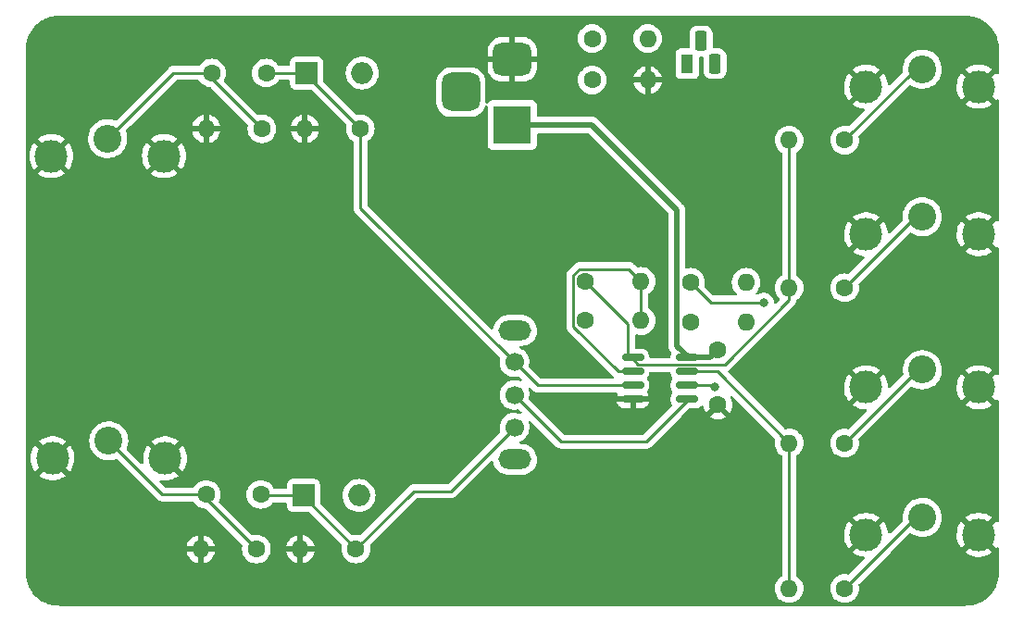
<source format=gbr>
%TF.GenerationSoftware,KiCad,Pcbnew,6.0.7*%
%TF.CreationDate,2023-10-05T16:11:41+13:00*%
%TF.ProjectId,_bisect_,5f626973-6563-4745-9f2e-6b696361645f,rev?*%
%TF.SameCoordinates,Original*%
%TF.FileFunction,Copper,L1,Top*%
%TF.FilePolarity,Positive*%
%FSLAX46Y46*%
G04 Gerber Fmt 4.6, Leading zero omitted, Abs format (unit mm)*
G04 Created by KiCad (PCBNEW 6.0.7) date 2023-10-05 16:11:41*
%MOMM*%
%LPD*%
G01*
G04 APERTURE LIST*
G04 Aperture macros list*
%AMRoundRect*
0 Rectangle with rounded corners*
0 $1 Rounding radius*
0 $2 $3 $4 $5 $6 $7 $8 $9 X,Y pos of 4 corners*
0 Add a 4 corners polygon primitive as box body*
4,1,4,$2,$3,$4,$5,$6,$7,$8,$9,$2,$3,0*
0 Add four circle primitives for the rounded corners*
1,1,$1+$1,$2,$3*
1,1,$1+$1,$4,$5*
1,1,$1+$1,$6,$7*
1,1,$1+$1,$8,$9*
0 Add four rect primitives between the rounded corners*
20,1,$1+$1,$2,$3,$4,$5,0*
20,1,$1+$1,$4,$5,$6,$7,0*
20,1,$1+$1,$6,$7,$8,$9,0*
20,1,$1+$1,$8,$9,$2,$3,0*%
G04 Aperture macros list end*
%TA.AperFunction,ComponentPad*%
%ADD10C,1.600000*%
%TD*%
%TA.AperFunction,ComponentPad*%
%ADD11R,2.000000X2.000000*%
%TD*%
%TA.AperFunction,ComponentPad*%
%ADD12O,2.000000X2.000000*%
%TD*%
%TA.AperFunction,ComponentPad*%
%ADD13C,2.550000*%
%TD*%
%TA.AperFunction,ComponentPad*%
%ADD14C,3.000000*%
%TD*%
%TA.AperFunction,ComponentPad*%
%ADD15R,3.500000X3.500000*%
%TD*%
%TA.AperFunction,ComponentPad*%
%ADD16RoundRect,0.750000X-1.000000X0.750000X-1.000000X-0.750000X1.000000X-0.750000X1.000000X0.750000X0*%
%TD*%
%TA.AperFunction,ComponentPad*%
%ADD17RoundRect,0.875000X-0.875000X0.875000X-0.875000X-0.875000X0.875000X-0.875000X0.875000X0.875000X0*%
%TD*%
%TA.AperFunction,ComponentPad*%
%ADD18O,1.600000X1.600000*%
%TD*%
%TA.AperFunction,ComponentPad*%
%ADD19O,3.000000X1.800000*%
%TD*%
%TA.AperFunction,ComponentPad*%
%ADD20C,1.700000*%
%TD*%
%TA.AperFunction,SMDPad,CuDef*%
%ADD21RoundRect,0.150000X-0.825000X-0.150000X0.825000X-0.150000X0.825000X0.150000X-0.825000X0.150000X0*%
%TD*%
%TA.AperFunction,ComponentPad*%
%ADD22R,1.100000X1.800000*%
%TD*%
%TA.AperFunction,ComponentPad*%
%ADD23RoundRect,0.275000X-0.275000X-0.625000X0.275000X-0.625000X0.275000X0.625000X-0.275000X0.625000X0*%
%TD*%
%TA.AperFunction,ViaPad*%
%ADD24C,0.800000*%
%TD*%
%TA.AperFunction,Conductor*%
%ADD25C,0.250000*%
%TD*%
%TA.AperFunction,Conductor*%
%ADD26C,0.500000*%
%TD*%
G04 APERTURE END LIST*
D10*
%TO.P,C1,1*%
%TO.N,Net-(C1-Pad1)*%
X122500000Y-55750000D03*
%TO.P,C1,2*%
%TO.N,Net-(C1-Pad2)*%
X117500000Y-55750000D03*
%TD*%
%TO.P,C2,1*%
%TO.N,Net-(C2-Pad1)*%
X122000000Y-94300000D03*
%TO.P,C2,2*%
%TO.N,Net-(C2-Pad2)*%
X117000000Y-94300000D03*
%TD*%
D11*
%TO.P,D1,1,K*%
%TO.N,Net-(C1-Pad1)*%
X126200000Y-55750000D03*
D12*
%TO.P,D1,2,A*%
%TO.N,2.5v*%
X131280000Y-55750000D03*
%TD*%
D11*
%TO.P,D2,1,K*%
%TO.N,Net-(C2-Pad1)*%
X125900000Y-94400000D03*
D12*
%TO.P,D2,2,A*%
%TO.N,2.5v*%
X130980000Y-94400000D03*
%TD*%
D13*
%TO.P,J2,1,In*%
%TO.N,Net-(C2-Pad2)*%
X108100000Y-89400000D03*
D14*
%TO.P,J2,2,Ext*%
%TO.N,GND*%
X102950000Y-91000000D03*
X113250000Y-91000000D03*
%TD*%
D13*
%TO.P,J3,1,In*%
%TO.N,Net-(J3-Pad1)*%
X182500000Y-55400000D03*
D14*
%TO.P,J3,2,Ext*%
%TO.N,GND*%
X187650000Y-57000000D03*
X177350000Y-57000000D03*
%TD*%
D13*
%TO.P,J4,1,In*%
%TO.N,Net-(J4-Pad1)*%
X182500000Y-68900000D03*
D14*
%TO.P,J4,2,Ext*%
%TO.N,GND*%
X187650000Y-70500000D03*
X177350000Y-70500000D03*
%TD*%
D13*
%TO.P,J6,1,In*%
%TO.N,Net-(J6-Pad1)*%
X182500000Y-96400000D03*
D14*
%TO.P,J6,2,Ext*%
%TO.N,GND*%
X187650000Y-98000000D03*
X177350000Y-98000000D03*
%TD*%
D15*
%TO.P,J7,1*%
%TO.N,+5V*%
X145000000Y-60500000D03*
D16*
%TO.P,J7,2*%
%TO.N,GND*%
X145000000Y-54500000D03*
D17*
%TO.P,J7,3*%
%TO.N,unconnected-(J7-Pad3)*%
X140300000Y-57500000D03*
%TD*%
D10*
%TO.P,R1,1*%
%TO.N,Net-(C1-Pad2)*%
X122100000Y-60850000D03*
D18*
%TO.P,R1,2*%
%TO.N,GND*%
X117020000Y-60850000D03*
%TD*%
D10*
%TO.P,R2,1*%
%TO.N,Net-(C1-Pad1)*%
X131100000Y-60850000D03*
D18*
%TO.P,R2,2*%
%TO.N,GND*%
X126020000Y-60850000D03*
%TD*%
D10*
%TO.P,R3,1*%
%TO.N,Net-(R3-Pad1)*%
X151700000Y-74800000D03*
D18*
%TO.P,R3,2*%
%TO.N,Net-(R3-Pad2)*%
X156780000Y-74800000D03*
%TD*%
D10*
%TO.P,R4,1*%
%TO.N,2.5v*%
X151700000Y-78400000D03*
D18*
%TO.P,R4,2*%
%TO.N,Net-(R3-Pad2)*%
X156780000Y-78400000D03*
%TD*%
D10*
%TO.P,R5,1*%
%TO.N,Net-(J3-Pad1)*%
X175400000Y-61900000D03*
D18*
%TO.P,R5,2*%
%TO.N,Net-(R3-Pad1)*%
X170320000Y-61900000D03*
%TD*%
D10*
%TO.P,R6,1*%
%TO.N,Net-(J4-Pad1)*%
X175400000Y-75400000D03*
D18*
%TO.P,R6,2*%
%TO.N,Net-(R3-Pad1)*%
X170320000Y-75400000D03*
%TD*%
D10*
%TO.P,R7,1*%
%TO.N,Net-(C2-Pad2)*%
X121600000Y-99300000D03*
D18*
%TO.P,R7,2*%
%TO.N,GND*%
X116520000Y-99300000D03*
%TD*%
D10*
%TO.P,R8,1*%
%TO.N,Net-(C2-Pad1)*%
X130700000Y-99300000D03*
D18*
%TO.P,R8,2*%
%TO.N,GND*%
X125620000Y-99300000D03*
%TD*%
D10*
%TO.P,R9,1*%
%TO.N,Net-(R11-Pad2)*%
X161300000Y-74900000D03*
D18*
%TO.P,R9,2*%
%TO.N,Net-(R10-Pad2)*%
X166380000Y-74900000D03*
%TD*%
D10*
%TO.P,R10,1*%
%TO.N,2.5v*%
X161300000Y-78500000D03*
D18*
%TO.P,R10,2*%
%TO.N,Net-(R10-Pad2)*%
X166380000Y-78500000D03*
%TD*%
D10*
%TO.P,R12,1*%
%TO.N,Net-(J6-Pad1)*%
X175400000Y-102900000D03*
D18*
%TO.P,R12,2*%
%TO.N,Net-(R11-Pad2)*%
X170320000Y-102900000D03*
%TD*%
D10*
%TO.P,R13,1*%
%TO.N,2.5v*%
X152300000Y-52600000D03*
D18*
%TO.P,R13,2*%
%TO.N,Net-(R13-Pad2)*%
X157380000Y-52600000D03*
%TD*%
D10*
%TO.P,R14,1*%
%TO.N,Net-(R13-Pad2)*%
X152300000Y-56400000D03*
D18*
%TO.P,R14,2*%
%TO.N,GND*%
X157380000Y-56400000D03*
%TD*%
D19*
%TO.P,SW1,*%
%TO.N,*%
X145250000Y-79300000D03*
X145250000Y-91100000D03*
D20*
%TO.P,SW1,1,A*%
%TO.N,Net-(C2-Pad1)*%
X145200000Y-88200000D03*
%TO.P,SW1,2,B*%
%TO.N,Net-(SW1-Pad2)*%
X145200000Y-85200000D03*
%TO.P,SW1,3,C*%
%TO.N,Net-(C1-Pad1)*%
X145200000Y-82200000D03*
%TD*%
D21*
%TO.P,U1,1*%
%TO.N,Net-(R3-Pad1)*%
X156025000Y-81795000D03*
%TO.P,U1,2,-*%
%TO.N,Net-(R3-Pad2)*%
X156025000Y-83065000D03*
%TO.P,U1,3,+*%
%TO.N,Net-(C1-Pad1)*%
X156025000Y-84335000D03*
%TO.P,U1,4,V-*%
%TO.N,GND*%
X156025000Y-85605000D03*
%TO.P,U1,5,+*%
%TO.N,Net-(SW1-Pad2)*%
X160975000Y-85605000D03*
%TO.P,U1,6,-*%
%TO.N,Net-(R10-Pad2)*%
X160975000Y-84335000D03*
%TO.P,U1,7*%
%TO.N,Net-(R11-Pad2)*%
X160975000Y-83065000D03*
%TO.P,U1,8,V+*%
%TO.N,+5V*%
X160975000Y-81795000D03*
%TD*%
D22*
%TO.P,U2,1,ADJ*%
%TO.N,Net-(R13-Pad2)*%
X161000000Y-54900000D03*
D23*
%TO.P,U2,2,VO*%
%TO.N,2.5v*%
X162270000Y-52830000D03*
%TO.P,U2,3,VI*%
%TO.N,+5V*%
X163540000Y-54900000D03*
%TD*%
D13*
%TO.P,J5,1,In*%
%TO.N,Net-(J5-Pad1)*%
X182500000Y-82900000D03*
D14*
%TO.P,J5,2,Ext*%
%TO.N,GND*%
X187650000Y-84500000D03*
X177350000Y-84500000D03*
%TD*%
D10*
%TO.P,R11,1*%
%TO.N,Net-(J5-Pad1)*%
X175400000Y-89600000D03*
D18*
%TO.P,R11,2*%
%TO.N,Net-(R11-Pad2)*%
X170320000Y-89600000D03*
%TD*%
D13*
%TO.P,J1,1,In*%
%TO.N,Net-(C1-Pad2)*%
X108000000Y-61750000D03*
D14*
%TO.P,J1,2,Ext*%
%TO.N,GND*%
X102850000Y-63350000D03*
X113150000Y-63350000D03*
%TD*%
D10*
%TO.P,C3,1*%
%TO.N,+5V*%
X163800000Y-81100000D03*
%TO.P,C3,2*%
%TO.N,GND*%
X163800000Y-86100000D03*
%TD*%
D24*
%TO.N,GND*%
X155750000Y-88250000D03*
%TO.N,Net-(R10-Pad2)*%
X163500000Y-84500000D03*
%TO.N,Net-(R11-Pad2)*%
X168000000Y-76750000D03*
%TD*%
D25*
%TO.N,Net-(C1-Pad2)*%
X114000000Y-55750000D02*
X108000000Y-61750000D01*
X117500000Y-56250000D02*
X117500000Y-55750000D01*
X122100000Y-60850000D02*
X117500000Y-56250000D01*
X117500000Y-55750000D02*
X114000000Y-55750000D01*
%TO.N,Net-(C1-Pad1)*%
X147335000Y-84335000D02*
X145200000Y-82200000D01*
X131100000Y-60850000D02*
X126200000Y-55950000D01*
X155875000Y-84335000D02*
X147335000Y-84335000D01*
X131100000Y-68100000D02*
X145200000Y-82200000D01*
X126200000Y-55750000D02*
X122500000Y-55750000D01*
X131100000Y-60850000D02*
X131100000Y-68100000D01*
X126200000Y-55950000D02*
X126200000Y-55750000D01*
%TO.N,Net-(C2-Pad2)*%
X113000000Y-94300000D02*
X108100000Y-89400000D01*
X117000000Y-94700000D02*
X117000000Y-94300000D01*
X117000000Y-94300000D02*
X113000000Y-94300000D01*
X121600000Y-99300000D02*
X117000000Y-94700000D01*
%TO.N,Net-(C2-Pad1)*%
X122100000Y-94400000D02*
X122000000Y-94300000D01*
X125900000Y-94500000D02*
X125900000Y-94400000D01*
X130700000Y-99300000D02*
X125900000Y-94500000D01*
X136000000Y-94000000D02*
X130700000Y-99300000D01*
X136000000Y-94000000D02*
X139400000Y-94000000D01*
X139400000Y-94000000D02*
X145200000Y-88200000D01*
X125900000Y-94400000D02*
X122100000Y-94400000D01*
%TO.N,GND*%
X155875000Y-85605000D02*
X155875000Y-88125000D01*
X155875000Y-88125000D02*
X155750000Y-88250000D01*
%TO.N,Net-(J3-Pad1)*%
X175400000Y-61900000D02*
X181900000Y-55400000D01*
X181900000Y-55400000D02*
X182500000Y-55400000D01*
%TO.N,Net-(J4-Pad1)*%
X175400000Y-75400000D02*
X181900000Y-68900000D01*
X181900000Y-68900000D02*
X182500000Y-68900000D01*
%TO.N,Net-(J5-Pad1)*%
X182100000Y-82900000D02*
X182500000Y-82900000D01*
X175400000Y-89600000D02*
X182100000Y-82900000D01*
%TO.N,Net-(J6-Pad1)*%
X175400000Y-102900000D02*
X181900000Y-96400000D01*
X181900000Y-96400000D02*
X182500000Y-96400000D01*
D26*
%TO.N,+5V*%
X152250000Y-60500000D02*
X160049999Y-68299999D01*
X145000000Y-60500000D02*
X152250000Y-60500000D01*
X160049999Y-68299999D02*
X160049999Y-80719999D01*
X161125000Y-81795000D02*
X163105000Y-81795000D01*
X163105000Y-81795000D02*
X163800000Y-81100000D01*
X160049999Y-80719999D02*
X161125000Y-81795000D01*
D25*
%TO.N,Net-(R3-Pad2)*%
X155875000Y-83065000D02*
X154699998Y-83065000D01*
X155654999Y-73674999D02*
X156780000Y-74800000D01*
X156780000Y-74800000D02*
X156780000Y-78400000D01*
X151159999Y-73674999D02*
X155654999Y-73674999D01*
X150574999Y-74259999D02*
X151159999Y-73674999D01*
X150574999Y-78940001D02*
X150574999Y-74259999D01*
X154699998Y-83065000D02*
X150574999Y-78940001D01*
%TO.N,Net-(R3-Pad1)*%
X164411380Y-82439990D02*
X156519990Y-82439990D01*
X155575000Y-78675000D02*
X151700000Y-74800000D01*
X156519990Y-82439990D02*
X155875000Y-81795000D01*
X170320000Y-76531370D02*
X164411380Y-82439990D01*
X155575000Y-81495000D02*
X155575000Y-78675000D01*
X170320000Y-75400000D02*
X170320000Y-76531370D01*
X170320000Y-75400000D02*
X170320000Y-61900000D01*
X155875000Y-81795000D02*
X155575000Y-81495000D01*
%TO.N,Net-(R10-Pad2)*%
X161125000Y-84335000D02*
X163335000Y-84335000D01*
X163335000Y-84335000D02*
X163500000Y-84500000D01*
%TO.N,Net-(R11-Pad2)*%
X170320000Y-102900000D02*
X170320000Y-89600000D01*
X161300000Y-74900000D02*
X163150000Y-76750000D01*
X170320000Y-89600000D02*
X163785000Y-83065000D01*
X163150000Y-76750000D02*
X168000000Y-76750000D01*
X163785000Y-83065000D02*
X161125000Y-83065000D01*
%TO.N,Net-(SW1-Pad2)*%
X157254999Y-89475001D02*
X161125000Y-85605000D01*
X149475001Y-89475001D02*
X145200000Y-85200000D01*
X157254999Y-89475001D02*
X149475001Y-89475001D01*
%TD*%
%TA.AperFunction,Conductor*%
%TO.N,GND*%
G36*
X186470018Y-50510000D02*
G01*
X186484851Y-50512310D01*
X186484855Y-50512310D01*
X186493724Y-50513691D01*
X186512436Y-50511244D01*
X186535366Y-50510353D01*
X186806103Y-50524542D01*
X186819209Y-50525919D01*
X187034134Y-50559960D01*
X187115445Y-50572838D01*
X187128345Y-50575580D01*
X187273196Y-50614392D01*
X187418052Y-50653207D01*
X187430586Y-50657279D01*
X187710587Y-50764762D01*
X187722635Y-50770126D01*
X187989870Y-50906289D01*
X188001286Y-50912880D01*
X188252832Y-51076236D01*
X188263495Y-51083984D01*
X188496573Y-51272727D01*
X188506374Y-51281552D01*
X188718448Y-51493626D01*
X188727273Y-51503427D01*
X188916016Y-51736505D01*
X188923764Y-51747168D01*
X189055463Y-51949966D01*
X189087117Y-51998709D01*
X189093711Y-52010130D01*
X189229874Y-52277365D01*
X189235237Y-52289412D01*
X189315256Y-52497865D01*
X189342719Y-52569409D01*
X189346793Y-52581948D01*
X189365165Y-52650510D01*
X189424420Y-52871655D01*
X189427162Y-52884555D01*
X189474080Y-53180785D01*
X189475458Y-53193902D01*
X189489262Y-53457299D01*
X189487935Y-53483276D01*
X189487691Y-53484846D01*
X189487691Y-53484850D01*
X189486309Y-53493724D01*
X189487473Y-53502626D01*
X189487473Y-53502628D01*
X189490436Y-53525283D01*
X189491500Y-53541621D01*
X189491500Y-55729585D01*
X189471498Y-55797706D01*
X189417842Y-55844199D01*
X189347568Y-55854303D01*
X189282988Y-55824809D01*
X189262413Y-55802035D01*
X189250032Y-55784418D01*
X189239509Y-55776037D01*
X189226121Y-55783089D01*
X188022022Y-56987188D01*
X188014408Y-57001132D01*
X188014539Y-57002965D01*
X188018790Y-57009580D01*
X189225730Y-58216520D01*
X189237939Y-58223187D01*
X189249440Y-58214497D01*
X189263953Y-58194739D01*
X189320401Y-58151679D01*
X189391168Y-58145974D01*
X189453786Y-58179434D01*
X189488373Y-58241436D01*
X189491500Y-58269332D01*
X189491500Y-69229585D01*
X189471498Y-69297706D01*
X189417842Y-69344199D01*
X189347568Y-69354303D01*
X189282988Y-69324809D01*
X189262413Y-69302035D01*
X189250032Y-69284418D01*
X189239509Y-69276037D01*
X189226121Y-69283089D01*
X188022022Y-70487188D01*
X188014408Y-70501132D01*
X188014539Y-70502965D01*
X188018790Y-70509580D01*
X189225730Y-71716520D01*
X189237939Y-71723187D01*
X189249440Y-71714497D01*
X189263953Y-71694739D01*
X189320401Y-71651679D01*
X189391168Y-71645974D01*
X189453786Y-71679434D01*
X189488373Y-71741436D01*
X189491500Y-71769332D01*
X189491500Y-83229585D01*
X189471498Y-83297706D01*
X189417842Y-83344199D01*
X189347568Y-83354303D01*
X189282988Y-83324809D01*
X189262413Y-83302035D01*
X189250032Y-83284418D01*
X189239509Y-83276037D01*
X189226121Y-83283089D01*
X188022022Y-84487188D01*
X188014408Y-84501132D01*
X188014539Y-84502965D01*
X188018790Y-84509580D01*
X189225730Y-85716520D01*
X189237939Y-85723187D01*
X189249440Y-85714497D01*
X189263953Y-85694739D01*
X189320401Y-85651679D01*
X189391168Y-85645974D01*
X189453786Y-85679434D01*
X189488373Y-85741436D01*
X189491500Y-85769332D01*
X189491500Y-96729585D01*
X189471498Y-96797706D01*
X189417842Y-96844199D01*
X189347568Y-96854303D01*
X189282988Y-96824809D01*
X189262413Y-96802035D01*
X189250032Y-96784418D01*
X189239509Y-96776037D01*
X189226121Y-96783089D01*
X188022022Y-97987188D01*
X188014408Y-98001132D01*
X188014539Y-98002965D01*
X188018790Y-98009580D01*
X189225730Y-99216520D01*
X189237939Y-99223187D01*
X189249440Y-99214497D01*
X189263953Y-99194739D01*
X189320401Y-99151679D01*
X189391168Y-99145974D01*
X189453786Y-99179434D01*
X189488373Y-99241436D01*
X189491500Y-99269332D01*
X189491500Y-101450633D01*
X189490000Y-101470018D01*
X189487690Y-101484851D01*
X189487690Y-101484855D01*
X189486309Y-101493724D01*
X189488135Y-101507683D01*
X189488756Y-101512433D01*
X189489647Y-101535366D01*
X189476626Y-101783819D01*
X189475458Y-101806099D01*
X189474081Y-101819209D01*
X189461649Y-101897699D01*
X189427162Y-102115445D01*
X189424420Y-102128345D01*
X189346795Y-102418047D01*
X189342721Y-102430586D01*
X189252124Y-102666598D01*
X189235238Y-102710587D01*
X189229874Y-102722635D01*
X189093711Y-102989870D01*
X189087120Y-103001286D01*
X188923764Y-103252832D01*
X188916018Y-103263492D01*
X188842544Y-103354225D01*
X188727273Y-103496573D01*
X188718448Y-103506374D01*
X188506374Y-103718448D01*
X188496573Y-103727273D01*
X188280432Y-103902301D01*
X188263495Y-103916016D01*
X188252832Y-103923764D01*
X188001286Y-104087120D01*
X187989870Y-104093711D01*
X187792999Y-104194022D01*
X187722635Y-104229874D01*
X187710588Y-104235237D01*
X187430586Y-104342721D01*
X187418052Y-104346793D01*
X187273196Y-104385607D01*
X187128345Y-104424420D01*
X187115445Y-104427162D01*
X187034134Y-104440040D01*
X186819209Y-104474081D01*
X186806101Y-104475458D01*
X186730937Y-104479397D01*
X186542701Y-104489262D01*
X186516724Y-104487935D01*
X186515154Y-104487691D01*
X186515150Y-104487691D01*
X186506276Y-104486309D01*
X186497374Y-104487473D01*
X186497372Y-104487473D01*
X186482323Y-104489441D01*
X186474714Y-104490436D01*
X186458379Y-104491500D01*
X103549367Y-104491500D01*
X103529982Y-104490000D01*
X103515149Y-104487690D01*
X103515145Y-104487690D01*
X103506276Y-104486309D01*
X103487564Y-104488756D01*
X103464634Y-104489647D01*
X103193897Y-104475458D01*
X103180791Y-104474081D01*
X102965866Y-104440040D01*
X102884555Y-104427162D01*
X102871655Y-104424420D01*
X102726804Y-104385607D01*
X102581948Y-104346793D01*
X102569414Y-104342721D01*
X102289412Y-104235237D01*
X102277365Y-104229874D01*
X102207002Y-104194022D01*
X102010130Y-104093711D01*
X101998714Y-104087120D01*
X101747168Y-103923764D01*
X101736505Y-103916016D01*
X101719569Y-103902301D01*
X101503427Y-103727273D01*
X101493626Y-103718448D01*
X101281552Y-103506374D01*
X101272727Y-103496573D01*
X101157456Y-103354225D01*
X101083982Y-103263492D01*
X101076236Y-103252832D01*
X100912880Y-103001286D01*
X100906289Y-102989870D01*
X100770126Y-102722635D01*
X100764762Y-102710587D01*
X100747876Y-102666598D01*
X100657279Y-102430586D01*
X100653205Y-102418047D01*
X100575580Y-102128345D01*
X100572838Y-102115445D01*
X100538351Y-101897699D01*
X100525919Y-101819209D01*
X100524542Y-101806098D01*
X100523375Y-101783819D01*
X100510932Y-101546409D01*
X100512505Y-101518915D01*
X100513576Y-101512552D01*
X100513729Y-101500000D01*
X100509773Y-101472376D01*
X100508500Y-101454514D01*
X100508500Y-99566522D01*
X115237273Y-99566522D01*
X115284764Y-99743761D01*
X115288510Y-99754053D01*
X115380586Y-99951511D01*
X115386069Y-99961007D01*
X115511028Y-100139467D01*
X115518084Y-100147875D01*
X115672125Y-100301916D01*
X115680533Y-100308972D01*
X115858993Y-100433931D01*
X115868489Y-100439414D01*
X116065947Y-100531490D01*
X116076239Y-100535236D01*
X116248503Y-100581394D01*
X116262599Y-100581058D01*
X116266000Y-100573116D01*
X116266000Y-100567967D01*
X116774000Y-100567967D01*
X116777973Y-100581498D01*
X116786522Y-100582727D01*
X116963761Y-100535236D01*
X116974053Y-100531490D01*
X117171511Y-100439414D01*
X117181007Y-100433931D01*
X117359467Y-100308972D01*
X117367875Y-100301916D01*
X117521916Y-100147875D01*
X117528972Y-100139467D01*
X117653931Y-99961007D01*
X117659414Y-99951511D01*
X117751490Y-99754053D01*
X117755236Y-99743761D01*
X117801394Y-99571497D01*
X117801058Y-99557401D01*
X117793116Y-99554000D01*
X116792115Y-99554000D01*
X116776876Y-99558475D01*
X116775671Y-99559865D01*
X116774000Y-99567548D01*
X116774000Y-100567967D01*
X116266000Y-100567967D01*
X116266000Y-99572115D01*
X116261525Y-99556876D01*
X116260135Y-99555671D01*
X116252452Y-99554000D01*
X115252033Y-99554000D01*
X115238502Y-99557973D01*
X115237273Y-99566522D01*
X100508500Y-99566522D01*
X100508500Y-99028503D01*
X115238606Y-99028503D01*
X115238942Y-99042599D01*
X115246884Y-99046000D01*
X116247885Y-99046000D01*
X116263124Y-99041525D01*
X116264329Y-99040135D01*
X116266000Y-99032452D01*
X116266000Y-99027885D01*
X116774000Y-99027885D01*
X116778475Y-99043124D01*
X116779865Y-99044329D01*
X116787548Y-99046000D01*
X117787967Y-99046000D01*
X117801498Y-99042027D01*
X117802727Y-99033478D01*
X117755236Y-98856239D01*
X117751490Y-98845947D01*
X117659414Y-98648489D01*
X117653931Y-98638993D01*
X117528972Y-98460533D01*
X117521916Y-98452125D01*
X117367875Y-98298084D01*
X117359467Y-98291028D01*
X117181007Y-98166069D01*
X117171511Y-98160586D01*
X116974053Y-98068510D01*
X116963761Y-98064764D01*
X116791497Y-98018606D01*
X116777401Y-98018942D01*
X116774000Y-98026884D01*
X116774000Y-99027885D01*
X116266000Y-99027885D01*
X116266000Y-98032033D01*
X116262027Y-98018502D01*
X116253478Y-98017273D01*
X116076239Y-98064764D01*
X116065947Y-98068510D01*
X115868489Y-98160586D01*
X115858993Y-98166069D01*
X115680533Y-98291028D01*
X115672125Y-98298084D01*
X115518084Y-98452125D01*
X115511028Y-98460533D01*
X115386069Y-98638993D01*
X115380586Y-98648489D01*
X115288510Y-98845947D01*
X115284764Y-98856239D01*
X115238606Y-99028503D01*
X100508500Y-99028503D01*
X100508500Y-92589654D01*
X101725618Y-92589654D01*
X101732673Y-92599627D01*
X101763679Y-92625551D01*
X101770598Y-92630579D01*
X101995272Y-92771515D01*
X102002807Y-92775556D01*
X102244520Y-92884694D01*
X102252551Y-92887680D01*
X102506832Y-92963002D01*
X102515184Y-92964869D01*
X102777340Y-93004984D01*
X102785874Y-93005700D01*
X103051045Y-93009867D01*
X103059596Y-93009418D01*
X103322883Y-92977557D01*
X103331284Y-92975955D01*
X103587824Y-92908653D01*
X103595926Y-92905926D01*
X103840949Y-92804434D01*
X103848617Y-92800628D01*
X104077598Y-92666822D01*
X104084679Y-92662009D01*
X104164655Y-92599301D01*
X104173125Y-92587442D01*
X104166608Y-92575818D01*
X102962812Y-91372022D01*
X102948868Y-91364408D01*
X102947035Y-91364539D01*
X102940420Y-91368790D01*
X101732910Y-92576300D01*
X101725618Y-92589654D01*
X100508500Y-92589654D01*
X100508500Y-90983204D01*
X100937665Y-90983204D01*
X100952932Y-91247969D01*
X100954005Y-91256470D01*
X101005065Y-91516722D01*
X101007276Y-91524974D01*
X101093184Y-91775894D01*
X101096499Y-91783779D01*
X101215664Y-92020713D01*
X101220020Y-92028079D01*
X101349347Y-92216250D01*
X101359601Y-92224594D01*
X101373342Y-92217448D01*
X102577978Y-91012812D01*
X102584356Y-91001132D01*
X103314408Y-91001132D01*
X103314539Y-91002965D01*
X103318790Y-91009580D01*
X104525730Y-92216520D01*
X104537939Y-92223187D01*
X104549439Y-92214497D01*
X104646831Y-92081913D01*
X104651418Y-92074685D01*
X104777962Y-91841621D01*
X104781530Y-91833827D01*
X104875271Y-91585750D01*
X104877748Y-91577544D01*
X104936954Y-91319038D01*
X104938294Y-91310577D01*
X104962031Y-91044616D01*
X104962277Y-91039677D01*
X104962666Y-91002485D01*
X104962523Y-90997519D01*
X104944362Y-90731123D01*
X104943201Y-90722649D01*
X104889419Y-90462944D01*
X104887120Y-90454709D01*
X104798588Y-90204705D01*
X104795191Y-90196854D01*
X104673550Y-89961178D01*
X104669122Y-89953866D01*
X104550031Y-89784417D01*
X104539509Y-89776037D01*
X104526121Y-89783089D01*
X103322022Y-90987188D01*
X103314408Y-91001132D01*
X102584356Y-91001132D01*
X102585592Y-90998868D01*
X102585461Y-90997035D01*
X102581210Y-90990420D01*
X101373814Y-89783024D01*
X101361804Y-89776466D01*
X101350064Y-89785434D01*
X101241935Y-89935911D01*
X101237418Y-89943196D01*
X101113325Y-90177567D01*
X101109839Y-90185395D01*
X101018700Y-90434446D01*
X101016311Y-90442670D01*
X100959812Y-90701795D01*
X100958563Y-90710250D01*
X100937754Y-90974653D01*
X100937665Y-90983204D01*
X100508500Y-90983204D01*
X100508500Y-89412500D01*
X101726584Y-89412500D01*
X101732980Y-89423770D01*
X102937188Y-90627978D01*
X102951132Y-90635592D01*
X102952965Y-90635461D01*
X102959580Y-90631210D01*
X104166604Y-89424186D01*
X104173795Y-89411017D01*
X104166473Y-89400780D01*
X104119233Y-89362115D01*
X104112261Y-89357160D01*
X104105771Y-89353183D01*
X106312112Y-89353183D01*
X106312336Y-89357850D01*
X106312336Y-89357855D01*
X106314890Y-89411017D01*
X106324830Y-89617963D01*
X106347964Y-89734266D01*
X106367684Y-89833402D01*
X106376546Y-89877956D01*
X106378125Y-89882354D01*
X106378127Y-89882361D01*
X106459320Y-90108501D01*
X106466123Y-90127449D01*
X106591594Y-90360961D01*
X106594389Y-90364705D01*
X106594391Y-90364707D01*
X106652609Y-90442670D01*
X106750201Y-90573362D01*
X106753510Y-90576642D01*
X106753515Y-90576648D01*
X106935145Y-90756699D01*
X106938462Y-90759987D01*
X106942224Y-90762745D01*
X106942227Y-90762748D01*
X107118667Y-90892119D01*
X107152239Y-90916735D01*
X107156382Y-90918915D01*
X107156384Y-90918916D01*
X107382687Y-91037980D01*
X107382692Y-91037982D01*
X107386837Y-91040163D01*
X107391260Y-91041708D01*
X107391261Y-91041708D01*
X107535998Y-91092252D01*
X107637102Y-91127559D01*
X107641695Y-91128431D01*
X107892947Y-91176133D01*
X107892950Y-91176133D01*
X107897536Y-91177004D01*
X108023411Y-91181950D01*
X108157750Y-91187228D01*
X108157755Y-91187228D01*
X108162418Y-91187411D01*
X108265397Y-91176133D01*
X108421275Y-91159062D01*
X108421280Y-91159061D01*
X108425928Y-91158552D01*
X108549506Y-91126017D01*
X108677756Y-91092252D01*
X108677759Y-91092251D01*
X108682279Y-91091061D01*
X108752730Y-91060793D01*
X108823213Y-91052281D01*
X108891562Y-91087466D01*
X112496343Y-94692247D01*
X112503887Y-94700537D01*
X112508000Y-94707018D01*
X112513777Y-94712443D01*
X112557667Y-94753658D01*
X112560509Y-94756413D01*
X112580230Y-94776134D01*
X112583425Y-94778612D01*
X112592447Y-94786318D01*
X112624679Y-94816586D01*
X112631628Y-94820406D01*
X112642432Y-94826346D01*
X112658956Y-94837199D01*
X112674959Y-94849613D01*
X112715543Y-94867176D01*
X112726173Y-94872383D01*
X112764940Y-94893695D01*
X112772617Y-94895666D01*
X112772622Y-94895668D01*
X112784558Y-94898732D01*
X112803266Y-94905137D01*
X112821855Y-94913181D01*
X112829680Y-94914420D01*
X112829682Y-94914421D01*
X112865519Y-94920097D01*
X112877140Y-94922504D01*
X112912289Y-94931528D01*
X112919970Y-94933500D01*
X112940231Y-94933500D01*
X112959940Y-94935051D01*
X112979943Y-94938219D01*
X112987835Y-94937473D01*
X112993062Y-94936979D01*
X113023954Y-94934059D01*
X113035811Y-94933500D01*
X115780606Y-94933500D01*
X115848727Y-94953502D01*
X115883819Y-94987229D01*
X115990643Y-95139789D01*
X115993802Y-95144300D01*
X116155700Y-95306198D01*
X116160208Y-95309355D01*
X116160211Y-95309357D01*
X116229419Y-95357817D01*
X116343251Y-95437523D01*
X116348233Y-95439846D01*
X116348238Y-95439849D01*
X116499357Y-95510316D01*
X116550757Y-95534284D01*
X116556065Y-95535706D01*
X116556067Y-95535707D01*
X116766598Y-95592119D01*
X116766600Y-95592119D01*
X116771913Y-95593543D01*
X116973597Y-95611188D01*
X117039715Y-95637051D01*
X117051710Y-95647614D01*
X120290848Y-98886752D01*
X120324874Y-98949064D01*
X120323459Y-99008459D01*
X120307882Y-99066591D01*
X120307881Y-99066598D01*
X120306457Y-99071913D01*
X120286502Y-99300000D01*
X120306457Y-99528087D01*
X120307881Y-99533400D01*
X120307881Y-99533402D01*
X120342342Y-99662009D01*
X120365716Y-99749243D01*
X120368039Y-99754224D01*
X120368039Y-99754225D01*
X120460151Y-99951762D01*
X120460154Y-99951767D01*
X120462477Y-99956749D01*
X120593802Y-100144300D01*
X120755700Y-100306198D01*
X120760208Y-100309355D01*
X120760211Y-100309357D01*
X120838389Y-100364098D01*
X120943251Y-100437523D01*
X120948233Y-100439846D01*
X120948238Y-100439849D01*
X121144765Y-100531490D01*
X121150757Y-100534284D01*
X121156065Y-100535706D01*
X121156067Y-100535707D01*
X121366598Y-100592119D01*
X121366600Y-100592119D01*
X121371913Y-100593543D01*
X121600000Y-100613498D01*
X121828087Y-100593543D01*
X121833400Y-100592119D01*
X121833402Y-100592119D01*
X122043933Y-100535707D01*
X122043935Y-100535706D01*
X122049243Y-100534284D01*
X122055235Y-100531490D01*
X122251762Y-100439849D01*
X122251767Y-100439846D01*
X122256749Y-100437523D01*
X122361611Y-100364098D01*
X122439789Y-100309357D01*
X122439792Y-100309355D01*
X122444300Y-100306198D01*
X122606198Y-100144300D01*
X122737523Y-99956749D01*
X122739846Y-99951767D01*
X122739849Y-99951762D01*
X122831961Y-99754225D01*
X122831961Y-99754224D01*
X122834284Y-99749243D01*
X122857659Y-99662009D01*
X122883245Y-99566522D01*
X124337273Y-99566522D01*
X124384764Y-99743761D01*
X124388510Y-99754053D01*
X124480586Y-99951511D01*
X124486069Y-99961007D01*
X124611028Y-100139467D01*
X124618084Y-100147875D01*
X124772125Y-100301916D01*
X124780533Y-100308972D01*
X124958993Y-100433931D01*
X124968489Y-100439414D01*
X125165947Y-100531490D01*
X125176239Y-100535236D01*
X125348503Y-100581394D01*
X125362599Y-100581058D01*
X125366000Y-100573116D01*
X125366000Y-100567967D01*
X125874000Y-100567967D01*
X125877973Y-100581498D01*
X125886522Y-100582727D01*
X126063761Y-100535236D01*
X126074053Y-100531490D01*
X126271511Y-100439414D01*
X126281007Y-100433931D01*
X126459467Y-100308972D01*
X126467875Y-100301916D01*
X126621916Y-100147875D01*
X126628972Y-100139467D01*
X126753931Y-99961007D01*
X126759414Y-99951511D01*
X126851490Y-99754053D01*
X126855236Y-99743761D01*
X126901394Y-99571497D01*
X126901058Y-99557401D01*
X126893116Y-99554000D01*
X125892115Y-99554000D01*
X125876876Y-99558475D01*
X125875671Y-99559865D01*
X125874000Y-99567548D01*
X125874000Y-100567967D01*
X125366000Y-100567967D01*
X125366000Y-99572115D01*
X125361525Y-99556876D01*
X125360135Y-99555671D01*
X125352452Y-99554000D01*
X124352033Y-99554000D01*
X124338502Y-99557973D01*
X124337273Y-99566522D01*
X122883245Y-99566522D01*
X122892119Y-99533402D01*
X122892119Y-99533400D01*
X122893543Y-99528087D01*
X122913498Y-99300000D01*
X122893543Y-99071913D01*
X122883244Y-99033478D01*
X122881911Y-99028503D01*
X124338606Y-99028503D01*
X124338942Y-99042599D01*
X124346884Y-99046000D01*
X125347885Y-99046000D01*
X125363124Y-99041525D01*
X125364329Y-99040135D01*
X125366000Y-99032452D01*
X125366000Y-99027885D01*
X125874000Y-99027885D01*
X125878475Y-99043124D01*
X125879865Y-99044329D01*
X125887548Y-99046000D01*
X126887967Y-99046000D01*
X126901498Y-99042027D01*
X126902727Y-99033478D01*
X126855236Y-98856239D01*
X126851490Y-98845947D01*
X126759414Y-98648489D01*
X126753931Y-98638993D01*
X126628972Y-98460533D01*
X126621916Y-98452125D01*
X126467875Y-98298084D01*
X126459467Y-98291028D01*
X126281007Y-98166069D01*
X126271511Y-98160586D01*
X126074053Y-98068510D01*
X126063761Y-98064764D01*
X125891497Y-98018606D01*
X125877401Y-98018942D01*
X125874000Y-98026884D01*
X125874000Y-99027885D01*
X125366000Y-99027885D01*
X125366000Y-98032033D01*
X125362027Y-98018502D01*
X125353478Y-98017273D01*
X125176239Y-98064764D01*
X125165947Y-98068510D01*
X124968489Y-98160586D01*
X124958993Y-98166069D01*
X124780533Y-98291028D01*
X124772125Y-98298084D01*
X124618084Y-98452125D01*
X124611028Y-98460533D01*
X124486069Y-98638993D01*
X124480586Y-98648489D01*
X124388510Y-98845947D01*
X124384764Y-98856239D01*
X124338606Y-99028503D01*
X122881911Y-99028503D01*
X122835707Y-98856067D01*
X122835706Y-98856065D01*
X122834284Y-98850757D01*
X122739966Y-98648489D01*
X122739849Y-98648238D01*
X122739846Y-98648233D01*
X122737523Y-98643251D01*
X122606198Y-98455700D01*
X122444300Y-98293802D01*
X122439792Y-98290645D01*
X122439789Y-98290643D01*
X122291631Y-98186902D01*
X122256749Y-98162477D01*
X122251767Y-98160154D01*
X122251762Y-98160151D01*
X122054225Y-98068039D01*
X122054224Y-98068039D01*
X122049243Y-98065716D01*
X122043935Y-98064294D01*
X122043933Y-98064293D01*
X121833402Y-98007881D01*
X121833400Y-98007881D01*
X121828087Y-98006457D01*
X121600000Y-97986502D01*
X121371913Y-98006457D01*
X121308458Y-98023460D01*
X121237482Y-98021770D01*
X121186753Y-97990848D01*
X118204720Y-95008815D01*
X118170694Y-94946503D01*
X118175759Y-94875688D01*
X118179614Y-94866483D01*
X118234284Y-94749243D01*
X118260890Y-94649951D01*
X118292119Y-94533402D01*
X118292119Y-94533400D01*
X118293543Y-94528087D01*
X118313498Y-94300000D01*
X120686502Y-94300000D01*
X120706457Y-94528087D01*
X120707881Y-94533400D01*
X120707881Y-94533402D01*
X120739111Y-94649951D01*
X120765716Y-94749243D01*
X120768039Y-94754224D01*
X120768039Y-94754225D01*
X120860151Y-94951762D01*
X120860154Y-94951767D01*
X120862477Y-94956749D01*
X120993802Y-95144300D01*
X121155700Y-95306198D01*
X121160208Y-95309355D01*
X121160211Y-95309357D01*
X121229419Y-95357817D01*
X121343251Y-95437523D01*
X121348233Y-95439846D01*
X121348238Y-95439849D01*
X121499357Y-95510316D01*
X121550757Y-95534284D01*
X121556065Y-95535706D01*
X121556067Y-95535707D01*
X121766598Y-95592119D01*
X121766600Y-95592119D01*
X121771913Y-95593543D01*
X122000000Y-95613498D01*
X122228087Y-95593543D01*
X122233400Y-95592119D01*
X122233402Y-95592119D01*
X122443933Y-95535707D01*
X122443935Y-95535706D01*
X122449243Y-95534284D01*
X122500643Y-95510316D01*
X122651762Y-95439849D01*
X122651767Y-95439846D01*
X122656749Y-95437523D01*
X122770581Y-95357817D01*
X122839789Y-95309357D01*
X122839792Y-95309355D01*
X122844300Y-95306198D01*
X123006198Y-95144300D01*
X123028398Y-95112595D01*
X123046160Y-95087229D01*
X123101618Y-95042901D01*
X123149373Y-95033500D01*
X124265500Y-95033500D01*
X124333621Y-95053502D01*
X124380114Y-95107158D01*
X124391500Y-95159500D01*
X124391500Y-95448134D01*
X124398255Y-95510316D01*
X124449385Y-95646705D01*
X124536739Y-95763261D01*
X124653295Y-95850615D01*
X124789684Y-95901745D01*
X124851866Y-95908500D01*
X126360406Y-95908500D01*
X126428527Y-95928502D01*
X126449501Y-95945405D01*
X129390848Y-98886752D01*
X129424874Y-98949064D01*
X129423459Y-99008459D01*
X129407882Y-99066591D01*
X129407881Y-99066598D01*
X129406457Y-99071913D01*
X129386502Y-99300000D01*
X129406457Y-99528087D01*
X129407881Y-99533400D01*
X129407881Y-99533402D01*
X129442342Y-99662009D01*
X129465716Y-99749243D01*
X129468039Y-99754224D01*
X129468039Y-99754225D01*
X129560151Y-99951762D01*
X129560154Y-99951767D01*
X129562477Y-99956749D01*
X129693802Y-100144300D01*
X129855700Y-100306198D01*
X129860208Y-100309355D01*
X129860211Y-100309357D01*
X129938389Y-100364098D01*
X130043251Y-100437523D01*
X130048233Y-100439846D01*
X130048238Y-100439849D01*
X130244765Y-100531490D01*
X130250757Y-100534284D01*
X130256065Y-100535706D01*
X130256067Y-100535707D01*
X130466598Y-100592119D01*
X130466600Y-100592119D01*
X130471913Y-100593543D01*
X130700000Y-100613498D01*
X130928087Y-100593543D01*
X130933400Y-100592119D01*
X130933402Y-100592119D01*
X131143933Y-100535707D01*
X131143935Y-100535706D01*
X131149243Y-100534284D01*
X131155235Y-100531490D01*
X131351762Y-100439849D01*
X131351767Y-100439846D01*
X131356749Y-100437523D01*
X131461611Y-100364098D01*
X131539789Y-100309357D01*
X131539792Y-100309355D01*
X131544300Y-100306198D01*
X131706198Y-100144300D01*
X131837523Y-99956749D01*
X131839846Y-99951767D01*
X131839849Y-99951762D01*
X131931961Y-99754225D01*
X131931961Y-99754224D01*
X131934284Y-99749243D01*
X131957659Y-99662009D01*
X131992119Y-99533402D01*
X131992119Y-99533400D01*
X131993543Y-99528087D01*
X132013498Y-99300000D01*
X131993543Y-99071913D01*
X131992119Y-99066598D01*
X131992118Y-99066591D01*
X131976541Y-99008459D01*
X131978230Y-98937483D01*
X132009152Y-98886752D01*
X134110471Y-96785434D01*
X136225500Y-94670405D01*
X136287812Y-94636379D01*
X136314595Y-94633500D01*
X139321233Y-94633500D01*
X139332416Y-94634027D01*
X139339909Y-94635702D01*
X139347835Y-94635453D01*
X139347836Y-94635453D01*
X139407986Y-94633562D01*
X139411945Y-94633500D01*
X139439856Y-94633500D01*
X139443791Y-94633003D01*
X139443856Y-94632995D01*
X139455693Y-94632062D01*
X139487951Y-94631048D01*
X139491970Y-94630922D01*
X139499889Y-94630673D01*
X139519343Y-94625021D01*
X139538700Y-94621013D01*
X139550930Y-94619468D01*
X139550931Y-94619468D01*
X139558797Y-94618474D01*
X139566168Y-94615555D01*
X139566170Y-94615555D01*
X139599912Y-94602196D01*
X139611142Y-94598351D01*
X139645983Y-94588229D01*
X139645984Y-94588229D01*
X139653593Y-94586018D01*
X139660412Y-94581985D01*
X139660417Y-94581983D01*
X139671028Y-94575707D01*
X139688776Y-94567012D01*
X139707617Y-94559552D01*
X139743387Y-94533564D01*
X139753307Y-94527048D01*
X139784535Y-94508580D01*
X139784538Y-94508578D01*
X139791362Y-94504542D01*
X139805683Y-94490221D01*
X139820717Y-94477380D01*
X139830694Y-94470131D01*
X139837107Y-94465472D01*
X139865298Y-94431395D01*
X139873288Y-94422616D01*
X143043608Y-91252296D01*
X143105920Y-91218270D01*
X143176735Y-91223335D01*
X143233571Y-91265882D01*
X143256018Y-91315517D01*
X143294933Y-91500984D01*
X143296030Y-91506211D01*
X143383829Y-91728533D01*
X143507832Y-91932883D01*
X143511329Y-91936913D01*
X143637154Y-92081913D01*
X143664493Y-92113419D01*
X143668619Y-92116802D01*
X143668623Y-92116806D01*
X143767629Y-92197985D01*
X143849333Y-92264978D01*
X143853969Y-92267617D01*
X143853972Y-92267619D01*
X143967386Y-92332178D01*
X144057066Y-92383227D01*
X144281753Y-92464784D01*
X144287002Y-92465733D01*
X144287005Y-92465734D01*
X144512885Y-92506580D01*
X144512893Y-92506581D01*
X144516969Y-92507318D01*
X144535359Y-92508185D01*
X144540544Y-92508430D01*
X144540551Y-92508430D01*
X144542032Y-92508500D01*
X145910012Y-92508500D01*
X146088175Y-92493383D01*
X146093339Y-92492043D01*
X146093343Y-92492042D01*
X146314375Y-92434673D01*
X146314380Y-92434671D01*
X146319540Y-92433332D01*
X146436636Y-92380584D01*
X146532619Y-92337347D01*
X146532622Y-92337346D01*
X146537480Y-92335157D01*
X146735762Y-92201666D01*
X146908718Y-92036674D01*
X147051402Y-91844900D01*
X147082478Y-91783779D01*
X147157314Y-91636586D01*
X147157314Y-91636585D01*
X147159733Y-91631828D01*
X147200361Y-91500984D01*
X147229032Y-91408651D01*
X147229033Y-91408645D01*
X147230616Y-91403548D01*
X147255173Y-91218270D01*
X147261323Y-91171873D01*
X147261323Y-91171869D01*
X147262023Y-91166589D01*
X147261741Y-91159062D01*
X147256785Y-91027087D01*
X147253055Y-90927726D01*
X147230325Y-90819394D01*
X147205067Y-90699016D01*
X147205066Y-90699013D01*
X147203970Y-90693789D01*
X147116171Y-90471467D01*
X146992168Y-90267117D01*
X146931197Y-90196854D01*
X146839007Y-90090614D01*
X146839005Y-90090612D01*
X146835507Y-90086581D01*
X146831381Y-90083198D01*
X146831377Y-90083194D01*
X146687499Y-89965222D01*
X146650667Y-89935022D01*
X146646031Y-89932383D01*
X146646028Y-89932381D01*
X146447577Y-89819416D01*
X146442934Y-89816773D01*
X146218247Y-89735216D01*
X146212998Y-89734267D01*
X146212995Y-89734266D01*
X145987115Y-89693420D01*
X145987107Y-89693419D01*
X145983031Y-89692682D01*
X145964641Y-89691815D01*
X145959456Y-89691570D01*
X145959449Y-89691570D01*
X145957968Y-89691500D01*
X145787160Y-89691500D01*
X145719039Y-89671498D01*
X145672546Y-89617842D01*
X145662442Y-89547568D01*
X145691936Y-89482988D01*
X145731728Y-89452349D01*
X145893346Y-89373173D01*
X145897994Y-89370896D01*
X146079860Y-89241173D01*
X146238096Y-89083489D01*
X146368453Y-88902077D01*
X146398392Y-88841501D01*
X146465136Y-88706453D01*
X146465137Y-88706451D01*
X146467430Y-88701811D01*
X146532370Y-88488069D01*
X146561529Y-88266590D01*
X146563156Y-88200000D01*
X146544852Y-87977361D01*
X146490431Y-87760702D01*
X146467054Y-87706938D01*
X146458234Y-87636494D01*
X146488901Y-87572462D01*
X146549317Y-87535174D01*
X146620302Y-87536470D01*
X146671699Y-87567603D01*
X148971344Y-89867248D01*
X148978888Y-89875538D01*
X148983001Y-89882019D01*
X148988778Y-89887444D01*
X149032668Y-89928659D01*
X149035510Y-89931414D01*
X149055231Y-89951135D01*
X149058426Y-89953613D01*
X149067448Y-89961319D01*
X149099680Y-89991587D01*
X149106629Y-89995407D01*
X149117433Y-90001347D01*
X149133957Y-90012200D01*
X149149960Y-90024614D01*
X149190544Y-90042177D01*
X149201174Y-90047384D01*
X149239941Y-90068696D01*
X149247618Y-90070667D01*
X149247623Y-90070669D01*
X149259559Y-90073733D01*
X149278267Y-90080138D01*
X149296856Y-90088182D01*
X149304681Y-90089421D01*
X149304683Y-90089422D01*
X149340520Y-90095098D01*
X149352141Y-90097505D01*
X149383960Y-90105674D01*
X149394971Y-90108501D01*
X149415232Y-90108501D01*
X149434941Y-90110052D01*
X149454944Y-90113220D01*
X149462836Y-90112474D01*
X149468063Y-90111980D01*
X149498955Y-90109060D01*
X149510812Y-90108501D01*
X157176232Y-90108501D01*
X157187415Y-90109028D01*
X157194908Y-90110703D01*
X157202834Y-90110454D01*
X157202835Y-90110454D01*
X157262985Y-90108563D01*
X157266944Y-90108501D01*
X157294855Y-90108501D01*
X157298790Y-90108004D01*
X157298855Y-90107996D01*
X157310692Y-90107063D01*
X157342950Y-90106049D01*
X157346969Y-90105923D01*
X157354888Y-90105674D01*
X157374342Y-90100022D01*
X157393699Y-90096014D01*
X157405929Y-90094469D01*
X157405930Y-90094469D01*
X157413796Y-90093475D01*
X157421167Y-90090556D01*
X157421169Y-90090556D01*
X157454911Y-90077197D01*
X157466141Y-90073352D01*
X157500982Y-90063230D01*
X157500983Y-90063230D01*
X157508592Y-90061019D01*
X157515411Y-90056986D01*
X157515416Y-90056984D01*
X157526027Y-90050708D01*
X157543775Y-90042013D01*
X157562616Y-90034553D01*
X157582986Y-90019754D01*
X157598386Y-90008565D01*
X157608306Y-90002049D01*
X157639534Y-89983581D01*
X157639537Y-89983579D01*
X157646361Y-89979543D01*
X157660682Y-89965222D01*
X157675716Y-89952381D01*
X157677431Y-89951135D01*
X157692106Y-89940473D01*
X157720297Y-89906396D01*
X157728287Y-89897617D01*
X160439843Y-87186062D01*
X163078493Y-87186062D01*
X163087789Y-87198077D01*
X163138994Y-87233931D01*
X163148489Y-87239414D01*
X163345947Y-87331490D01*
X163356239Y-87335236D01*
X163566688Y-87391625D01*
X163577481Y-87393528D01*
X163794525Y-87412517D01*
X163805475Y-87412517D01*
X164022519Y-87393528D01*
X164033312Y-87391625D01*
X164243761Y-87335236D01*
X164254053Y-87331490D01*
X164451511Y-87239414D01*
X164461006Y-87233931D01*
X164513048Y-87197491D01*
X164521424Y-87187012D01*
X164514356Y-87173566D01*
X163812812Y-86472022D01*
X163798868Y-86464408D01*
X163797035Y-86464539D01*
X163790420Y-86468790D01*
X163084923Y-87174287D01*
X163078493Y-87186062D01*
X160439843Y-87186062D01*
X161175500Y-86450405D01*
X161237812Y-86416379D01*
X161264595Y-86413500D01*
X161866502Y-86413500D01*
X161868950Y-86413307D01*
X161868958Y-86413307D01*
X161897421Y-86411067D01*
X161897426Y-86411066D01*
X161903831Y-86410562D01*
X162003769Y-86381528D01*
X162055988Y-86366357D01*
X162055990Y-86366356D01*
X162063601Y-86364145D01*
X162143941Y-86316632D01*
X162199980Y-86283491D01*
X162199983Y-86283489D01*
X162206807Y-86279453D01*
X162287833Y-86198427D01*
X162350145Y-86164401D01*
X162420960Y-86169466D01*
X162477796Y-86212013D01*
X162502449Y-86276540D01*
X162506472Y-86322520D01*
X162508375Y-86333312D01*
X162564764Y-86543761D01*
X162568510Y-86554053D01*
X162660586Y-86751511D01*
X162666069Y-86761006D01*
X162702509Y-86813048D01*
X162712988Y-86821424D01*
X162726434Y-86814356D01*
X163710905Y-85829885D01*
X163773217Y-85795859D01*
X163844032Y-85800924D01*
X163889095Y-85829885D01*
X164874287Y-86815077D01*
X164886062Y-86821507D01*
X164898077Y-86812211D01*
X164933931Y-86761006D01*
X164939414Y-86751511D01*
X165031490Y-86554053D01*
X165035236Y-86543761D01*
X165091625Y-86333312D01*
X165093528Y-86322519D01*
X165112517Y-86105475D01*
X165112517Y-86094525D01*
X165093528Y-85877481D01*
X165091625Y-85866688D01*
X165035236Y-85656239D01*
X165031490Y-85645947D01*
X164950303Y-85471842D01*
X164939642Y-85401651D01*
X164968622Y-85336838D01*
X165028042Y-85297981D01*
X165099036Y-85297418D01*
X165153593Y-85329497D01*
X169010848Y-89186752D01*
X169044874Y-89249064D01*
X169043459Y-89308459D01*
X169027882Y-89366591D01*
X169027881Y-89366598D01*
X169026457Y-89371913D01*
X169006502Y-89600000D01*
X169026457Y-89828087D01*
X169027881Y-89833400D01*
X169027881Y-89833402D01*
X169083821Y-90042169D01*
X169085716Y-90049243D01*
X169088039Y-90054224D01*
X169088039Y-90054225D01*
X169180151Y-90251762D01*
X169180154Y-90251767D01*
X169182477Y-90256749D01*
X169313802Y-90444300D01*
X169475700Y-90606198D01*
X169480208Y-90609355D01*
X169480211Y-90609357D01*
X169632771Y-90716181D01*
X169677099Y-90771638D01*
X169686500Y-90819394D01*
X169686500Y-101680606D01*
X169666498Y-101748727D01*
X169632771Y-101783819D01*
X169480211Y-101890643D01*
X169480208Y-101890645D01*
X169475700Y-101893802D01*
X169313802Y-102055700D01*
X169310645Y-102060208D01*
X169310643Y-102060211D01*
X169262935Y-102128345D01*
X169182477Y-102243251D01*
X169180154Y-102248233D01*
X169180151Y-102248238D01*
X169100969Y-102418047D01*
X169085716Y-102450757D01*
X169084294Y-102456065D01*
X169084293Y-102456067D01*
X169027883Y-102666591D01*
X169026457Y-102671913D01*
X169006502Y-102900000D01*
X169026457Y-103128087D01*
X169085716Y-103349243D01*
X169088039Y-103354224D01*
X169088039Y-103354225D01*
X169180151Y-103551762D01*
X169180154Y-103551767D01*
X169182477Y-103556749D01*
X169185634Y-103561257D01*
X169301880Y-103727273D01*
X169313802Y-103744300D01*
X169475700Y-103906198D01*
X169480208Y-103909355D01*
X169480211Y-103909357D01*
X169500794Y-103923769D01*
X169663251Y-104037523D01*
X169668233Y-104039846D01*
X169668238Y-104039849D01*
X169769606Y-104087117D01*
X169870757Y-104134284D01*
X169876065Y-104135706D01*
X169876067Y-104135707D01*
X170086598Y-104192119D01*
X170086600Y-104192119D01*
X170091913Y-104193543D01*
X170320000Y-104213498D01*
X170548087Y-104193543D01*
X170553400Y-104192119D01*
X170553402Y-104192119D01*
X170763933Y-104135707D01*
X170763935Y-104135706D01*
X170769243Y-104134284D01*
X170870394Y-104087117D01*
X170971762Y-104039849D01*
X170971767Y-104039846D01*
X170976749Y-104037523D01*
X171139206Y-103923769D01*
X171159789Y-103909357D01*
X171159792Y-103909355D01*
X171164300Y-103906198D01*
X171326198Y-103744300D01*
X171338121Y-103727273D01*
X171454366Y-103561257D01*
X171457523Y-103556749D01*
X171459846Y-103551767D01*
X171459849Y-103551762D01*
X171551961Y-103354225D01*
X171551961Y-103354224D01*
X171554284Y-103349243D01*
X171613543Y-103128087D01*
X171633498Y-102900000D01*
X174086502Y-102900000D01*
X174106457Y-103128087D01*
X174165716Y-103349243D01*
X174168039Y-103354224D01*
X174168039Y-103354225D01*
X174260151Y-103551762D01*
X174260154Y-103551767D01*
X174262477Y-103556749D01*
X174265634Y-103561257D01*
X174381880Y-103727273D01*
X174393802Y-103744300D01*
X174555700Y-103906198D01*
X174560208Y-103909355D01*
X174560211Y-103909357D01*
X174580794Y-103923769D01*
X174743251Y-104037523D01*
X174748233Y-104039846D01*
X174748238Y-104039849D01*
X174849606Y-104087117D01*
X174950757Y-104134284D01*
X174956065Y-104135706D01*
X174956067Y-104135707D01*
X175166598Y-104192119D01*
X175166600Y-104192119D01*
X175171913Y-104193543D01*
X175400000Y-104213498D01*
X175628087Y-104193543D01*
X175633400Y-104192119D01*
X175633402Y-104192119D01*
X175843933Y-104135707D01*
X175843935Y-104135706D01*
X175849243Y-104134284D01*
X175950394Y-104087117D01*
X176051762Y-104039849D01*
X176051767Y-104039846D01*
X176056749Y-104037523D01*
X176219206Y-103923769D01*
X176239789Y-103909357D01*
X176239792Y-103909355D01*
X176244300Y-103906198D01*
X176406198Y-103744300D01*
X176418121Y-103727273D01*
X176534366Y-103561257D01*
X176537523Y-103556749D01*
X176539846Y-103551767D01*
X176539849Y-103551762D01*
X176631961Y-103354225D01*
X176631961Y-103354224D01*
X176634284Y-103349243D01*
X176693543Y-103128087D01*
X176713498Y-102900000D01*
X176693543Y-102671913D01*
X176692119Y-102666598D01*
X176692118Y-102666591D01*
X176676541Y-102608459D01*
X176678230Y-102537483D01*
X176709152Y-102486752D01*
X179606250Y-99589654D01*
X186425618Y-99589654D01*
X186432673Y-99599627D01*
X186463679Y-99625551D01*
X186470598Y-99630579D01*
X186695272Y-99771515D01*
X186702807Y-99775556D01*
X186944520Y-99884694D01*
X186952551Y-99887680D01*
X187206832Y-99963002D01*
X187215184Y-99964869D01*
X187477340Y-100004984D01*
X187485874Y-100005700D01*
X187751045Y-100009867D01*
X187759596Y-100009418D01*
X188022883Y-99977557D01*
X188031284Y-99975955D01*
X188287824Y-99908653D01*
X188295926Y-99905926D01*
X188540949Y-99804434D01*
X188548617Y-99800628D01*
X188777598Y-99666822D01*
X188784679Y-99662009D01*
X188864655Y-99599301D01*
X188873125Y-99587442D01*
X188866608Y-99575818D01*
X187662812Y-98372022D01*
X187648868Y-98364408D01*
X187647035Y-98364539D01*
X187640420Y-98368790D01*
X186432910Y-99576300D01*
X186425618Y-99589654D01*
X179606250Y-99589654D01*
X181318258Y-97877646D01*
X181380570Y-97843620D01*
X181451385Y-97848685D01*
X181481854Y-97865127D01*
X181552239Y-97916735D01*
X181556382Y-97918915D01*
X181556384Y-97918916D01*
X181782687Y-98037980D01*
X181782692Y-98037982D01*
X181786837Y-98040163D01*
X181791260Y-98041708D01*
X181791261Y-98041708D01*
X181935998Y-98092252D01*
X182037102Y-98127559D01*
X182041695Y-98128431D01*
X182292947Y-98176133D01*
X182292950Y-98176133D01*
X182297536Y-98177004D01*
X182423411Y-98181950D01*
X182557750Y-98187228D01*
X182557755Y-98187228D01*
X182562418Y-98187411D01*
X182665397Y-98176133D01*
X182821275Y-98159062D01*
X182821280Y-98159061D01*
X182825928Y-98158552D01*
X182949506Y-98126017D01*
X183077756Y-98092252D01*
X183077759Y-98092251D01*
X183082279Y-98091061D01*
X183134768Y-98068510D01*
X183321544Y-97988265D01*
X183321546Y-97988264D01*
X183325838Y-97986420D01*
X183331035Y-97983204D01*
X185637665Y-97983204D01*
X185652932Y-98247969D01*
X185654005Y-98256470D01*
X185705065Y-98516722D01*
X185707276Y-98524974D01*
X185793184Y-98775894D01*
X185796499Y-98783779D01*
X185915664Y-99020713D01*
X185920020Y-99028079D01*
X186049347Y-99216250D01*
X186059601Y-99224594D01*
X186073342Y-99217448D01*
X187277978Y-98012812D01*
X187285592Y-97998868D01*
X187285461Y-97997035D01*
X187281210Y-97990420D01*
X186073814Y-96783024D01*
X186061804Y-96776466D01*
X186050064Y-96785434D01*
X185941935Y-96935911D01*
X185937418Y-96943196D01*
X185813325Y-97177567D01*
X185809839Y-97185395D01*
X185718700Y-97434446D01*
X185716311Y-97442670D01*
X185659812Y-97701795D01*
X185658563Y-97710250D01*
X185637754Y-97974653D01*
X185637665Y-97983204D01*
X183331035Y-97983204D01*
X183425458Y-97924773D01*
X183547282Y-97849387D01*
X183547286Y-97849384D01*
X183551255Y-97846928D01*
X183753577Y-97675649D01*
X183795383Y-97627978D01*
X183925278Y-97479862D01*
X183925281Y-97479857D01*
X183928360Y-97476347D01*
X184071765Y-97253399D01*
X184180641Y-97011703D01*
X184202017Y-96935911D01*
X184251326Y-96761074D01*
X184251327Y-96761071D01*
X184252596Y-96756570D01*
X184262174Y-96681283D01*
X184285652Y-96496733D01*
X184285652Y-96496729D01*
X184286050Y-96493603D01*
X184288174Y-96412500D01*
X186426584Y-96412500D01*
X186432980Y-96423770D01*
X187637188Y-97627978D01*
X187651132Y-97635592D01*
X187652965Y-97635461D01*
X187659580Y-97631210D01*
X188866604Y-96424186D01*
X188873795Y-96411017D01*
X188866473Y-96400780D01*
X188819233Y-96362115D01*
X188812261Y-96357160D01*
X188586122Y-96218582D01*
X188578552Y-96214624D01*
X188335704Y-96108022D01*
X188327644Y-96105120D01*
X188072592Y-96032467D01*
X188064214Y-96030685D01*
X187801656Y-95993318D01*
X187793111Y-95992691D01*
X187527908Y-95991302D01*
X187519374Y-95991839D01*
X187256433Y-96026456D01*
X187248035Y-96028149D01*
X186992238Y-96098127D01*
X186984143Y-96100946D01*
X186740199Y-96204997D01*
X186732577Y-96208881D01*
X186505013Y-96345075D01*
X186497981Y-96349962D01*
X186435053Y-96400377D01*
X186426584Y-96412500D01*
X184288174Y-96412500D01*
X184288501Y-96400000D01*
X184285369Y-96357855D01*
X184269202Y-96140295D01*
X184269201Y-96140291D01*
X184268856Y-96135643D01*
X184210352Y-95877093D01*
X184201281Y-95853767D01*
X184115968Y-95634383D01*
X184115967Y-95634380D01*
X184114275Y-95630030D01*
X184104553Y-95613019D01*
X184004248Y-95437523D01*
X183982735Y-95399883D01*
X183818621Y-95191706D01*
X183625540Y-95010074D01*
X183465042Y-94898732D01*
X183411575Y-94861640D01*
X183411572Y-94861638D01*
X183407733Y-94858975D01*
X183403543Y-94856909D01*
X183403540Y-94856907D01*
X183174172Y-94743796D01*
X183174169Y-94743795D01*
X183169984Y-94741731D01*
X182917517Y-94660915D01*
X182749180Y-94633500D01*
X182660490Y-94619056D01*
X182660489Y-94619056D01*
X182655878Y-94618305D01*
X182523347Y-94616570D01*
X182395492Y-94614896D01*
X182395489Y-94614896D01*
X182390815Y-94614835D01*
X182128150Y-94650582D01*
X182123660Y-94651891D01*
X182123654Y-94651892D01*
X182015430Y-94683437D01*
X181873654Y-94724761D01*
X181869407Y-94726719D01*
X181869404Y-94726720D01*
X181778574Y-94768593D01*
X181632918Y-94835742D01*
X181629009Y-94838305D01*
X181415143Y-94978521D01*
X181415138Y-94978525D01*
X181411230Y-94981087D01*
X181378753Y-95010074D01*
X181222539Y-95149500D01*
X181213460Y-95157603D01*
X181043954Y-95361412D01*
X180906434Y-95588038D01*
X180904625Y-95592352D01*
X180904624Y-95592354D01*
X180838461Y-95750135D01*
X180803922Y-95832500D01*
X180802771Y-95837032D01*
X180802770Y-95837035D01*
X180763079Y-95993318D01*
X180738670Y-96089430D01*
X180712112Y-96353183D01*
X180712336Y-96357850D01*
X180712336Y-96357855D01*
X180724830Y-96617963D01*
X180723231Y-96618040D01*
X180712815Y-96681283D01*
X180688390Y-96715705D01*
X179561289Y-97842806D01*
X179498977Y-97876832D01*
X179428162Y-97871767D01*
X179371326Y-97829220D01*
X179346486Y-97762282D01*
X179344362Y-97731123D01*
X179343201Y-97722649D01*
X179289419Y-97462944D01*
X179287120Y-97454709D01*
X179198588Y-97204705D01*
X179195191Y-97196854D01*
X179073550Y-96961178D01*
X179069122Y-96953866D01*
X178950031Y-96784417D01*
X178939509Y-96776037D01*
X178926121Y-96783089D01*
X176132910Y-99576300D01*
X176125618Y-99589654D01*
X176132673Y-99599627D01*
X176163679Y-99625551D01*
X176170598Y-99630579D01*
X176395272Y-99771515D01*
X176402807Y-99775556D01*
X176644520Y-99884694D01*
X176652551Y-99887680D01*
X176906832Y-99963002D01*
X176915184Y-99964869D01*
X177123646Y-99996768D01*
X177187957Y-100026844D01*
X177225799Y-100086915D01*
X177225157Y-100157908D01*
X177193682Y-100210413D01*
X175813247Y-101590848D01*
X175750935Y-101624874D01*
X175691542Y-101623460D01*
X175628087Y-101606457D01*
X175400000Y-101586502D01*
X175171913Y-101606457D01*
X175166600Y-101607881D01*
X175166598Y-101607881D01*
X174956067Y-101664293D01*
X174956065Y-101664294D01*
X174950757Y-101665716D01*
X174945776Y-101668039D01*
X174945775Y-101668039D01*
X174748238Y-101760151D01*
X174748233Y-101760154D01*
X174743251Y-101762477D01*
X174712772Y-101783819D01*
X174560211Y-101890643D01*
X174560208Y-101890645D01*
X174555700Y-101893802D01*
X174393802Y-102055700D01*
X174390645Y-102060208D01*
X174390643Y-102060211D01*
X174342935Y-102128345D01*
X174262477Y-102243251D01*
X174260154Y-102248233D01*
X174260151Y-102248238D01*
X174180969Y-102418047D01*
X174165716Y-102450757D01*
X174164294Y-102456065D01*
X174164293Y-102456067D01*
X174107883Y-102666591D01*
X174106457Y-102671913D01*
X174086502Y-102900000D01*
X171633498Y-102900000D01*
X171613543Y-102671913D01*
X171612117Y-102666591D01*
X171555707Y-102456067D01*
X171555706Y-102456065D01*
X171554284Y-102450757D01*
X171539031Y-102418047D01*
X171459849Y-102248238D01*
X171459846Y-102248233D01*
X171457523Y-102243251D01*
X171377065Y-102128345D01*
X171329357Y-102060211D01*
X171329355Y-102060208D01*
X171326198Y-102055700D01*
X171164300Y-101893802D01*
X171159792Y-101890645D01*
X171159789Y-101890643D01*
X171007229Y-101783819D01*
X170962901Y-101728362D01*
X170953500Y-101680606D01*
X170953500Y-97983204D01*
X175337665Y-97983204D01*
X175352932Y-98247969D01*
X175354005Y-98256470D01*
X175405065Y-98516722D01*
X175407276Y-98524974D01*
X175493184Y-98775894D01*
X175496499Y-98783779D01*
X175615664Y-99020713D01*
X175620020Y-99028079D01*
X175749347Y-99216250D01*
X175759601Y-99224594D01*
X175773342Y-99217448D01*
X176977978Y-98012812D01*
X176985592Y-97998868D01*
X176985461Y-97997035D01*
X176981210Y-97990420D01*
X175773814Y-96783024D01*
X175761804Y-96776466D01*
X175750064Y-96785434D01*
X175641935Y-96935911D01*
X175637418Y-96943196D01*
X175513325Y-97177567D01*
X175509839Y-97185395D01*
X175418700Y-97434446D01*
X175416311Y-97442670D01*
X175359812Y-97701795D01*
X175358563Y-97710250D01*
X175337754Y-97974653D01*
X175337665Y-97983204D01*
X170953500Y-97983204D01*
X170953500Y-96412500D01*
X176126584Y-96412500D01*
X176132980Y-96423770D01*
X177337188Y-97627978D01*
X177351132Y-97635592D01*
X177352965Y-97635461D01*
X177359580Y-97631210D01*
X178566604Y-96424186D01*
X178573795Y-96411017D01*
X178566473Y-96400780D01*
X178519233Y-96362115D01*
X178512261Y-96357160D01*
X178286122Y-96218582D01*
X178278552Y-96214624D01*
X178035704Y-96108022D01*
X178027644Y-96105120D01*
X177772592Y-96032467D01*
X177764214Y-96030685D01*
X177501656Y-95993318D01*
X177493111Y-95992691D01*
X177227908Y-95991302D01*
X177219374Y-95991839D01*
X176956433Y-96026456D01*
X176948035Y-96028149D01*
X176692238Y-96098127D01*
X176684143Y-96100946D01*
X176440199Y-96204997D01*
X176432577Y-96208881D01*
X176205013Y-96345075D01*
X176197981Y-96349962D01*
X176135053Y-96400377D01*
X176126584Y-96412500D01*
X170953500Y-96412500D01*
X170953500Y-90819394D01*
X170973502Y-90751273D01*
X171007229Y-90716181D01*
X171159789Y-90609357D01*
X171159792Y-90609355D01*
X171164300Y-90606198D01*
X171326198Y-90444300D01*
X171457523Y-90256749D01*
X171459846Y-90251767D01*
X171459849Y-90251762D01*
X171551961Y-90054225D01*
X171551961Y-90054224D01*
X171554284Y-90049243D01*
X171556180Y-90042169D01*
X171612119Y-89833402D01*
X171612119Y-89833400D01*
X171613543Y-89828087D01*
X171633498Y-89600000D01*
X174086502Y-89600000D01*
X174106457Y-89828087D01*
X174107881Y-89833400D01*
X174107881Y-89833402D01*
X174163821Y-90042169D01*
X174165716Y-90049243D01*
X174168039Y-90054224D01*
X174168039Y-90054225D01*
X174260151Y-90251762D01*
X174260154Y-90251767D01*
X174262477Y-90256749D01*
X174393802Y-90444300D01*
X174555700Y-90606198D01*
X174560208Y-90609355D01*
X174560211Y-90609357D01*
X174597492Y-90635461D01*
X174743251Y-90737523D01*
X174748233Y-90739846D01*
X174748238Y-90739849D01*
X174918825Y-90819394D01*
X174950757Y-90834284D01*
X174956065Y-90835706D01*
X174956067Y-90835707D01*
X175166598Y-90892119D01*
X175166600Y-90892119D01*
X175171913Y-90893543D01*
X175400000Y-90913498D01*
X175628087Y-90893543D01*
X175633400Y-90892119D01*
X175633402Y-90892119D01*
X175843933Y-90835707D01*
X175843935Y-90835706D01*
X175849243Y-90834284D01*
X175881175Y-90819394D01*
X176051762Y-90739849D01*
X176051767Y-90739846D01*
X176056749Y-90737523D01*
X176202508Y-90635461D01*
X176239789Y-90609357D01*
X176239792Y-90609355D01*
X176244300Y-90606198D01*
X176406198Y-90444300D01*
X176537523Y-90256749D01*
X176539846Y-90251767D01*
X176539849Y-90251762D01*
X176631961Y-90054225D01*
X176631961Y-90054224D01*
X176634284Y-90049243D01*
X176636180Y-90042169D01*
X176692119Y-89833402D01*
X176692119Y-89833400D01*
X176693543Y-89828087D01*
X176713498Y-89600000D01*
X176693543Y-89371913D01*
X176692119Y-89366598D01*
X176692118Y-89366591D01*
X176676541Y-89308459D01*
X176678230Y-89237483D01*
X176709152Y-89186752D01*
X179806251Y-86089654D01*
X186425618Y-86089654D01*
X186432673Y-86099627D01*
X186463679Y-86125551D01*
X186470598Y-86130579D01*
X186695272Y-86271515D01*
X186702807Y-86275556D01*
X186944520Y-86384694D01*
X186952551Y-86387680D01*
X187206832Y-86463002D01*
X187215184Y-86464869D01*
X187477340Y-86504984D01*
X187485874Y-86505700D01*
X187751045Y-86509867D01*
X187759596Y-86509418D01*
X188022883Y-86477557D01*
X188031284Y-86475955D01*
X188287824Y-86408653D01*
X188295926Y-86405926D01*
X188540949Y-86304434D01*
X188548617Y-86300628D01*
X188777598Y-86166822D01*
X188784679Y-86162009D01*
X188864655Y-86099301D01*
X188873125Y-86087442D01*
X188866608Y-86075818D01*
X187662812Y-84872022D01*
X187648868Y-84864408D01*
X187647035Y-84864539D01*
X187640420Y-84868790D01*
X186432910Y-86076300D01*
X186425618Y-86089654D01*
X179806251Y-86089654D01*
X181438734Y-84457171D01*
X181501046Y-84423145D01*
X181571861Y-84428210D01*
X181586484Y-84434752D01*
X181786837Y-84540163D01*
X181791260Y-84541708D01*
X181791261Y-84541708D01*
X181943890Y-84595008D01*
X182037102Y-84627559D01*
X182041695Y-84628431D01*
X182292947Y-84676133D01*
X182292950Y-84676133D01*
X182297536Y-84677004D01*
X182423411Y-84681950D01*
X182557750Y-84687228D01*
X182557755Y-84687228D01*
X182562418Y-84687411D01*
X182665397Y-84676133D01*
X182821275Y-84659062D01*
X182821280Y-84659061D01*
X182825928Y-84658552D01*
X182949506Y-84626017D01*
X183077756Y-84592252D01*
X183077759Y-84592251D01*
X183082279Y-84591061D01*
X183086576Y-84589215D01*
X183321544Y-84488265D01*
X183321546Y-84488264D01*
X183325838Y-84486420D01*
X183331035Y-84483204D01*
X185637665Y-84483204D01*
X185652932Y-84747969D01*
X185654005Y-84756470D01*
X185705065Y-85016722D01*
X185707276Y-85024974D01*
X185793184Y-85275894D01*
X185796499Y-85283779D01*
X185915664Y-85520713D01*
X185920020Y-85528079D01*
X186049347Y-85716250D01*
X186059601Y-85724594D01*
X186073342Y-85717448D01*
X187277978Y-84512812D01*
X187285592Y-84498868D01*
X187285461Y-84497035D01*
X187281210Y-84490420D01*
X186073814Y-83283024D01*
X186061804Y-83276466D01*
X186050064Y-83285434D01*
X185941935Y-83435911D01*
X185937418Y-83443196D01*
X185813325Y-83677567D01*
X185809839Y-83685395D01*
X185718700Y-83934446D01*
X185716311Y-83942670D01*
X185659812Y-84201795D01*
X185658563Y-84210250D01*
X185637754Y-84474653D01*
X185637665Y-84483204D01*
X183331035Y-84483204D01*
X183488400Y-84385824D01*
X183547282Y-84349387D01*
X183547286Y-84349384D01*
X183551255Y-84346928D01*
X183753577Y-84175649D01*
X183850966Y-84064598D01*
X183925278Y-83979862D01*
X183925281Y-83979857D01*
X183928360Y-83976347D01*
X184071765Y-83753399D01*
X184180641Y-83511703D01*
X184216788Y-83383536D01*
X184251326Y-83261074D01*
X184251327Y-83261071D01*
X184252596Y-83256570D01*
X184274152Y-83087127D01*
X184285652Y-82996733D01*
X184285652Y-82996729D01*
X184286050Y-82993603D01*
X184286667Y-82970063D01*
X184287868Y-82924186D01*
X184288174Y-82912500D01*
X186426584Y-82912500D01*
X186432980Y-82923770D01*
X187637188Y-84127978D01*
X187651132Y-84135592D01*
X187652965Y-84135461D01*
X187659580Y-84131210D01*
X188866604Y-82924186D01*
X188873795Y-82911017D01*
X188866473Y-82900780D01*
X188819233Y-82862115D01*
X188812261Y-82857160D01*
X188586122Y-82718582D01*
X188578552Y-82714624D01*
X188335704Y-82608022D01*
X188327644Y-82605120D01*
X188072592Y-82532467D01*
X188064214Y-82530685D01*
X187801656Y-82493318D01*
X187793111Y-82492691D01*
X187527908Y-82491302D01*
X187519374Y-82491839D01*
X187256433Y-82526456D01*
X187248035Y-82528149D01*
X186992238Y-82598127D01*
X186984143Y-82600946D01*
X186740199Y-82704997D01*
X186732577Y-82708881D01*
X186505013Y-82845075D01*
X186497981Y-82849962D01*
X186435053Y-82900377D01*
X186426584Y-82912500D01*
X184288174Y-82912500D01*
X184288501Y-82900000D01*
X184285369Y-82857855D01*
X184269202Y-82640295D01*
X184269201Y-82640291D01*
X184268856Y-82635643D01*
X184210352Y-82377093D01*
X184208659Y-82372739D01*
X184115968Y-82134383D01*
X184115967Y-82134380D01*
X184114275Y-82130030D01*
X183982735Y-81899883D01*
X183818621Y-81691706D01*
X183625540Y-81510074D01*
X183439965Y-81381335D01*
X183411575Y-81361640D01*
X183411572Y-81361638D01*
X183407733Y-81358975D01*
X183403543Y-81356909D01*
X183403540Y-81356907D01*
X183174172Y-81243796D01*
X183174169Y-81243795D01*
X183169984Y-81241731D01*
X183158932Y-81238193D01*
X182921962Y-81162338D01*
X182921964Y-81162338D01*
X182917517Y-81160915D01*
X182773876Y-81137522D01*
X182660490Y-81119056D01*
X182660489Y-81119056D01*
X182655878Y-81118305D01*
X182519069Y-81116514D01*
X182395492Y-81114896D01*
X182395489Y-81114896D01*
X182390815Y-81114835D01*
X182128150Y-81150582D01*
X182123660Y-81151891D01*
X182123654Y-81151892D01*
X182015430Y-81183437D01*
X181873654Y-81224761D01*
X181869407Y-81226719D01*
X181869404Y-81226720D01*
X181839930Y-81240308D01*
X181632918Y-81335742D01*
X181629009Y-81338305D01*
X181415143Y-81478521D01*
X181415138Y-81478525D01*
X181411230Y-81481087D01*
X181213460Y-81657603D01*
X181043954Y-81861412D01*
X180906434Y-82088038D01*
X180904625Y-82092352D01*
X180904624Y-82092354D01*
X180831561Y-82266590D01*
X180803922Y-82332500D01*
X180802771Y-82337032D01*
X180802770Y-82337035D01*
X180753589Y-82530685D01*
X180738670Y-82589430D01*
X180712112Y-82853183D01*
X180712336Y-82857850D01*
X180712336Y-82857855D01*
X180717726Y-82970063D01*
X180724830Y-83117963D01*
X180731091Y-83149439D01*
X180755044Y-83269860D01*
X180748716Y-83340574D01*
X180720560Y-83383536D01*
X179574053Y-84530043D01*
X179511741Y-84564069D01*
X179440926Y-84559004D01*
X179384090Y-84516457D01*
X179359250Y-84449518D01*
X179344362Y-84231123D01*
X179343201Y-84222649D01*
X179289419Y-83962944D01*
X179287120Y-83954709D01*
X179198588Y-83704705D01*
X179195191Y-83696854D01*
X179073550Y-83461178D01*
X179069122Y-83453866D01*
X178950031Y-83284417D01*
X178939509Y-83276037D01*
X178926121Y-83283089D01*
X176132910Y-86076300D01*
X176125618Y-86089654D01*
X176132673Y-86099627D01*
X176163679Y-86125551D01*
X176170598Y-86130579D01*
X176395272Y-86271515D01*
X176402807Y-86275556D01*
X176644520Y-86384694D01*
X176652551Y-86387680D01*
X176906832Y-86463002D01*
X176915184Y-86464869D01*
X177177340Y-86504984D01*
X177185874Y-86505700D01*
X177294494Y-86507407D01*
X177362293Y-86528476D01*
X177407937Y-86582856D01*
X177416935Y-86653280D01*
X177381610Y-86722486D01*
X175813248Y-88290848D01*
X175750936Y-88324874D01*
X175691541Y-88323459D01*
X175633409Y-88307882D01*
X175633398Y-88307880D01*
X175628087Y-88306457D01*
X175400000Y-88286502D01*
X175171913Y-88306457D01*
X175166600Y-88307881D01*
X175166598Y-88307881D01*
X174956067Y-88364293D01*
X174956065Y-88364294D01*
X174950757Y-88365716D01*
X174945776Y-88368039D01*
X174945775Y-88368039D01*
X174748238Y-88460151D01*
X174748233Y-88460154D01*
X174743251Y-88462477D01*
X174706702Y-88488069D01*
X174560211Y-88590643D01*
X174560208Y-88590645D01*
X174555700Y-88593802D01*
X174393802Y-88755700D01*
X174390645Y-88760208D01*
X174390643Y-88760211D01*
X174347729Y-88821499D01*
X174262477Y-88943251D01*
X174260154Y-88948233D01*
X174260151Y-88948238D01*
X174174887Y-89131089D01*
X174165716Y-89150757D01*
X174164294Y-89156065D01*
X174164293Y-89156067D01*
X174113648Y-89345075D01*
X174106457Y-89371913D01*
X174086502Y-89600000D01*
X171633498Y-89600000D01*
X171613543Y-89371913D01*
X171606352Y-89345075D01*
X171555707Y-89156067D01*
X171555706Y-89156065D01*
X171554284Y-89150757D01*
X171545113Y-89131089D01*
X171459849Y-88948238D01*
X171459846Y-88948233D01*
X171457523Y-88943251D01*
X171372271Y-88821499D01*
X171329357Y-88760211D01*
X171329355Y-88760208D01*
X171326198Y-88755700D01*
X171164300Y-88593802D01*
X171159792Y-88590645D01*
X171159789Y-88590643D01*
X171013298Y-88488069D01*
X170976749Y-88462477D01*
X170971767Y-88460154D01*
X170971762Y-88460151D01*
X170774225Y-88368039D01*
X170774224Y-88368039D01*
X170769243Y-88365716D01*
X170763935Y-88364294D01*
X170763933Y-88364293D01*
X170553402Y-88307881D01*
X170553400Y-88307881D01*
X170548087Y-88306457D01*
X170320000Y-88286502D01*
X170091913Y-88306457D01*
X170086602Y-88307880D01*
X170086591Y-88307882D01*
X170028459Y-88323459D01*
X169957483Y-88321770D01*
X169906752Y-88290848D01*
X166099109Y-84483204D01*
X175337665Y-84483204D01*
X175352932Y-84747969D01*
X175354005Y-84756470D01*
X175405065Y-85016722D01*
X175407276Y-85024974D01*
X175493184Y-85275894D01*
X175496499Y-85283779D01*
X175615664Y-85520713D01*
X175620020Y-85528079D01*
X175749347Y-85716250D01*
X175759601Y-85724594D01*
X175773342Y-85717448D01*
X176977978Y-84512812D01*
X176985592Y-84498868D01*
X176985461Y-84497035D01*
X176981210Y-84490420D01*
X175773814Y-83283024D01*
X175761804Y-83276466D01*
X175750064Y-83285434D01*
X175641935Y-83435911D01*
X175637418Y-83443196D01*
X175513325Y-83677567D01*
X175509839Y-83685395D01*
X175418700Y-83934446D01*
X175416311Y-83942670D01*
X175359812Y-84201795D01*
X175358563Y-84210250D01*
X175337754Y-84474653D01*
X175337665Y-84483204D01*
X166099109Y-84483204D01*
X164765344Y-83149439D01*
X164731318Y-83087127D01*
X164736383Y-83016312D01*
X164778930Y-82959476D01*
X164790292Y-82951895D01*
X164802742Y-82944532D01*
X164817063Y-82930211D01*
X164832097Y-82917370D01*
X164838800Y-82912500D01*
X176126584Y-82912500D01*
X176132980Y-82923770D01*
X177337188Y-84127978D01*
X177351132Y-84135592D01*
X177352965Y-84135461D01*
X177359580Y-84131210D01*
X178566604Y-82924186D01*
X178573795Y-82911017D01*
X178566473Y-82900780D01*
X178519233Y-82862115D01*
X178512261Y-82857160D01*
X178286122Y-82718582D01*
X178278552Y-82714624D01*
X178035704Y-82608022D01*
X178027644Y-82605120D01*
X177772592Y-82532467D01*
X177764214Y-82530685D01*
X177501656Y-82493318D01*
X177493111Y-82492691D01*
X177227908Y-82491302D01*
X177219374Y-82491839D01*
X176956433Y-82526456D01*
X176948035Y-82528149D01*
X176692238Y-82598127D01*
X176684143Y-82600946D01*
X176440199Y-82704997D01*
X176432577Y-82708881D01*
X176205013Y-82845075D01*
X176197981Y-82849962D01*
X176135053Y-82900377D01*
X176126584Y-82912500D01*
X164838800Y-82912500D01*
X164842074Y-82910121D01*
X164848487Y-82905462D01*
X164876678Y-82871385D01*
X164884668Y-82862606D01*
X170712247Y-77035027D01*
X170720537Y-77027483D01*
X170727018Y-77023370D01*
X170773659Y-76973702D01*
X170776413Y-76970861D01*
X170796135Y-76951139D01*
X170798612Y-76947946D01*
X170806317Y-76938925D01*
X170831159Y-76912470D01*
X170836586Y-76906691D01*
X170840407Y-76899741D01*
X170846346Y-76888938D01*
X170857202Y-76872411D01*
X170864757Y-76862672D01*
X170864758Y-76862670D01*
X170869614Y-76856410D01*
X170887174Y-76815830D01*
X170892391Y-76805182D01*
X170909875Y-76773379D01*
X170909876Y-76773377D01*
X170913695Y-76766430D01*
X170918733Y-76746807D01*
X170925137Y-76728104D01*
X170930033Y-76716790D01*
X170930033Y-76716789D01*
X170933181Y-76709515D01*
X170934420Y-76701692D01*
X170934423Y-76701682D01*
X170940099Y-76665846D01*
X170942505Y-76654226D01*
X170951528Y-76619081D01*
X170951528Y-76619080D01*
X170953500Y-76611400D01*
X170953500Y-76604116D01*
X170981765Y-76539303D01*
X171006119Y-76516958D01*
X171121030Y-76436496D01*
X171159789Y-76409357D01*
X171159792Y-76409355D01*
X171164300Y-76406198D01*
X171326198Y-76244300D01*
X171343881Y-76219047D01*
X171415685Y-76116500D01*
X171457523Y-76056749D01*
X171459846Y-76051767D01*
X171459849Y-76051762D01*
X171551961Y-75854225D01*
X171551961Y-75854224D01*
X171554284Y-75849243D01*
X171564972Y-75809357D01*
X171612119Y-75633402D01*
X171612119Y-75633400D01*
X171613543Y-75628087D01*
X171633498Y-75400000D01*
X174086502Y-75400000D01*
X174106457Y-75628087D01*
X174107881Y-75633400D01*
X174107881Y-75633402D01*
X174155029Y-75809357D01*
X174165716Y-75849243D01*
X174168039Y-75854224D01*
X174168039Y-75854225D01*
X174260151Y-76051762D01*
X174260154Y-76051767D01*
X174262477Y-76056749D01*
X174304315Y-76116500D01*
X174376120Y-76219047D01*
X174393802Y-76244300D01*
X174555700Y-76406198D01*
X174560208Y-76409355D01*
X174560211Y-76409357D01*
X174598970Y-76436496D01*
X174743251Y-76537523D01*
X174748233Y-76539846D01*
X174748238Y-76539849D01*
X174945775Y-76631961D01*
X174950757Y-76634284D01*
X174956065Y-76635706D01*
X174956067Y-76635707D01*
X175166598Y-76692119D01*
X175166600Y-76692119D01*
X175171913Y-76693543D01*
X175400000Y-76713498D01*
X175628087Y-76693543D01*
X175633400Y-76692119D01*
X175633402Y-76692119D01*
X175843933Y-76635707D01*
X175843935Y-76635706D01*
X175849243Y-76634284D01*
X175854225Y-76631961D01*
X176051762Y-76539849D01*
X176051767Y-76539846D01*
X176056749Y-76537523D01*
X176201030Y-76436496D01*
X176239789Y-76409357D01*
X176239792Y-76409355D01*
X176244300Y-76406198D01*
X176406198Y-76244300D01*
X176423881Y-76219047D01*
X176495685Y-76116500D01*
X176537523Y-76056749D01*
X176539846Y-76051767D01*
X176539849Y-76051762D01*
X176631961Y-75854225D01*
X176631961Y-75854224D01*
X176634284Y-75849243D01*
X176644972Y-75809357D01*
X176692119Y-75633402D01*
X176692119Y-75633400D01*
X176693543Y-75628087D01*
X176713498Y-75400000D01*
X176693543Y-75171913D01*
X176692119Y-75166598D01*
X176692118Y-75166591D01*
X176676541Y-75108459D01*
X176678230Y-75037483D01*
X176709152Y-74986752D01*
X179606250Y-72089654D01*
X186425618Y-72089654D01*
X186432673Y-72099627D01*
X186463679Y-72125551D01*
X186470598Y-72130579D01*
X186695272Y-72271515D01*
X186702807Y-72275556D01*
X186944520Y-72384694D01*
X186952551Y-72387680D01*
X187206832Y-72463002D01*
X187215184Y-72464869D01*
X187477340Y-72504984D01*
X187485874Y-72505700D01*
X187751045Y-72509867D01*
X187759596Y-72509418D01*
X188022883Y-72477557D01*
X188031284Y-72475955D01*
X188287824Y-72408653D01*
X188295926Y-72405926D01*
X188540949Y-72304434D01*
X188548617Y-72300628D01*
X188777598Y-72166822D01*
X188784679Y-72162009D01*
X188864655Y-72099301D01*
X188873125Y-72087442D01*
X188866608Y-72075818D01*
X187662812Y-70872022D01*
X187648868Y-70864408D01*
X187647035Y-70864539D01*
X187640420Y-70868790D01*
X186432910Y-72076300D01*
X186425618Y-72089654D01*
X179606250Y-72089654D01*
X181318258Y-70377646D01*
X181380570Y-70343620D01*
X181451385Y-70348685D01*
X181481854Y-70365127D01*
X181552239Y-70416735D01*
X181556382Y-70418915D01*
X181556384Y-70418916D01*
X181782687Y-70537980D01*
X181782692Y-70537982D01*
X181786837Y-70540163D01*
X181791260Y-70541708D01*
X181791261Y-70541708D01*
X181935998Y-70592252D01*
X182037102Y-70627559D01*
X182041695Y-70628431D01*
X182292947Y-70676133D01*
X182292950Y-70676133D01*
X182297536Y-70677004D01*
X182423411Y-70681950D01*
X182557750Y-70687228D01*
X182557755Y-70687228D01*
X182562418Y-70687411D01*
X182665397Y-70676133D01*
X182821275Y-70659062D01*
X182821280Y-70659061D01*
X182825928Y-70658552D01*
X182949506Y-70626017D01*
X183077756Y-70592252D01*
X183077759Y-70592251D01*
X183082279Y-70591061D01*
X183086576Y-70589215D01*
X183321544Y-70488265D01*
X183321546Y-70488264D01*
X183325838Y-70486420D01*
X183331035Y-70483204D01*
X185637665Y-70483204D01*
X185652932Y-70747969D01*
X185654005Y-70756470D01*
X185705065Y-71016722D01*
X185707276Y-71024974D01*
X185793184Y-71275894D01*
X185796499Y-71283779D01*
X185915664Y-71520713D01*
X185920020Y-71528079D01*
X186049347Y-71716250D01*
X186059601Y-71724594D01*
X186073342Y-71717448D01*
X187277978Y-70512812D01*
X187285592Y-70498868D01*
X187285461Y-70497035D01*
X187281210Y-70490420D01*
X186073814Y-69283024D01*
X186061804Y-69276466D01*
X186050064Y-69285434D01*
X185941935Y-69435911D01*
X185937418Y-69443196D01*
X185813325Y-69677567D01*
X185809839Y-69685395D01*
X185718700Y-69934446D01*
X185716311Y-69942670D01*
X185659812Y-70201795D01*
X185658563Y-70210250D01*
X185637754Y-70474653D01*
X185637665Y-70483204D01*
X183331035Y-70483204D01*
X183425458Y-70424773D01*
X183547282Y-70349387D01*
X183547286Y-70349384D01*
X183551255Y-70346928D01*
X183753577Y-70175649D01*
X183795383Y-70127978D01*
X183925278Y-69979862D01*
X183925281Y-69979857D01*
X183928360Y-69976347D01*
X184071765Y-69753399D01*
X184180641Y-69511703D01*
X184202017Y-69435911D01*
X184251326Y-69261074D01*
X184251327Y-69261071D01*
X184252596Y-69256570D01*
X184262174Y-69181283D01*
X184285652Y-68996733D01*
X184285652Y-68996729D01*
X184286050Y-68993603D01*
X184288174Y-68912500D01*
X186426584Y-68912500D01*
X186432980Y-68923770D01*
X187637188Y-70127978D01*
X187651132Y-70135592D01*
X187652965Y-70135461D01*
X187659580Y-70131210D01*
X188866604Y-68924186D01*
X188873795Y-68911017D01*
X188866473Y-68900780D01*
X188819233Y-68862115D01*
X188812261Y-68857160D01*
X188586122Y-68718582D01*
X188578552Y-68714624D01*
X188335704Y-68608022D01*
X188327644Y-68605120D01*
X188072592Y-68532467D01*
X188064214Y-68530685D01*
X187801656Y-68493318D01*
X187793111Y-68492691D01*
X187527908Y-68491302D01*
X187519374Y-68491839D01*
X187256433Y-68526456D01*
X187248035Y-68528149D01*
X186992238Y-68598127D01*
X186984143Y-68600946D01*
X186740199Y-68704997D01*
X186732577Y-68708881D01*
X186505013Y-68845075D01*
X186497981Y-68849962D01*
X186435053Y-68900377D01*
X186426584Y-68912500D01*
X184288174Y-68912500D01*
X184288501Y-68900000D01*
X184285369Y-68857855D01*
X184269202Y-68640295D01*
X184269201Y-68640291D01*
X184268856Y-68635643D01*
X184210352Y-68377093D01*
X184208659Y-68372739D01*
X184115968Y-68134383D01*
X184115967Y-68134380D01*
X184114275Y-68130030D01*
X184111011Y-68124318D01*
X184052092Y-68021233D01*
X183982735Y-67899883D01*
X183818621Y-67691706D01*
X183625540Y-67510074D01*
X183407733Y-67358975D01*
X183403543Y-67356909D01*
X183403540Y-67356907D01*
X183174172Y-67243796D01*
X183174169Y-67243795D01*
X183169984Y-67241731D01*
X182917517Y-67160915D01*
X182773876Y-67137522D01*
X182660490Y-67119056D01*
X182660489Y-67119056D01*
X182655878Y-67118305D01*
X182523347Y-67116570D01*
X182395492Y-67114896D01*
X182395489Y-67114896D01*
X182390815Y-67114835D01*
X182128150Y-67150582D01*
X182123660Y-67151891D01*
X182123654Y-67151892D01*
X182015430Y-67183437D01*
X181873654Y-67224761D01*
X181869407Y-67226719D01*
X181869404Y-67226720D01*
X181839930Y-67240308D01*
X181632918Y-67335742D01*
X181629009Y-67338305D01*
X181415143Y-67478521D01*
X181415138Y-67478525D01*
X181411230Y-67481087D01*
X181213460Y-67657603D01*
X181043954Y-67861412D01*
X180906434Y-68088038D01*
X180904625Y-68092352D01*
X180904624Y-68092354D01*
X180831737Y-68266170D01*
X180803922Y-68332500D01*
X180802771Y-68337032D01*
X180802770Y-68337035D01*
X180741757Y-68577275D01*
X180738670Y-68589430D01*
X180712112Y-68853183D01*
X180712336Y-68857850D01*
X180712336Y-68857855D01*
X180724830Y-69117963D01*
X180723231Y-69118040D01*
X180712815Y-69181283D01*
X180688390Y-69215705D01*
X179561289Y-70342806D01*
X179498977Y-70376832D01*
X179428162Y-70371767D01*
X179371326Y-70329220D01*
X179346486Y-70262282D01*
X179344362Y-70231123D01*
X179343201Y-70222649D01*
X179289419Y-69962944D01*
X179287120Y-69954709D01*
X179198588Y-69704705D01*
X179195191Y-69696854D01*
X179073550Y-69461178D01*
X179069122Y-69453866D01*
X178950031Y-69284417D01*
X178939509Y-69276037D01*
X178926121Y-69283089D01*
X176132910Y-72076300D01*
X176125618Y-72089654D01*
X176132673Y-72099627D01*
X176163679Y-72125551D01*
X176170598Y-72130579D01*
X176395272Y-72271515D01*
X176402807Y-72275556D01*
X176644520Y-72384694D01*
X176652551Y-72387680D01*
X176906832Y-72463002D01*
X176915184Y-72464869D01*
X177123646Y-72496768D01*
X177187957Y-72526844D01*
X177225799Y-72586915D01*
X177225157Y-72657908D01*
X177193682Y-72710413D01*
X175813247Y-74090848D01*
X175750935Y-74124874D01*
X175691542Y-74123460D01*
X175628087Y-74106457D01*
X175400000Y-74086502D01*
X175171913Y-74106457D01*
X175166600Y-74107881D01*
X175166598Y-74107881D01*
X174956067Y-74164293D01*
X174956065Y-74164294D01*
X174950757Y-74165716D01*
X174945776Y-74168039D01*
X174945775Y-74168039D01*
X174748238Y-74260151D01*
X174748233Y-74260154D01*
X174743251Y-74262477D01*
X174648959Y-74328501D01*
X174560211Y-74390643D01*
X174560208Y-74390645D01*
X174555700Y-74393802D01*
X174393802Y-74555700D01*
X174390645Y-74560208D01*
X174390643Y-74560211D01*
X174378612Y-74577393D01*
X174262477Y-74743251D01*
X174260154Y-74748233D01*
X174260151Y-74748238D01*
X174191937Y-74894525D01*
X174165716Y-74950757D01*
X174164294Y-74956065D01*
X174164293Y-74956067D01*
X174107883Y-75166591D01*
X174106457Y-75171913D01*
X174086502Y-75400000D01*
X171633498Y-75400000D01*
X171613543Y-75171913D01*
X171612117Y-75166591D01*
X171555707Y-74956067D01*
X171555706Y-74956065D01*
X171554284Y-74950757D01*
X171528063Y-74894525D01*
X171459849Y-74748238D01*
X171459846Y-74748233D01*
X171457523Y-74743251D01*
X171341388Y-74577393D01*
X171329357Y-74560211D01*
X171329355Y-74560208D01*
X171326198Y-74555700D01*
X171164300Y-74393802D01*
X171159792Y-74390645D01*
X171159789Y-74390643D01*
X171007229Y-74283819D01*
X170962901Y-74228362D01*
X170953500Y-74180606D01*
X170953500Y-70483204D01*
X175337665Y-70483204D01*
X175352932Y-70747969D01*
X175354005Y-70756470D01*
X175405065Y-71016722D01*
X175407276Y-71024974D01*
X175493184Y-71275894D01*
X175496499Y-71283779D01*
X175615664Y-71520713D01*
X175620020Y-71528079D01*
X175749347Y-71716250D01*
X175759601Y-71724594D01*
X175773342Y-71717448D01*
X176977978Y-70512812D01*
X176985592Y-70498868D01*
X176985461Y-70497035D01*
X176981210Y-70490420D01*
X175773814Y-69283024D01*
X175761804Y-69276466D01*
X175750064Y-69285434D01*
X175641935Y-69435911D01*
X175637418Y-69443196D01*
X175513325Y-69677567D01*
X175509839Y-69685395D01*
X175418700Y-69934446D01*
X175416311Y-69942670D01*
X175359812Y-70201795D01*
X175358563Y-70210250D01*
X175337754Y-70474653D01*
X175337665Y-70483204D01*
X170953500Y-70483204D01*
X170953500Y-68912500D01*
X176126584Y-68912500D01*
X176132980Y-68923770D01*
X177337188Y-70127978D01*
X177351132Y-70135592D01*
X177352965Y-70135461D01*
X177359580Y-70131210D01*
X178566604Y-68924186D01*
X178573795Y-68911017D01*
X178566473Y-68900780D01*
X178519233Y-68862115D01*
X178512261Y-68857160D01*
X178286122Y-68718582D01*
X178278552Y-68714624D01*
X178035704Y-68608022D01*
X178027644Y-68605120D01*
X177772592Y-68532467D01*
X177764214Y-68530685D01*
X177501656Y-68493318D01*
X177493111Y-68492691D01*
X177227908Y-68491302D01*
X177219374Y-68491839D01*
X176956433Y-68526456D01*
X176948035Y-68528149D01*
X176692238Y-68598127D01*
X176684143Y-68600946D01*
X176440199Y-68704997D01*
X176432577Y-68708881D01*
X176205013Y-68845075D01*
X176197981Y-68849962D01*
X176135053Y-68900377D01*
X176126584Y-68912500D01*
X170953500Y-68912500D01*
X170953500Y-63119394D01*
X170973502Y-63051273D01*
X171007229Y-63016181D01*
X171159789Y-62909357D01*
X171159792Y-62909355D01*
X171164300Y-62906198D01*
X171326198Y-62744300D01*
X171346920Y-62714707D01*
X171454366Y-62561257D01*
X171457523Y-62556749D01*
X171459846Y-62551767D01*
X171459849Y-62551762D01*
X171551961Y-62354225D01*
X171551961Y-62354224D01*
X171554284Y-62349243D01*
X171567069Y-62301531D01*
X171612119Y-62133402D01*
X171612119Y-62133400D01*
X171613543Y-62128087D01*
X171633498Y-61900000D01*
X174086502Y-61900000D01*
X174106457Y-62128087D01*
X174107881Y-62133400D01*
X174107881Y-62133402D01*
X174152932Y-62301531D01*
X174165716Y-62349243D01*
X174168039Y-62354224D01*
X174168039Y-62354225D01*
X174260151Y-62551762D01*
X174260154Y-62551767D01*
X174262477Y-62556749D01*
X174265634Y-62561257D01*
X174373081Y-62714707D01*
X174393802Y-62744300D01*
X174555700Y-62906198D01*
X174560208Y-62909355D01*
X174560211Y-62909357D01*
X174638389Y-62964098D01*
X174743251Y-63037523D01*
X174748233Y-63039846D01*
X174748238Y-63039849D01*
X174918825Y-63119394D01*
X174950757Y-63134284D01*
X174956065Y-63135706D01*
X174956067Y-63135707D01*
X175166598Y-63192119D01*
X175166600Y-63192119D01*
X175171913Y-63193543D01*
X175400000Y-63213498D01*
X175628087Y-63193543D01*
X175633400Y-63192119D01*
X175633402Y-63192119D01*
X175843933Y-63135707D01*
X175843935Y-63135706D01*
X175849243Y-63134284D01*
X175881175Y-63119394D01*
X176051762Y-63039849D01*
X176051767Y-63039846D01*
X176056749Y-63037523D01*
X176161611Y-62964098D01*
X176239789Y-62909357D01*
X176239792Y-62909355D01*
X176244300Y-62906198D01*
X176406198Y-62744300D01*
X176426920Y-62714707D01*
X176534366Y-62561257D01*
X176537523Y-62556749D01*
X176539846Y-62551767D01*
X176539849Y-62551762D01*
X176631961Y-62354225D01*
X176631961Y-62354224D01*
X176634284Y-62349243D01*
X176647069Y-62301531D01*
X176692119Y-62133402D01*
X176692119Y-62133400D01*
X176693543Y-62128087D01*
X176713498Y-61900000D01*
X176693543Y-61671913D01*
X176692119Y-61666598D01*
X176692118Y-61666591D01*
X176676541Y-61608459D01*
X176678230Y-61537483D01*
X176709152Y-61486752D01*
X179606250Y-58589654D01*
X186425618Y-58589654D01*
X186432673Y-58599627D01*
X186463679Y-58625551D01*
X186470598Y-58630579D01*
X186695272Y-58771515D01*
X186702807Y-58775556D01*
X186944520Y-58884694D01*
X186952551Y-58887680D01*
X187206832Y-58963002D01*
X187215184Y-58964869D01*
X187477340Y-59004984D01*
X187485874Y-59005700D01*
X187751045Y-59009867D01*
X187759596Y-59009418D01*
X188022883Y-58977557D01*
X188031284Y-58975955D01*
X188287824Y-58908653D01*
X188295926Y-58905926D01*
X188540949Y-58804434D01*
X188548617Y-58800628D01*
X188777598Y-58666822D01*
X188784679Y-58662009D01*
X188864655Y-58599301D01*
X188873125Y-58587442D01*
X188866608Y-58575818D01*
X187662812Y-57372022D01*
X187648868Y-57364408D01*
X187647035Y-57364539D01*
X187640420Y-57368790D01*
X186432910Y-58576300D01*
X186425618Y-58589654D01*
X179606250Y-58589654D01*
X181318258Y-56877646D01*
X181380570Y-56843620D01*
X181451385Y-56848685D01*
X181481854Y-56865127D01*
X181552239Y-56916735D01*
X181556382Y-56918915D01*
X181556384Y-56918916D01*
X181782687Y-57037980D01*
X181782692Y-57037982D01*
X181786837Y-57040163D01*
X181791260Y-57041708D01*
X181791261Y-57041708D01*
X182011568Y-57118642D01*
X182037102Y-57127559D01*
X182041695Y-57128431D01*
X182292947Y-57176133D01*
X182292950Y-57176133D01*
X182297536Y-57177004D01*
X182423411Y-57181950D01*
X182557750Y-57187228D01*
X182557755Y-57187228D01*
X182562418Y-57187411D01*
X182665397Y-57176133D01*
X182821275Y-57159062D01*
X182821280Y-57159061D01*
X182825928Y-57158552D01*
X182949506Y-57126017D01*
X183077756Y-57092252D01*
X183077759Y-57092251D01*
X183082279Y-57091061D01*
X183089343Y-57088026D01*
X183321544Y-56988265D01*
X183321546Y-56988264D01*
X183325838Y-56986420D01*
X183331035Y-56983204D01*
X185637665Y-56983204D01*
X185652932Y-57247969D01*
X185654005Y-57256470D01*
X185705065Y-57516722D01*
X185707276Y-57524974D01*
X185793184Y-57775894D01*
X185796499Y-57783779D01*
X185915664Y-58020713D01*
X185920020Y-58028079D01*
X186049347Y-58216250D01*
X186059601Y-58224594D01*
X186073342Y-58217448D01*
X187277978Y-57012812D01*
X187285592Y-56998868D01*
X187285461Y-56997035D01*
X187281210Y-56990420D01*
X186073814Y-55783024D01*
X186061804Y-55776466D01*
X186050064Y-55785434D01*
X185941935Y-55935911D01*
X185937418Y-55943196D01*
X185813325Y-56177567D01*
X185809839Y-56185395D01*
X185718700Y-56434446D01*
X185716311Y-56442670D01*
X185659812Y-56701795D01*
X185658563Y-56710250D01*
X185637754Y-56974653D01*
X185637665Y-56983204D01*
X183331035Y-56983204D01*
X183425458Y-56924773D01*
X183547282Y-56849387D01*
X183547286Y-56849384D01*
X183551255Y-56846928D01*
X183753577Y-56675649D01*
X183782056Y-56643175D01*
X183925278Y-56479862D01*
X183925281Y-56479857D01*
X183928360Y-56476347D01*
X183935851Y-56464702D01*
X184069237Y-56257329D01*
X184071765Y-56253399D01*
X184180641Y-56011703D01*
X184186332Y-55991524D01*
X184251326Y-55761074D01*
X184251327Y-55761071D01*
X184252596Y-55756570D01*
X184262753Y-55676731D01*
X184285652Y-55496733D01*
X184285652Y-55496729D01*
X184286050Y-55493603D01*
X184286169Y-55489083D01*
X184287868Y-55424186D01*
X184288174Y-55412500D01*
X186426584Y-55412500D01*
X186432980Y-55423770D01*
X187637188Y-56627978D01*
X187651132Y-56635592D01*
X187652965Y-56635461D01*
X187659580Y-56631210D01*
X188866604Y-55424186D01*
X188873795Y-55411017D01*
X188866473Y-55400780D01*
X188819233Y-55362115D01*
X188812261Y-55357160D01*
X188586122Y-55218582D01*
X188578552Y-55214624D01*
X188335704Y-55108022D01*
X188327644Y-55105120D01*
X188072592Y-55032467D01*
X188064214Y-55030685D01*
X187801656Y-54993318D01*
X187793111Y-54992691D01*
X187527908Y-54991302D01*
X187519374Y-54991839D01*
X187256433Y-55026456D01*
X187248035Y-55028149D01*
X186992238Y-55098127D01*
X186984143Y-55100946D01*
X186740199Y-55204997D01*
X186732577Y-55208881D01*
X186505013Y-55345075D01*
X186497981Y-55349962D01*
X186435053Y-55400377D01*
X186426584Y-55412500D01*
X184288174Y-55412500D01*
X184288501Y-55400000D01*
X184285369Y-55357855D01*
X184269202Y-55140295D01*
X184269201Y-55140291D01*
X184268856Y-55135643D01*
X184210352Y-54877093D01*
X184202470Y-54856825D01*
X184115968Y-54634383D01*
X184115967Y-54634380D01*
X184114275Y-54630030D01*
X183982735Y-54399883D01*
X183818621Y-54191706D01*
X183625540Y-54010074D01*
X183407733Y-53858975D01*
X183403543Y-53856909D01*
X183403540Y-53856907D01*
X183174172Y-53743796D01*
X183174169Y-53743795D01*
X183169984Y-53741731D01*
X183156839Y-53737523D01*
X183043750Y-53701323D01*
X182917517Y-53660915D01*
X182736028Y-53631358D01*
X182660490Y-53619056D01*
X182660489Y-53619056D01*
X182655878Y-53618305D01*
X182523347Y-53616570D01*
X182395492Y-53614896D01*
X182395489Y-53614896D01*
X182390815Y-53614835D01*
X182128150Y-53650582D01*
X182123660Y-53651891D01*
X182123654Y-53651892D01*
X182015430Y-53683437D01*
X181873654Y-53724761D01*
X181869407Y-53726719D01*
X181869404Y-53726720D01*
X181811759Y-53753295D01*
X181632918Y-53835742D01*
X181629009Y-53838305D01*
X181415143Y-53978521D01*
X181415138Y-53978525D01*
X181411230Y-53981087D01*
X181213460Y-54157603D01*
X181043954Y-54361412D01*
X180906434Y-54588038D01*
X180904625Y-54592352D01*
X180904624Y-54592354D01*
X180829244Y-54772115D01*
X180803922Y-54832500D01*
X180802771Y-54837032D01*
X180802770Y-54837035D01*
X180745373Y-55063037D01*
X180738670Y-55089430D01*
X180738201Y-55094086D01*
X180738201Y-55094087D01*
X180735950Y-55116438D01*
X180712112Y-55353183D01*
X180712336Y-55357850D01*
X180712336Y-55357855D01*
X180724830Y-55617963D01*
X180723231Y-55618040D01*
X180712815Y-55681283D01*
X180688390Y-55715705D01*
X179561289Y-56842806D01*
X179498977Y-56876832D01*
X179428162Y-56871767D01*
X179371326Y-56829220D01*
X179346486Y-56762282D01*
X179344362Y-56731123D01*
X179343201Y-56722649D01*
X179289419Y-56462944D01*
X179287120Y-56454709D01*
X179198588Y-56204705D01*
X179195191Y-56196854D01*
X179073550Y-55961178D01*
X179069122Y-55953866D01*
X178950031Y-55784417D01*
X178939509Y-55776037D01*
X178926121Y-55783089D01*
X176132910Y-58576300D01*
X176125618Y-58589654D01*
X176132673Y-58599627D01*
X176163679Y-58625551D01*
X176170598Y-58630579D01*
X176395272Y-58771515D01*
X176402807Y-58775556D01*
X176644520Y-58884694D01*
X176652551Y-58887680D01*
X176906832Y-58963002D01*
X176915184Y-58964869D01*
X177123646Y-58996768D01*
X177187957Y-59026844D01*
X177225799Y-59086915D01*
X177225157Y-59157908D01*
X177193682Y-59210413D01*
X175813247Y-60590848D01*
X175750935Y-60624874D01*
X175691542Y-60623460D01*
X175628087Y-60606457D01*
X175400000Y-60586502D01*
X175171913Y-60606457D01*
X175166600Y-60607881D01*
X175166598Y-60607881D01*
X174956067Y-60664293D01*
X174956065Y-60664294D01*
X174950757Y-60665716D01*
X174945776Y-60668039D01*
X174945775Y-60668039D01*
X174748238Y-60760151D01*
X174748233Y-60760154D01*
X174743251Y-60762477D01*
X174638389Y-60835902D01*
X174560211Y-60890643D01*
X174560208Y-60890645D01*
X174555700Y-60893802D01*
X174393802Y-61055700D01*
X174390645Y-61060208D01*
X174390643Y-61060211D01*
X174378126Y-61078087D01*
X174262477Y-61243251D01*
X174260154Y-61248233D01*
X174260151Y-61248238D01*
X174215815Y-61343318D01*
X174165716Y-61450757D01*
X174164294Y-61456065D01*
X174164293Y-61456067D01*
X174107883Y-61666591D01*
X174106457Y-61671913D01*
X174086502Y-61900000D01*
X171633498Y-61900000D01*
X171613543Y-61671913D01*
X171612117Y-61666591D01*
X171555707Y-61456067D01*
X171555706Y-61456065D01*
X171554284Y-61450757D01*
X171504185Y-61343318D01*
X171459849Y-61248238D01*
X171459846Y-61248233D01*
X171457523Y-61243251D01*
X171341874Y-61078087D01*
X171329357Y-61060211D01*
X171329355Y-61060208D01*
X171326198Y-61055700D01*
X171164300Y-60893802D01*
X171159792Y-60890645D01*
X171159789Y-60890643D01*
X171081611Y-60835902D01*
X170976749Y-60762477D01*
X170971767Y-60760154D01*
X170971762Y-60760151D01*
X170774225Y-60668039D01*
X170774224Y-60668039D01*
X170769243Y-60665716D01*
X170763935Y-60664294D01*
X170763933Y-60664293D01*
X170553402Y-60607881D01*
X170553400Y-60607881D01*
X170548087Y-60606457D01*
X170320000Y-60586502D01*
X170091913Y-60606457D01*
X170086600Y-60607881D01*
X170086598Y-60607881D01*
X169876067Y-60664293D01*
X169876065Y-60664294D01*
X169870757Y-60665716D01*
X169865776Y-60668039D01*
X169865775Y-60668039D01*
X169668238Y-60760151D01*
X169668233Y-60760154D01*
X169663251Y-60762477D01*
X169558389Y-60835902D01*
X169480211Y-60890643D01*
X169480208Y-60890645D01*
X169475700Y-60893802D01*
X169313802Y-61055700D01*
X169310645Y-61060208D01*
X169310643Y-61060211D01*
X169298126Y-61078087D01*
X169182477Y-61243251D01*
X169180154Y-61248233D01*
X169180151Y-61248238D01*
X169135815Y-61343318D01*
X169085716Y-61450757D01*
X169084294Y-61456065D01*
X169084293Y-61456067D01*
X169027883Y-61666591D01*
X169026457Y-61671913D01*
X169006502Y-61900000D01*
X169026457Y-62128087D01*
X169027881Y-62133400D01*
X169027881Y-62133402D01*
X169072932Y-62301531D01*
X169085716Y-62349243D01*
X169088039Y-62354224D01*
X169088039Y-62354225D01*
X169180151Y-62551762D01*
X169180154Y-62551767D01*
X169182477Y-62556749D01*
X169185634Y-62561257D01*
X169293081Y-62714707D01*
X169313802Y-62744300D01*
X169475700Y-62906198D01*
X169480208Y-62909355D01*
X169480211Y-62909357D01*
X169632771Y-63016181D01*
X169677099Y-63071638D01*
X169686500Y-63119394D01*
X169686500Y-74180606D01*
X169666498Y-74248727D01*
X169632771Y-74283819D01*
X169480211Y-74390643D01*
X169480208Y-74390645D01*
X169475700Y-74393802D01*
X169313802Y-74555700D01*
X169310645Y-74560208D01*
X169310643Y-74560211D01*
X169298612Y-74577393D01*
X169182477Y-74743251D01*
X169180154Y-74748233D01*
X169180151Y-74748238D01*
X169111937Y-74894525D01*
X169085716Y-74950757D01*
X169084294Y-74956065D01*
X169084293Y-74956067D01*
X169027883Y-75166591D01*
X169026457Y-75171913D01*
X169006502Y-75400000D01*
X169026457Y-75628087D01*
X169027881Y-75633400D01*
X169027881Y-75633402D01*
X169075029Y-75809357D01*
X169085716Y-75849243D01*
X169088039Y-75854224D01*
X169088039Y-75854225D01*
X169180151Y-76051762D01*
X169180154Y-76051767D01*
X169182477Y-76056749D01*
X169224315Y-76116500D01*
X169296120Y-76219047D01*
X169313802Y-76244300D01*
X169423389Y-76353887D01*
X169457415Y-76416199D01*
X169452350Y-76487014D01*
X169423389Y-76532077D01*
X169127909Y-76827557D01*
X169065597Y-76861583D01*
X168994782Y-76856518D01*
X168937946Y-76813971D01*
X168914064Y-76749941D01*
X168913504Y-76750000D01*
X168913276Y-76747828D01*
X168913276Y-76747827D01*
X168903438Y-76654226D01*
X168894232Y-76566635D01*
X168894232Y-76566633D01*
X168893542Y-76560072D01*
X168834527Y-76378444D01*
X168739040Y-76213056D01*
X168721471Y-76193543D01*
X168615675Y-76076045D01*
X168615674Y-76076044D01*
X168611253Y-76071134D01*
X168456752Y-75958882D01*
X168450724Y-75956198D01*
X168450722Y-75956197D01*
X168288319Y-75883891D01*
X168288318Y-75883891D01*
X168282288Y-75881206D01*
X168188887Y-75861353D01*
X168101944Y-75842872D01*
X168101939Y-75842872D01*
X168095487Y-75841500D01*
X167904513Y-75841500D01*
X167898061Y-75842872D01*
X167898056Y-75842872D01*
X167811113Y-75861353D01*
X167717712Y-75881206D01*
X167711682Y-75883891D01*
X167711681Y-75883891D01*
X167549278Y-75956197D01*
X167549276Y-75956198D01*
X167543248Y-75958882D01*
X167537907Y-75962762D01*
X167537906Y-75962763D01*
X167479453Y-76005232D01*
X167412585Y-76029090D01*
X167343434Y-76013010D01*
X167293954Y-75962096D01*
X167279854Y-75892514D01*
X167305612Y-75826355D01*
X167316297Y-75814201D01*
X167386198Y-75744300D01*
X167517523Y-75556749D01*
X167519846Y-75551767D01*
X167519849Y-75551762D01*
X167611961Y-75354225D01*
X167611961Y-75354224D01*
X167614284Y-75349243D01*
X167640626Y-75250936D01*
X167672119Y-75133402D01*
X167672119Y-75133400D01*
X167673543Y-75128087D01*
X167693498Y-74900000D01*
X167673543Y-74671913D01*
X167642404Y-74555700D01*
X167615707Y-74456067D01*
X167615706Y-74456065D01*
X167614284Y-74450757D01*
X167567654Y-74350757D01*
X167519849Y-74248238D01*
X167519846Y-74248233D01*
X167517523Y-74243251D01*
X167407766Y-74086502D01*
X167389357Y-74060211D01*
X167389355Y-74060208D01*
X167386198Y-74055700D01*
X167224300Y-73893802D01*
X167219792Y-73890645D01*
X167219789Y-73890643D01*
X167087051Y-73797699D01*
X167036749Y-73762477D01*
X167031767Y-73760154D01*
X167031762Y-73760151D01*
X166834225Y-73668039D01*
X166834224Y-73668039D01*
X166829243Y-73665716D01*
X166823935Y-73664294D01*
X166823933Y-73664293D01*
X166613402Y-73607881D01*
X166613400Y-73607881D01*
X166608087Y-73606457D01*
X166380000Y-73586502D01*
X166151913Y-73606457D01*
X166146600Y-73607881D01*
X166146598Y-73607881D01*
X165936067Y-73664293D01*
X165936065Y-73664294D01*
X165930757Y-73665716D01*
X165925776Y-73668039D01*
X165925775Y-73668039D01*
X165728238Y-73760151D01*
X165728233Y-73760154D01*
X165723251Y-73762477D01*
X165672949Y-73797699D01*
X165540211Y-73890643D01*
X165540208Y-73890645D01*
X165535700Y-73893802D01*
X165373802Y-74055700D01*
X165370645Y-74060208D01*
X165370643Y-74060211D01*
X165352234Y-74086502D01*
X165242477Y-74243251D01*
X165240154Y-74248233D01*
X165240151Y-74248238D01*
X165192346Y-74350757D01*
X165145716Y-74450757D01*
X165144294Y-74456065D01*
X165144293Y-74456067D01*
X165117596Y-74555700D01*
X165086457Y-74671913D01*
X165066502Y-74900000D01*
X165086457Y-75128087D01*
X165087881Y-75133400D01*
X165087881Y-75133402D01*
X165119375Y-75250936D01*
X165145716Y-75349243D01*
X165148039Y-75354224D01*
X165148039Y-75354225D01*
X165240151Y-75551762D01*
X165240154Y-75551767D01*
X165242477Y-75556749D01*
X165373802Y-75744300D01*
X165530907Y-75901405D01*
X165564933Y-75963717D01*
X165559868Y-76034532D01*
X165517321Y-76091368D01*
X165450801Y-76116179D01*
X165441812Y-76116500D01*
X163464594Y-76116500D01*
X163396473Y-76096498D01*
X163375499Y-76079595D01*
X162609152Y-75313248D01*
X162575126Y-75250936D01*
X162576541Y-75191541D01*
X162592118Y-75133409D01*
X162592120Y-75133398D01*
X162593543Y-75128087D01*
X162613498Y-74900000D01*
X162593543Y-74671913D01*
X162562404Y-74555700D01*
X162535707Y-74456067D01*
X162535706Y-74456065D01*
X162534284Y-74450757D01*
X162487654Y-74350757D01*
X162439849Y-74248238D01*
X162439846Y-74248233D01*
X162437523Y-74243251D01*
X162327766Y-74086502D01*
X162309357Y-74060211D01*
X162309355Y-74060208D01*
X162306198Y-74055700D01*
X162144300Y-73893802D01*
X162139792Y-73890645D01*
X162139789Y-73890643D01*
X162007051Y-73797699D01*
X161956749Y-73762477D01*
X161951767Y-73760154D01*
X161951762Y-73760151D01*
X161754225Y-73668039D01*
X161754224Y-73668039D01*
X161749243Y-73665716D01*
X161743935Y-73664294D01*
X161743933Y-73664293D01*
X161533402Y-73607881D01*
X161533400Y-73607881D01*
X161528087Y-73606457D01*
X161300000Y-73586502D01*
X161071913Y-73606457D01*
X161066600Y-73607881D01*
X161066598Y-73607881D01*
X160967110Y-73634539D01*
X160896134Y-73632849D01*
X160837338Y-73593055D01*
X160809390Y-73527791D01*
X160808499Y-73512832D01*
X160808499Y-68367062D01*
X160809932Y-68348113D01*
X160812096Y-68333885D01*
X160813197Y-68326650D01*
X160811023Y-68299912D01*
X160808914Y-68273990D01*
X160808499Y-68263776D01*
X160808499Y-68255706D01*
X160808077Y-68252086D01*
X160808076Y-68252068D01*
X160805207Y-68227460D01*
X160804774Y-68223085D01*
X160804470Y-68219339D01*
X160798859Y-68150362D01*
X160796603Y-68143398D01*
X160795412Y-68137439D01*
X160794028Y-68131584D01*
X160793181Y-68124318D01*
X160768264Y-68055672D01*
X160766847Y-68051544D01*
X160746606Y-67989063D01*
X160746605Y-67989061D01*
X160744350Y-67982100D01*
X160740554Y-67975845D01*
X160738048Y-67970371D01*
X160735329Y-67964941D01*
X160732832Y-67958062D01*
X160692808Y-67897015D01*
X160690471Y-67893311D01*
X160655508Y-67835692D01*
X160655504Y-67835687D01*
X160652594Y-67830891D01*
X160645196Y-67822515D01*
X160645222Y-67822492D01*
X160642573Y-67819502D01*
X160639865Y-67816263D01*
X160635855Y-67810147D01*
X160630548Y-67805120D01*
X160630545Y-67805116D01*
X160579616Y-67756871D01*
X160577174Y-67754493D01*
X152833770Y-60011089D01*
X152821384Y-59996677D01*
X152812851Y-59985082D01*
X152812846Y-59985077D01*
X152808508Y-59979182D01*
X152802930Y-59974443D01*
X152802927Y-59974440D01*
X152768232Y-59944965D01*
X152760716Y-59938035D01*
X152755021Y-59932340D01*
X152748880Y-59927482D01*
X152732749Y-59914719D01*
X152729345Y-59911928D01*
X152679297Y-59869409D01*
X152679295Y-59869408D01*
X152673715Y-59864667D01*
X152667199Y-59861339D01*
X152662150Y-59857972D01*
X152657021Y-59854805D01*
X152651284Y-59850266D01*
X152585125Y-59819345D01*
X152581225Y-59817439D01*
X152516192Y-59784231D01*
X152509084Y-59782492D01*
X152503441Y-59780393D01*
X152497678Y-59778476D01*
X152491050Y-59775378D01*
X152419583Y-59760513D01*
X152415299Y-59759543D01*
X152344390Y-59742192D01*
X152338788Y-59741844D01*
X152338785Y-59741844D01*
X152333236Y-59741500D01*
X152333238Y-59741464D01*
X152329245Y-59741225D01*
X152325053Y-59740851D01*
X152317885Y-59739360D01*
X152251675Y-59741151D01*
X152240479Y-59741454D01*
X152237072Y-59741500D01*
X147384500Y-59741500D01*
X147316379Y-59721498D01*
X147269886Y-59667842D01*
X147258500Y-59615500D01*
X147258500Y-58701866D01*
X147251745Y-58639684D01*
X147200615Y-58503295D01*
X147113261Y-58386739D01*
X146996705Y-58299385D01*
X146860316Y-58248255D01*
X146798134Y-58241500D01*
X143201866Y-58241500D01*
X143139684Y-58248255D01*
X143003295Y-58299385D01*
X142886739Y-58386739D01*
X142799385Y-58503295D01*
X142796236Y-58511696D01*
X142795019Y-58513918D01*
X142744760Y-58564064D01*
X142675369Y-58579077D01*
X142608877Y-58554191D01*
X142566395Y-58497307D01*
X142558500Y-58453408D01*
X142558500Y-56532636D01*
X142557155Y-56507791D01*
X142555617Y-56479401D01*
X142555381Y-56475043D01*
X142547996Y-56437229D01*
X142511402Y-56249840D01*
X142511402Y-56249839D01*
X142510380Y-56244607D01*
X142427196Y-56025048D01*
X142308209Y-55822644D01*
X142156819Y-55643181D01*
X141977356Y-55491791D01*
X141774952Y-55372804D01*
X141609082Y-55309961D01*
X142742001Y-55309961D01*
X142742209Y-55315071D01*
X142753082Y-55448767D01*
X142754852Y-55459320D01*
X142807967Y-55666185D01*
X142811701Y-55676731D01*
X142900510Y-55870705D01*
X142906046Y-55880412D01*
X143027803Y-56055597D01*
X143034976Y-56064176D01*
X143185824Y-56215024D01*
X143194403Y-56222197D01*
X143369588Y-56343954D01*
X143379295Y-56349490D01*
X143573269Y-56438299D01*
X143583815Y-56442033D01*
X143790679Y-56495147D01*
X143801234Y-56496918D01*
X143934930Y-56507793D01*
X143940036Y-56508000D01*
X144727885Y-56508000D01*
X144743124Y-56503525D01*
X144744329Y-56502135D01*
X144746000Y-56494452D01*
X144746000Y-56489884D01*
X145254000Y-56489884D01*
X145258475Y-56505123D01*
X145259865Y-56506328D01*
X145267548Y-56507999D01*
X146059961Y-56507999D01*
X146065071Y-56507791D01*
X146198767Y-56496918D01*
X146209320Y-56495148D01*
X146416185Y-56442033D01*
X146426731Y-56438299D01*
X146510383Y-56400000D01*
X150986502Y-56400000D01*
X151006457Y-56628087D01*
X151007881Y-56633400D01*
X151007881Y-56633402D01*
X151058732Y-56823177D01*
X151065716Y-56849243D01*
X151068039Y-56854224D01*
X151068039Y-56854225D01*
X151160151Y-57051762D01*
X151160154Y-57051767D01*
X151162477Y-57056749D01*
X151293802Y-57244300D01*
X151455700Y-57406198D01*
X151460208Y-57409355D01*
X151460211Y-57409357D01*
X151538389Y-57464098D01*
X151643251Y-57537523D01*
X151648233Y-57539846D01*
X151648238Y-57539849D01*
X151844765Y-57631490D01*
X151850757Y-57634284D01*
X151856065Y-57635706D01*
X151856067Y-57635707D01*
X152066598Y-57692119D01*
X152066600Y-57692119D01*
X152071913Y-57693543D01*
X152300000Y-57713498D01*
X152528087Y-57693543D01*
X152533400Y-57692119D01*
X152533402Y-57692119D01*
X152743933Y-57635707D01*
X152743935Y-57635706D01*
X152749243Y-57634284D01*
X152755235Y-57631490D01*
X152951762Y-57539849D01*
X152951767Y-57539846D01*
X152956749Y-57537523D01*
X153061611Y-57464098D01*
X153139789Y-57409357D01*
X153139792Y-57409355D01*
X153144300Y-57406198D01*
X153306198Y-57244300D01*
X153437523Y-57056749D01*
X153439846Y-57051767D01*
X153439849Y-57051762D01*
X153531961Y-56854225D01*
X153531961Y-56854224D01*
X153534284Y-56849243D01*
X153541269Y-56823177D01*
X153583245Y-56666522D01*
X156097273Y-56666522D01*
X156144764Y-56843761D01*
X156148510Y-56854053D01*
X156240586Y-57051511D01*
X156246069Y-57061007D01*
X156371028Y-57239467D01*
X156378084Y-57247875D01*
X156532125Y-57401916D01*
X156540533Y-57408972D01*
X156718993Y-57533931D01*
X156728489Y-57539414D01*
X156925947Y-57631490D01*
X156936239Y-57635236D01*
X157108503Y-57681394D01*
X157122599Y-57681058D01*
X157126000Y-57673116D01*
X157126000Y-57667967D01*
X157634000Y-57667967D01*
X157637973Y-57681498D01*
X157646522Y-57682727D01*
X157823761Y-57635236D01*
X157834053Y-57631490D01*
X158031511Y-57539414D01*
X158041007Y-57533931D01*
X158219467Y-57408972D01*
X158227875Y-57401916D01*
X158381916Y-57247875D01*
X158388972Y-57239467D01*
X158513931Y-57061007D01*
X158519414Y-57051511D01*
X158551266Y-56983204D01*
X175337665Y-56983204D01*
X175352932Y-57247969D01*
X175354005Y-57256470D01*
X175405065Y-57516722D01*
X175407276Y-57524974D01*
X175493184Y-57775894D01*
X175496499Y-57783779D01*
X175615664Y-58020713D01*
X175620020Y-58028079D01*
X175749347Y-58216250D01*
X175759601Y-58224594D01*
X175773342Y-58217448D01*
X176977978Y-57012812D01*
X176985592Y-56998868D01*
X176985461Y-56997035D01*
X176981210Y-56990420D01*
X175773814Y-55783024D01*
X175761804Y-55776466D01*
X175750064Y-55785434D01*
X175641935Y-55935911D01*
X175637418Y-55943196D01*
X175513325Y-56177567D01*
X175509839Y-56185395D01*
X175418700Y-56434446D01*
X175416311Y-56442670D01*
X175359812Y-56701795D01*
X175358563Y-56710250D01*
X175337754Y-56974653D01*
X175337665Y-56983204D01*
X158551266Y-56983204D01*
X158611490Y-56854053D01*
X158615236Y-56843761D01*
X158661394Y-56671497D01*
X158661058Y-56657401D01*
X158653116Y-56654000D01*
X157652115Y-56654000D01*
X157636876Y-56658475D01*
X157635671Y-56659865D01*
X157634000Y-56667548D01*
X157634000Y-57667967D01*
X157126000Y-57667967D01*
X157126000Y-56672115D01*
X157121525Y-56656876D01*
X157120135Y-56655671D01*
X157112452Y-56654000D01*
X156112033Y-56654000D01*
X156098502Y-56657973D01*
X156097273Y-56666522D01*
X153583245Y-56666522D01*
X153592119Y-56633402D01*
X153592119Y-56633400D01*
X153593543Y-56628087D01*
X153613498Y-56400000D01*
X153593543Y-56171913D01*
X153583244Y-56133478D01*
X153581911Y-56128503D01*
X156098606Y-56128503D01*
X156098942Y-56142599D01*
X156106884Y-56146000D01*
X157107885Y-56146000D01*
X157123124Y-56141525D01*
X157124329Y-56140135D01*
X157126000Y-56132452D01*
X157126000Y-56127885D01*
X157634000Y-56127885D01*
X157638475Y-56143124D01*
X157639865Y-56144329D01*
X157647548Y-56146000D01*
X158647967Y-56146000D01*
X158661498Y-56142027D01*
X158662727Y-56133478D01*
X158615236Y-55956239D01*
X158611490Y-55945947D01*
X158565879Y-55848134D01*
X159941500Y-55848134D01*
X159948255Y-55910316D01*
X159999385Y-56046705D01*
X160086739Y-56163261D01*
X160203295Y-56250615D01*
X160339684Y-56301745D01*
X160401866Y-56308500D01*
X161598134Y-56308500D01*
X161660316Y-56301745D01*
X161796705Y-56250615D01*
X161913261Y-56163261D01*
X162000615Y-56046705D01*
X162051745Y-55910316D01*
X162058500Y-55848134D01*
X162058500Y-54364500D01*
X162078502Y-54296379D01*
X162132158Y-54249886D01*
X162184500Y-54238500D01*
X162355500Y-54238500D01*
X162423621Y-54258502D01*
X162470114Y-54312158D01*
X162481500Y-54364500D01*
X162481500Y-55610992D01*
X162481767Y-55615623D01*
X162521309Y-55786895D01*
X162549261Y-55844717D01*
X162577175Y-55902460D01*
X162597812Y-55945151D01*
X162707476Y-56082524D01*
X162844849Y-56192188D01*
X163003105Y-56268691D01*
X163174377Y-56308233D01*
X163179008Y-56308500D01*
X163900992Y-56308500D01*
X163905623Y-56308233D01*
X164076895Y-56268691D01*
X164235151Y-56192188D01*
X164372524Y-56082524D01*
X164482188Y-55945151D01*
X164502826Y-55902460D01*
X164530739Y-55844717D01*
X164558691Y-55786895D01*
X164598233Y-55615623D01*
X164598500Y-55610992D01*
X164598500Y-55412500D01*
X176126584Y-55412500D01*
X176132980Y-55423770D01*
X177337188Y-56627978D01*
X177351132Y-56635592D01*
X177352965Y-56635461D01*
X177359580Y-56631210D01*
X178566604Y-55424186D01*
X178573795Y-55411017D01*
X178566473Y-55400780D01*
X178519233Y-55362115D01*
X178512261Y-55357160D01*
X178286122Y-55218582D01*
X178278552Y-55214624D01*
X178035704Y-55108022D01*
X178027644Y-55105120D01*
X177772592Y-55032467D01*
X177764214Y-55030685D01*
X177501656Y-54993318D01*
X177493111Y-54992691D01*
X177227908Y-54991302D01*
X177219374Y-54991839D01*
X176956433Y-55026456D01*
X176948035Y-55028149D01*
X176692238Y-55098127D01*
X176684143Y-55100946D01*
X176440199Y-55204997D01*
X176432577Y-55208881D01*
X176205013Y-55345075D01*
X176197981Y-55349962D01*
X176135053Y-55400377D01*
X176126584Y-55412500D01*
X164598500Y-55412500D01*
X164598500Y-54189008D01*
X164598233Y-54184377D01*
X164558691Y-54013105D01*
X164510308Y-53913019D01*
X164485255Y-53861193D01*
X164485254Y-53861191D01*
X164482188Y-53854849D01*
X164372524Y-53717476D01*
X164235151Y-53607812D01*
X164076895Y-53531309D01*
X163905623Y-53491767D01*
X163900992Y-53491500D01*
X163454500Y-53491500D01*
X163386379Y-53471498D01*
X163339886Y-53417842D01*
X163328500Y-53365500D01*
X163328500Y-52119008D01*
X163328233Y-52114377D01*
X163288691Y-51943105D01*
X163212188Y-51784849D01*
X163102524Y-51647476D01*
X162965151Y-51537812D01*
X162806895Y-51461309D01*
X162635623Y-51421767D01*
X162630992Y-51421500D01*
X161909008Y-51421500D01*
X161904377Y-51421767D01*
X161733105Y-51461309D01*
X161574849Y-51537812D01*
X161437476Y-51647476D01*
X161327812Y-51784849D01*
X161251309Y-51943105D01*
X161211767Y-52114377D01*
X161211500Y-52119008D01*
X161211500Y-53365500D01*
X161191498Y-53433621D01*
X161137842Y-53480114D01*
X161085500Y-53491500D01*
X160401866Y-53491500D01*
X160339684Y-53498255D01*
X160203295Y-53549385D01*
X160086739Y-53636739D01*
X159999385Y-53753295D01*
X159948255Y-53889684D01*
X159941500Y-53951866D01*
X159941500Y-55848134D01*
X158565879Y-55848134D01*
X158519414Y-55748489D01*
X158513931Y-55738993D01*
X158388972Y-55560533D01*
X158381916Y-55552125D01*
X158227875Y-55398084D01*
X158219467Y-55391028D01*
X158041007Y-55266069D01*
X158031511Y-55260586D01*
X157834053Y-55168510D01*
X157823761Y-55164764D01*
X157651497Y-55118606D01*
X157637401Y-55118942D01*
X157634000Y-55126884D01*
X157634000Y-56127885D01*
X157126000Y-56127885D01*
X157126000Y-55132033D01*
X157122027Y-55118502D01*
X157113478Y-55117273D01*
X156936239Y-55164764D01*
X156925947Y-55168510D01*
X156728489Y-55260586D01*
X156718993Y-55266069D01*
X156540533Y-55391028D01*
X156532125Y-55398084D01*
X156378084Y-55552125D01*
X156371028Y-55560533D01*
X156246069Y-55738993D01*
X156240586Y-55748489D01*
X156148510Y-55945947D01*
X156144764Y-55956239D01*
X156098606Y-56128503D01*
X153581911Y-56128503D01*
X153535707Y-55956067D01*
X153535706Y-55956065D01*
X153534284Y-55950757D01*
X153527361Y-55935911D01*
X153439849Y-55748238D01*
X153439846Y-55748233D01*
X153437523Y-55743251D01*
X153344871Y-55610930D01*
X153309357Y-55560211D01*
X153309355Y-55560208D01*
X153306198Y-55555700D01*
X153144300Y-55393802D01*
X153139792Y-55390645D01*
X153139789Y-55390643D01*
X153004303Y-55295775D01*
X152956749Y-55262477D01*
X152951767Y-55260154D01*
X152951762Y-55260151D01*
X152754225Y-55168039D01*
X152754224Y-55168039D01*
X152749243Y-55165716D01*
X152743935Y-55164294D01*
X152743933Y-55164293D01*
X152533402Y-55107881D01*
X152533400Y-55107881D01*
X152528087Y-55106457D01*
X152300000Y-55086502D01*
X152071913Y-55106457D01*
X152066600Y-55107881D01*
X152066598Y-55107881D01*
X151856067Y-55164293D01*
X151856065Y-55164294D01*
X151850757Y-55165716D01*
X151845776Y-55168039D01*
X151845775Y-55168039D01*
X151648238Y-55260151D01*
X151648233Y-55260154D01*
X151643251Y-55262477D01*
X151595697Y-55295775D01*
X151460211Y-55390643D01*
X151460208Y-55390645D01*
X151455700Y-55393802D01*
X151293802Y-55555700D01*
X151290645Y-55560208D01*
X151290643Y-55560211D01*
X151255129Y-55610930D01*
X151162477Y-55743251D01*
X151160154Y-55748233D01*
X151160151Y-55748238D01*
X151072639Y-55935911D01*
X151065716Y-55950757D01*
X151064294Y-55956065D01*
X151064293Y-55956067D01*
X151016756Y-56133478D01*
X151006457Y-56171913D01*
X150986502Y-56400000D01*
X146510383Y-56400000D01*
X146620705Y-56349490D01*
X146630412Y-56343954D01*
X146805597Y-56222197D01*
X146814176Y-56215024D01*
X146965024Y-56064176D01*
X146972197Y-56055597D01*
X147093954Y-55880412D01*
X147099490Y-55870705D01*
X147188299Y-55676731D01*
X147192033Y-55666185D01*
X147245147Y-55459321D01*
X147246918Y-55448766D01*
X147257793Y-55315070D01*
X147258000Y-55309964D01*
X147258000Y-54772115D01*
X147253525Y-54756876D01*
X147252135Y-54755671D01*
X147244452Y-54754000D01*
X145272115Y-54754000D01*
X145256876Y-54758475D01*
X145255671Y-54759865D01*
X145254000Y-54767548D01*
X145254000Y-56489884D01*
X144746000Y-56489884D01*
X144746000Y-54772115D01*
X144741525Y-54756876D01*
X144740135Y-54755671D01*
X144732452Y-54754000D01*
X142760116Y-54754000D01*
X142744877Y-54758475D01*
X142743672Y-54759865D01*
X142742001Y-54767548D01*
X142742001Y-55309961D01*
X141609082Y-55309961D01*
X141555393Y-55289620D01*
X141529319Y-55284528D01*
X141329243Y-55245456D01*
X141324957Y-55244619D01*
X141319227Y-55244309D01*
X141269052Y-55241591D01*
X141269037Y-55241591D01*
X141267364Y-55241500D01*
X139332636Y-55241500D01*
X139330963Y-55241591D01*
X139330948Y-55241591D01*
X139280773Y-55244309D01*
X139275043Y-55244619D01*
X139270757Y-55245456D01*
X139070682Y-55284528D01*
X139044607Y-55289620D01*
X138825048Y-55372804D01*
X138622644Y-55491791D01*
X138443181Y-55643181D01*
X138291791Y-55822644D01*
X138172804Y-56025048D01*
X138089620Y-56244607D01*
X138088598Y-56249839D01*
X138088598Y-56249840D01*
X138052004Y-56437229D01*
X138044619Y-56475043D01*
X138044383Y-56479401D01*
X138042846Y-56507791D01*
X138041500Y-56532636D01*
X138041500Y-58467364D01*
X138041591Y-58469037D01*
X138041591Y-58469052D01*
X138043446Y-58503295D01*
X138044619Y-58524957D01*
X138045456Y-58529243D01*
X138078504Y-58698469D01*
X138089620Y-58755393D01*
X138172804Y-58974952D01*
X138291791Y-59177356D01*
X138443181Y-59356819D01*
X138622644Y-59508209D01*
X138825048Y-59627196D01*
X139044607Y-59710380D01*
X139049839Y-59711402D01*
X139049840Y-59711402D01*
X139203727Y-59741454D01*
X139275043Y-59755381D01*
X139279401Y-59755617D01*
X139330948Y-59758409D01*
X139330963Y-59758409D01*
X139332636Y-59758500D01*
X141267364Y-59758500D01*
X141269037Y-59758409D01*
X141269052Y-59758409D01*
X141320599Y-59755617D01*
X141324957Y-59755381D01*
X141396273Y-59741454D01*
X141550160Y-59711402D01*
X141550161Y-59711402D01*
X141555393Y-59710380D01*
X141774952Y-59627196D01*
X141977356Y-59508209D01*
X142156819Y-59356819D01*
X142308209Y-59177356D01*
X142427196Y-58974952D01*
X142497673Y-58788932D01*
X142540512Y-58732317D01*
X142607160Y-58707849D01*
X142676455Y-58723298D01*
X142726398Y-58773759D01*
X142741500Y-58833573D01*
X142741500Y-62298134D01*
X142748255Y-62360316D01*
X142799385Y-62496705D01*
X142886739Y-62613261D01*
X143003295Y-62700615D01*
X143139684Y-62751745D01*
X143201866Y-62758500D01*
X146798134Y-62758500D01*
X146860316Y-62751745D01*
X146996705Y-62700615D01*
X147113261Y-62613261D01*
X147200615Y-62496705D01*
X147251745Y-62360316D01*
X147258500Y-62298134D01*
X147258500Y-61384500D01*
X147278502Y-61316379D01*
X147332158Y-61269886D01*
X147384500Y-61258500D01*
X151883629Y-61258500D01*
X151951750Y-61278502D01*
X151972724Y-61295405D01*
X159254594Y-68577275D01*
X159288620Y-68639587D01*
X159291499Y-68666370D01*
X159291499Y-80652929D01*
X159290066Y-80671879D01*
X159286800Y-80693348D01*
X159287393Y-80700640D01*
X159287393Y-80700643D01*
X159291084Y-80746017D01*
X159291499Y-80756232D01*
X159291499Y-80764292D01*
X159291924Y-80767936D01*
X159294788Y-80792506D01*
X159295221Y-80796881D01*
X159301139Y-80869636D01*
X159303395Y-80876600D01*
X159304586Y-80882559D01*
X159305970Y-80888414D01*
X159306817Y-80895680D01*
X159331734Y-80964326D01*
X159333151Y-80968454D01*
X159355648Y-81037898D01*
X159359444Y-81044153D01*
X159361950Y-81049627D01*
X159364669Y-81055057D01*
X159367166Y-81061936D01*
X159371179Y-81068056D01*
X159371179Y-81068057D01*
X159407185Y-81122975D01*
X159409522Y-81126679D01*
X159447404Y-81189106D01*
X159451120Y-81193314D01*
X159451121Y-81193315D01*
X159454802Y-81197483D01*
X159454775Y-81197507D01*
X159457428Y-81200499D01*
X159460132Y-81203733D01*
X159464143Y-81209851D01*
X159469451Y-81214879D01*
X159469454Y-81214883D01*
X159507980Y-81251378D01*
X159543678Y-81312747D01*
X159540635Y-81381335D01*
X159540855Y-81381399D01*
X159494438Y-81541169D01*
X159493934Y-81547574D01*
X159493933Y-81547579D01*
X159493283Y-81555840D01*
X159491500Y-81578498D01*
X159491500Y-81680490D01*
X159471498Y-81748611D01*
X159417842Y-81795104D01*
X159365500Y-81806490D01*
X157634500Y-81806490D01*
X157566379Y-81786488D01*
X157519886Y-81732832D01*
X157508500Y-81680490D01*
X157508500Y-81578498D01*
X157506717Y-81555840D01*
X157506067Y-81547579D01*
X157506066Y-81547574D01*
X157505562Y-81541169D01*
X157459145Y-81381399D01*
X157433659Y-81338305D01*
X157378491Y-81245020D01*
X157378489Y-81245017D01*
X157374453Y-81238193D01*
X157256807Y-81120547D01*
X157249983Y-81116511D01*
X157249980Y-81116509D01*
X157120427Y-81039892D01*
X157120428Y-81039892D01*
X157113601Y-81035855D01*
X157105990Y-81033644D01*
X157105988Y-81033643D01*
X157053769Y-81018472D01*
X156953831Y-80989438D01*
X156947426Y-80988934D01*
X156947421Y-80988933D01*
X156918958Y-80986693D01*
X156918950Y-80986693D01*
X156916502Y-80986500D01*
X156334500Y-80986500D01*
X156266379Y-80966498D01*
X156219886Y-80912842D01*
X156208500Y-80860500D01*
X156208500Y-79765732D01*
X156228502Y-79697611D01*
X156282158Y-79651118D01*
X156352432Y-79641014D01*
X156367111Y-79644025D01*
X156546598Y-79692119D01*
X156546600Y-79692119D01*
X156551913Y-79693543D01*
X156780000Y-79713498D01*
X157008087Y-79693543D01*
X157013400Y-79692119D01*
X157013402Y-79692119D01*
X157223933Y-79635707D01*
X157223935Y-79635706D01*
X157229243Y-79634284D01*
X157240116Y-79629214D01*
X157431762Y-79539849D01*
X157431767Y-79539846D01*
X157436749Y-79537523D01*
X157541611Y-79464098D01*
X157619789Y-79409357D01*
X157619792Y-79409355D01*
X157624300Y-79406198D01*
X157786198Y-79244300D01*
X157803519Y-79219564D01*
X157844098Y-79161611D01*
X157917523Y-79056749D01*
X157919846Y-79051767D01*
X157919849Y-79051762D01*
X158011961Y-78854225D01*
X158011961Y-78854224D01*
X158014284Y-78849243D01*
X158073543Y-78628087D01*
X158093498Y-78400000D01*
X158073543Y-78171913D01*
X158063658Y-78135022D01*
X158015707Y-77956067D01*
X158015706Y-77956065D01*
X158014284Y-77950757D01*
X157994327Y-77907958D01*
X157919849Y-77748238D01*
X157919846Y-77748233D01*
X157917523Y-77743251D01*
X157828496Y-77616108D01*
X157789357Y-77560211D01*
X157789355Y-77560208D01*
X157786198Y-77555700D01*
X157624300Y-77393802D01*
X157619792Y-77390645D01*
X157619789Y-77390643D01*
X157467229Y-77283819D01*
X157422901Y-77228362D01*
X157413500Y-77180606D01*
X157413500Y-76019394D01*
X157433502Y-75951273D01*
X157467229Y-75916181D01*
X157619789Y-75809357D01*
X157619792Y-75809355D01*
X157624300Y-75806198D01*
X157786198Y-75644300D01*
X157797551Y-75628087D01*
X157844098Y-75561611D01*
X157917523Y-75456749D01*
X157919846Y-75451767D01*
X157919849Y-75451762D01*
X158011961Y-75254225D01*
X158011961Y-75254224D01*
X158014284Y-75249243D01*
X158040626Y-75150936D01*
X158072119Y-75033402D01*
X158072119Y-75033400D01*
X158073543Y-75028087D01*
X158093498Y-74800000D01*
X158073543Y-74571913D01*
X158072117Y-74566591D01*
X158015707Y-74356067D01*
X158015706Y-74356065D01*
X158014284Y-74350757D01*
X158003906Y-74328501D01*
X157919849Y-74148238D01*
X157919846Y-74148233D01*
X157917523Y-74143251D01*
X157829820Y-74017998D01*
X157789357Y-73960211D01*
X157789355Y-73960208D01*
X157786198Y-73955700D01*
X157624300Y-73793802D01*
X157619792Y-73790645D01*
X157619789Y-73790643D01*
X157444692Y-73668039D01*
X157436749Y-73662477D01*
X157431767Y-73660154D01*
X157431762Y-73660151D01*
X157234225Y-73568039D01*
X157234224Y-73568039D01*
X157229243Y-73565716D01*
X157223935Y-73564294D01*
X157223933Y-73564293D01*
X157013402Y-73507881D01*
X157013400Y-73507881D01*
X157008087Y-73506457D01*
X156780000Y-73486502D01*
X156551913Y-73506457D01*
X156546608Y-73507879D01*
X156546594Y-73507881D01*
X156488461Y-73523459D01*
X156417484Y-73521771D01*
X156366752Y-73490848D01*
X156158646Y-73282741D01*
X156151112Y-73274462D01*
X156146999Y-73267981D01*
X156097347Y-73221355D01*
X156094506Y-73218601D01*
X156074769Y-73198864D01*
X156071572Y-73196384D01*
X156062550Y-73188679D01*
X156049121Y-73176068D01*
X156030320Y-73158413D01*
X156023374Y-73154594D01*
X156023371Y-73154592D01*
X156012565Y-73148651D01*
X155996046Y-73137800D01*
X155995582Y-73137440D01*
X155980040Y-73125385D01*
X155972771Y-73122240D01*
X155972767Y-73122237D01*
X155939462Y-73107825D01*
X155928812Y-73102608D01*
X155890059Y-73081304D01*
X155870436Y-73076266D01*
X155851733Y-73069862D01*
X155840419Y-73064966D01*
X155840418Y-73064966D01*
X155833144Y-73061818D01*
X155825321Y-73060579D01*
X155825311Y-73060576D01*
X155789475Y-73054900D01*
X155777855Y-73052494D01*
X155742710Y-73043471D01*
X155742709Y-73043471D01*
X155735029Y-73041499D01*
X155714775Y-73041499D01*
X155695064Y-73039948D01*
X155682885Y-73038019D01*
X155675056Y-73036779D01*
X155645785Y-73039546D01*
X155631038Y-73040940D01*
X155619180Y-73041499D01*
X151238766Y-73041499D01*
X151227583Y-73040972D01*
X151220090Y-73039297D01*
X151212164Y-73039546D01*
X151212163Y-73039546D01*
X151152000Y-73041437D01*
X151148042Y-73041499D01*
X151120143Y-73041499D01*
X151116153Y-73042003D01*
X151104319Y-73042935D01*
X151060110Y-73044325D01*
X151052496Y-73046537D01*
X151052491Y-73046538D01*
X151040658Y-73049976D01*
X151021295Y-73053987D01*
X151001202Y-73056525D01*
X150993835Y-73059442D01*
X150993830Y-73059443D01*
X150960091Y-73072801D01*
X150948864Y-73076645D01*
X150906406Y-73088981D01*
X150899580Y-73093018D01*
X150888971Y-73099292D01*
X150871223Y-73107987D01*
X150852382Y-73115447D01*
X150845966Y-73120109D01*
X150845965Y-73120109D01*
X150816612Y-73141435D01*
X150806692Y-73147951D01*
X150775464Y-73166419D01*
X150775461Y-73166421D01*
X150768637Y-73170457D01*
X150754316Y-73184778D01*
X150739283Y-73197618D01*
X150722892Y-73209527D01*
X150696515Y-73241412D01*
X150694711Y-73243592D01*
X150686721Y-73252373D01*
X150182741Y-73756352D01*
X150174462Y-73763886D01*
X150167981Y-73767999D01*
X150146717Y-73790643D01*
X150121356Y-73817650D01*
X150118601Y-73820492D01*
X150098864Y-73840229D01*
X150096384Y-73843426D01*
X150088681Y-73852446D01*
X150058413Y-73884678D01*
X150054594Y-73891624D01*
X150054592Y-73891627D01*
X150048651Y-73902433D01*
X150037800Y-73918952D01*
X150025385Y-73934958D01*
X150022240Y-73942227D01*
X150022237Y-73942231D01*
X150007825Y-73975536D01*
X150002608Y-73986186D01*
X149981304Y-74024939D01*
X149979333Y-74032614D01*
X149979333Y-74032615D01*
X149976266Y-74044561D01*
X149969862Y-74063265D01*
X149961818Y-74081854D01*
X149960579Y-74089677D01*
X149960576Y-74089687D01*
X149954900Y-74125523D01*
X149952494Y-74137143D01*
X149951173Y-74142288D01*
X149941499Y-74179969D01*
X149941499Y-74200223D01*
X149939948Y-74219933D01*
X149936779Y-74239942D01*
X149937525Y-74247834D01*
X149940940Y-74283960D01*
X149941499Y-74295818D01*
X149941499Y-78861234D01*
X149940972Y-78872417D01*
X149939297Y-78879910D01*
X149939546Y-78887836D01*
X149939546Y-78887837D01*
X149941437Y-78947987D01*
X149941499Y-78951946D01*
X149941499Y-78979857D01*
X149941996Y-78983791D01*
X149941996Y-78983792D01*
X149942004Y-78983857D01*
X149942937Y-78995694D01*
X149944326Y-79039890D01*
X149949224Y-79056749D01*
X149949977Y-79059340D01*
X149953986Y-79078701D01*
X149956525Y-79098798D01*
X149959444Y-79106169D01*
X149959444Y-79106171D01*
X149972803Y-79139913D01*
X149976648Y-79151143D01*
X149985343Y-79181072D01*
X149988981Y-79193594D01*
X149993014Y-79200413D01*
X149993016Y-79200418D01*
X149999292Y-79211029D01*
X150007987Y-79228777D01*
X150015447Y-79247618D01*
X150020109Y-79254034D01*
X150020109Y-79254035D01*
X150041435Y-79283388D01*
X150047951Y-79293308D01*
X150070457Y-79331363D01*
X150084778Y-79345684D01*
X150097618Y-79360717D01*
X150109527Y-79377108D01*
X150115633Y-79382159D01*
X150143604Y-79405299D01*
X150152383Y-79413289D01*
X154196341Y-83457247D01*
X154203885Y-83465537D01*
X154207998Y-83472018D01*
X154213775Y-83477443D01*
X154220384Y-83483649D01*
X154256350Y-83544862D01*
X154253513Y-83615802D01*
X154212773Y-83673946D01*
X154147065Y-83700835D01*
X154134132Y-83701500D01*
X147649594Y-83701500D01*
X147581473Y-83681498D01*
X147560499Y-83664595D01*
X146551218Y-82655313D01*
X146517192Y-82593001D01*
X146519755Y-82529589D01*
X146530865Y-82493022D01*
X146532370Y-82488069D01*
X146561529Y-82266590D01*
X146563156Y-82200000D01*
X146544852Y-81977361D01*
X146490431Y-81760702D01*
X146401354Y-81555840D01*
X146280014Y-81368277D01*
X146129670Y-81203051D01*
X146125619Y-81199852D01*
X146125615Y-81199848D01*
X145958414Y-81067800D01*
X145958410Y-81067798D01*
X145954359Y-81064598D01*
X145758789Y-80956638D01*
X145753624Y-80954809D01*
X145749285Y-80953272D01*
X145691750Y-80911677D01*
X145665835Y-80845579D01*
X145679770Y-80775964D01*
X145729129Y-80724933D01*
X145791347Y-80708500D01*
X145910012Y-80708500D01*
X146088175Y-80693383D01*
X146093339Y-80692043D01*
X146093343Y-80692042D01*
X146314375Y-80634673D01*
X146314380Y-80634671D01*
X146319540Y-80633332D01*
X146340233Y-80624010D01*
X146532619Y-80537347D01*
X146532622Y-80537346D01*
X146537480Y-80535157D01*
X146735762Y-80401666D01*
X146908718Y-80236674D01*
X147051402Y-80044900D01*
X147094491Y-79960151D01*
X147157314Y-79836586D01*
X147157314Y-79836585D01*
X147159733Y-79831828D01*
X147218048Y-79644025D01*
X147229032Y-79608651D01*
X147229033Y-79608645D01*
X147230616Y-79603548D01*
X147247506Y-79476117D01*
X147261323Y-79371873D01*
X147261323Y-79371869D01*
X147262023Y-79366589D01*
X147261502Y-79352698D01*
X147253563Y-79141249D01*
X147253055Y-79127726D01*
X147215756Y-78949959D01*
X147205067Y-78899016D01*
X147205066Y-78899013D01*
X147203970Y-78893789D01*
X147116171Y-78671467D01*
X146992168Y-78467117D01*
X146902103Y-78363326D01*
X146839007Y-78290614D01*
X146839005Y-78290612D01*
X146835507Y-78286581D01*
X146831381Y-78283198D01*
X146831377Y-78283194D01*
X146654795Y-78138407D01*
X146650667Y-78135022D01*
X146646031Y-78132383D01*
X146646028Y-78132381D01*
X146447577Y-78019416D01*
X146442934Y-78016773D01*
X146218247Y-77935216D01*
X146212998Y-77934267D01*
X146212995Y-77934266D01*
X145987115Y-77893420D01*
X145987107Y-77893419D01*
X145983031Y-77892682D01*
X145964641Y-77891815D01*
X145959456Y-77891570D01*
X145959449Y-77891570D01*
X145957968Y-77891500D01*
X144589988Y-77891500D01*
X144411825Y-77906617D01*
X144406661Y-77907957D01*
X144406657Y-77907958D01*
X144185625Y-77965327D01*
X144185620Y-77965329D01*
X144180460Y-77966668D01*
X144175594Y-77968860D01*
X143967381Y-78062653D01*
X143967378Y-78062654D01*
X143962520Y-78064843D01*
X143764238Y-78198334D01*
X143591282Y-78363326D01*
X143448598Y-78555100D01*
X143446182Y-78559851D01*
X143446180Y-78559855D01*
X143408787Y-78633402D01*
X143340267Y-78768172D01*
X143308630Y-78870059D01*
X143270968Y-78991349D01*
X143270967Y-78991355D01*
X143269384Y-78996452D01*
X143261393Y-79056749D01*
X143258795Y-79076347D01*
X143230016Y-79141249D01*
X143170717Y-79180289D01*
X143099724Y-79181072D01*
X143044792Y-79148887D01*
X131770405Y-67874500D01*
X131736379Y-67812188D01*
X131733500Y-67785405D01*
X131733500Y-62069394D01*
X131753502Y-62001273D01*
X131787229Y-61966181D01*
X131939789Y-61859357D01*
X131939792Y-61859355D01*
X131944300Y-61856198D01*
X132106198Y-61694300D01*
X132118037Y-61677393D01*
X132196998Y-61564624D01*
X132237523Y-61506749D01*
X132239846Y-61501767D01*
X132239849Y-61501762D01*
X132331961Y-61304225D01*
X132331961Y-61304224D01*
X132334284Y-61299243D01*
X132354784Y-61222739D01*
X132392119Y-61083402D01*
X132392119Y-61083400D01*
X132393543Y-61078087D01*
X132413498Y-60850000D01*
X132393543Y-60621913D01*
X132383244Y-60583478D01*
X132335707Y-60406067D01*
X132335706Y-60406065D01*
X132334284Y-60400757D01*
X132239966Y-60198489D01*
X132239849Y-60198238D01*
X132239846Y-60198233D01*
X132237523Y-60193251D01*
X132110846Y-60012338D01*
X132109357Y-60010211D01*
X132109355Y-60010208D01*
X132106198Y-60005700D01*
X131944300Y-59843802D01*
X131939792Y-59840645D01*
X131939789Y-59840643D01*
X131822476Y-59758500D01*
X131756749Y-59712477D01*
X131751767Y-59710154D01*
X131751762Y-59710151D01*
X131554225Y-59618039D01*
X131554224Y-59618039D01*
X131549243Y-59615716D01*
X131543935Y-59614294D01*
X131543933Y-59614293D01*
X131333402Y-59557881D01*
X131333400Y-59557881D01*
X131328087Y-59556457D01*
X131100000Y-59536502D01*
X130871913Y-59556457D01*
X130808458Y-59573460D01*
X130737482Y-59571770D01*
X130686753Y-59540848D01*
X127745405Y-56599500D01*
X127711379Y-56537188D01*
X127708500Y-56510405D01*
X127708500Y-55750000D01*
X129766835Y-55750000D01*
X129785465Y-55986711D01*
X129786619Y-55991518D01*
X129786620Y-55991524D01*
X129809522Y-56086917D01*
X129840895Y-56217594D01*
X129842788Y-56222165D01*
X129842789Y-56222167D01*
X129916450Y-56400000D01*
X129931760Y-56436963D01*
X129934346Y-56441183D01*
X130053241Y-56635202D01*
X130053245Y-56635208D01*
X130055824Y-56639416D01*
X130210031Y-56819969D01*
X130213787Y-56823177D01*
X130234618Y-56840968D01*
X130390584Y-56974176D01*
X130394792Y-56976755D01*
X130394798Y-56976759D01*
X130588817Y-57095654D01*
X130593037Y-57098240D01*
X130597607Y-57100133D01*
X130597611Y-57100135D01*
X130783191Y-57177004D01*
X130812406Y-57189105D01*
X130860349Y-57200615D01*
X131038476Y-57243380D01*
X131038482Y-57243381D01*
X131043289Y-57244535D01*
X131280000Y-57263165D01*
X131516711Y-57244535D01*
X131521518Y-57243381D01*
X131521524Y-57243380D01*
X131699651Y-57200615D01*
X131747594Y-57189105D01*
X131776809Y-57177004D01*
X131962389Y-57100135D01*
X131962393Y-57100133D01*
X131966963Y-57098240D01*
X131971183Y-57095654D01*
X132165202Y-56976759D01*
X132165208Y-56976755D01*
X132169416Y-56974176D01*
X132325382Y-56840968D01*
X132346213Y-56823177D01*
X132349969Y-56819969D01*
X132504176Y-56639416D01*
X132506755Y-56635208D01*
X132506759Y-56635202D01*
X132625654Y-56441183D01*
X132628240Y-56436963D01*
X132643551Y-56400000D01*
X132717211Y-56222167D01*
X132717212Y-56222165D01*
X132719105Y-56217594D01*
X132750478Y-56086917D01*
X132773380Y-55991524D01*
X132773381Y-55991518D01*
X132774535Y-55986711D01*
X132793165Y-55750000D01*
X132774535Y-55513289D01*
X132770561Y-55496733D01*
X132734150Y-55345075D01*
X132719105Y-55282406D01*
X132703453Y-55244619D01*
X132630135Y-55067611D01*
X132630133Y-55067607D01*
X132628240Y-55063037D01*
X132608415Y-55030685D01*
X132506759Y-54864798D01*
X132506755Y-54864792D01*
X132504176Y-54860584D01*
X132349969Y-54680031D01*
X132169416Y-54525824D01*
X132165208Y-54523245D01*
X132165202Y-54523241D01*
X131971183Y-54404346D01*
X131966963Y-54401760D01*
X131962393Y-54399867D01*
X131962389Y-54399865D01*
X131752167Y-54312789D01*
X131752165Y-54312788D01*
X131747594Y-54310895D01*
X131667391Y-54291640D01*
X131521524Y-54256620D01*
X131521518Y-54256619D01*
X131516711Y-54255465D01*
X131280000Y-54236835D01*
X131043289Y-54255465D01*
X131038482Y-54256619D01*
X131038476Y-54256620D01*
X130892609Y-54291640D01*
X130812406Y-54310895D01*
X130807835Y-54312788D01*
X130807833Y-54312789D01*
X130597611Y-54399865D01*
X130597607Y-54399867D01*
X130593037Y-54401760D01*
X130588817Y-54404346D01*
X130394798Y-54523241D01*
X130394792Y-54523245D01*
X130390584Y-54525824D01*
X130210031Y-54680031D01*
X130055824Y-54860584D01*
X130053245Y-54864792D01*
X130053241Y-54864798D01*
X129951585Y-55030685D01*
X129931760Y-55063037D01*
X129929867Y-55067607D01*
X129929865Y-55067611D01*
X129856547Y-55244619D01*
X129840895Y-55282406D01*
X129825850Y-55345075D01*
X129789440Y-55496733D01*
X129785465Y-55513289D01*
X129766835Y-55750000D01*
X127708500Y-55750000D01*
X127708500Y-54701866D01*
X127701745Y-54639684D01*
X127650615Y-54503295D01*
X127563261Y-54386739D01*
X127446705Y-54299385D01*
X127310316Y-54248255D01*
X127248134Y-54241500D01*
X125151866Y-54241500D01*
X125089684Y-54248255D01*
X124953295Y-54299385D01*
X124836739Y-54386739D01*
X124749385Y-54503295D01*
X124698255Y-54639684D01*
X124691500Y-54701866D01*
X124691500Y-54990500D01*
X124671498Y-55058621D01*
X124617842Y-55105114D01*
X124565500Y-55116500D01*
X123719394Y-55116500D01*
X123651273Y-55096498D01*
X123616181Y-55062771D01*
X123509357Y-54910211D01*
X123509355Y-54910208D01*
X123506198Y-54905700D01*
X123344300Y-54743802D01*
X123339792Y-54740645D01*
X123339789Y-54740643D01*
X123206824Y-54647540D01*
X123156749Y-54612477D01*
X123151767Y-54610154D01*
X123151762Y-54610151D01*
X122954225Y-54518039D01*
X122954224Y-54518039D01*
X122949243Y-54515716D01*
X122943935Y-54514294D01*
X122943933Y-54514293D01*
X122733402Y-54457881D01*
X122733400Y-54457881D01*
X122728087Y-54456457D01*
X122500000Y-54436502D01*
X122271913Y-54456457D01*
X122266600Y-54457881D01*
X122266598Y-54457881D01*
X122056067Y-54514293D01*
X122056065Y-54514294D01*
X122050757Y-54515716D01*
X122045776Y-54518039D01*
X122045775Y-54518039D01*
X121848238Y-54610151D01*
X121848233Y-54610154D01*
X121843251Y-54612477D01*
X121793176Y-54647540D01*
X121660211Y-54740643D01*
X121660208Y-54740645D01*
X121655700Y-54743802D01*
X121493802Y-54905700D01*
X121362477Y-55093251D01*
X121360154Y-55098233D01*
X121360151Y-55098238D01*
X121275456Y-55279870D01*
X121265716Y-55300757D01*
X121264294Y-55306065D01*
X121264293Y-55306067D01*
X121214528Y-55491791D01*
X121206457Y-55521913D01*
X121186502Y-55750000D01*
X121206457Y-55978087D01*
X121207881Y-55983400D01*
X121207881Y-55983402D01*
X121263826Y-56192188D01*
X121265716Y-56199243D01*
X121268039Y-56204224D01*
X121268039Y-56204225D01*
X121360151Y-56401762D01*
X121360154Y-56401767D01*
X121362477Y-56406749D01*
X121493802Y-56594300D01*
X121655700Y-56756198D01*
X121660208Y-56759355D01*
X121660211Y-56759357D01*
X121719991Y-56801215D01*
X121843251Y-56887523D01*
X121848233Y-56889846D01*
X121848238Y-56889849D01*
X122022194Y-56970965D01*
X122050757Y-56984284D01*
X122056065Y-56985706D01*
X122056067Y-56985707D01*
X122266598Y-57042119D01*
X122266600Y-57042119D01*
X122271913Y-57043543D01*
X122500000Y-57063498D01*
X122728087Y-57043543D01*
X122733400Y-57042119D01*
X122733402Y-57042119D01*
X122943933Y-56985707D01*
X122943935Y-56985706D01*
X122949243Y-56984284D01*
X122977806Y-56970965D01*
X123151762Y-56889849D01*
X123151767Y-56889846D01*
X123156749Y-56887523D01*
X123280009Y-56801215D01*
X123339789Y-56759357D01*
X123339792Y-56759355D01*
X123344300Y-56756198D01*
X123506198Y-56594300D01*
X123509357Y-56589789D01*
X123616181Y-56437229D01*
X123671638Y-56392901D01*
X123719394Y-56383500D01*
X124565500Y-56383500D01*
X124633621Y-56403502D01*
X124680114Y-56457158D01*
X124691500Y-56509500D01*
X124691500Y-56798134D01*
X124698255Y-56860316D01*
X124749385Y-56996705D01*
X124836739Y-57113261D01*
X124953295Y-57200615D01*
X125089684Y-57251745D01*
X125151866Y-57258500D01*
X126560406Y-57258500D01*
X126628527Y-57278502D01*
X126649501Y-57295405D01*
X129790848Y-60436752D01*
X129824874Y-60499064D01*
X129823459Y-60558459D01*
X129807882Y-60616591D01*
X129807881Y-60616598D01*
X129806457Y-60621913D01*
X129786502Y-60850000D01*
X129806457Y-61078087D01*
X129807881Y-61083400D01*
X129807881Y-61083402D01*
X129845217Y-61222739D01*
X129865716Y-61299243D01*
X129868039Y-61304224D01*
X129868039Y-61304225D01*
X129960151Y-61501762D01*
X129960154Y-61501767D01*
X129962477Y-61506749D01*
X130003002Y-61564624D01*
X130081964Y-61677393D01*
X130093802Y-61694300D01*
X130255700Y-61856198D01*
X130260208Y-61859355D01*
X130260211Y-61859357D01*
X130412771Y-61966181D01*
X130457099Y-62021638D01*
X130466500Y-62069394D01*
X130466500Y-68021233D01*
X130465973Y-68032416D01*
X130464298Y-68039909D01*
X130464547Y-68047835D01*
X130464547Y-68047836D01*
X130466438Y-68107986D01*
X130466500Y-68111945D01*
X130466500Y-68139856D01*
X130466997Y-68143790D01*
X130466997Y-68143791D01*
X130467005Y-68143856D01*
X130467938Y-68155693D01*
X130469327Y-68199889D01*
X130474978Y-68219339D01*
X130478987Y-68238700D01*
X130481526Y-68258797D01*
X130484445Y-68266168D01*
X130484445Y-68266170D01*
X130497804Y-68299912D01*
X130501649Y-68311142D01*
X130511771Y-68345983D01*
X130513982Y-68353593D01*
X130518015Y-68360412D01*
X130518017Y-68360417D01*
X130524293Y-68371028D01*
X130532988Y-68388776D01*
X130540448Y-68407617D01*
X130545110Y-68414033D01*
X130545110Y-68414034D01*
X130566436Y-68443387D01*
X130572952Y-68453307D01*
X130595458Y-68491362D01*
X130609779Y-68505683D01*
X130622619Y-68520716D01*
X130634528Y-68537107D01*
X130640634Y-68542158D01*
X130668605Y-68565298D01*
X130677384Y-68573288D01*
X143849778Y-81745682D01*
X143883804Y-81807994D01*
X143882100Y-81868448D01*
X143860989Y-81944570D01*
X143860441Y-81949700D01*
X143860440Y-81949704D01*
X143856933Y-81982522D01*
X143837251Y-82166695D01*
X143837548Y-82171848D01*
X143837548Y-82171851D01*
X143849131Y-82372739D01*
X143850110Y-82389715D01*
X143851247Y-82394761D01*
X143851248Y-82394767D01*
X143871119Y-82482939D01*
X143899222Y-82607639D01*
X143983266Y-82814616D01*
X143985965Y-82819020D01*
X144065352Y-82948568D01*
X144099987Y-83005088D01*
X144246250Y-83173938D01*
X144418126Y-83316632D01*
X144611000Y-83429338D01*
X144819692Y-83509030D01*
X144824760Y-83510061D01*
X144824763Y-83510062D01*
X144932012Y-83531882D01*
X145038597Y-83553567D01*
X145043772Y-83553757D01*
X145043774Y-83553757D01*
X145256673Y-83561564D01*
X145256677Y-83561564D01*
X145261837Y-83561753D01*
X145266957Y-83561097D01*
X145266959Y-83561097D01*
X145478288Y-83534025D01*
X145478289Y-83534025D01*
X145483416Y-83533368D01*
X145488367Y-83531883D01*
X145488370Y-83531882D01*
X145529829Y-83519444D01*
X145600825Y-83519028D01*
X145655131Y-83551035D01*
X145832537Y-83728441D01*
X145866563Y-83790753D01*
X145861498Y-83861568D01*
X145818951Y-83918404D01*
X145752431Y-83943215D01*
X145701383Y-83936309D01*
X145553091Y-83883796D01*
X145553083Y-83883794D01*
X145548212Y-83882069D01*
X145543119Y-83881162D01*
X145543116Y-83881161D01*
X145333373Y-83843800D01*
X145333367Y-83843799D01*
X145328284Y-83842894D01*
X145254452Y-83841992D01*
X145110081Y-83840228D01*
X145110079Y-83840228D01*
X145104911Y-83840165D01*
X144884091Y-83873955D01*
X144671756Y-83943357D01*
X144473607Y-84046507D01*
X144469474Y-84049610D01*
X144469471Y-84049612D01*
X144299100Y-84177530D01*
X144294965Y-84180635D01*
X144140629Y-84342138D01*
X144014743Y-84526680D01*
X143984306Y-84592252D01*
X143945370Y-84676133D01*
X143920688Y-84729305D01*
X143860989Y-84944570D01*
X143837251Y-85166695D01*
X143837548Y-85171848D01*
X143837548Y-85171851D01*
X143843011Y-85266590D01*
X143850110Y-85389715D01*
X143851247Y-85394761D01*
X143851248Y-85394767D01*
X143868618Y-85471842D01*
X143899222Y-85607639D01*
X143946141Y-85723187D01*
X143975650Y-85795859D01*
X143983266Y-85814616D01*
X144099987Y-86005088D01*
X144246250Y-86173938D01*
X144418126Y-86316632D01*
X144611000Y-86429338D01*
X144819692Y-86509030D01*
X144824760Y-86510061D01*
X144824763Y-86510062D01*
X144932012Y-86531882D01*
X145038597Y-86553567D01*
X145043772Y-86553757D01*
X145043774Y-86553757D01*
X145256673Y-86561564D01*
X145256677Y-86561564D01*
X145261837Y-86561753D01*
X145266957Y-86561097D01*
X145266959Y-86561097D01*
X145478288Y-86534025D01*
X145478289Y-86534025D01*
X145483416Y-86533368D01*
X145488367Y-86531883D01*
X145488370Y-86531882D01*
X145529829Y-86519444D01*
X145600825Y-86519028D01*
X145655131Y-86551035D01*
X145832537Y-86728441D01*
X145866563Y-86790753D01*
X145861498Y-86861568D01*
X145818951Y-86918404D01*
X145752431Y-86943215D01*
X145701383Y-86936309D01*
X145553091Y-86883796D01*
X145553083Y-86883794D01*
X145548212Y-86882069D01*
X145543119Y-86881162D01*
X145543116Y-86881161D01*
X145333373Y-86843800D01*
X145333367Y-86843799D01*
X145328284Y-86842894D01*
X145254452Y-86841992D01*
X145110081Y-86840228D01*
X145110079Y-86840228D01*
X145104911Y-86840165D01*
X144884091Y-86873955D01*
X144671756Y-86943357D01*
X144473607Y-87046507D01*
X144469474Y-87049610D01*
X144469471Y-87049612D01*
X144299100Y-87177530D01*
X144294965Y-87180635D01*
X144140629Y-87342138D01*
X144014743Y-87526680D01*
X143995747Y-87567603D01*
X143952782Y-87660165D01*
X143920688Y-87729305D01*
X143860989Y-87944570D01*
X143837251Y-88166695D01*
X143837548Y-88171848D01*
X143837548Y-88171851D01*
X143845392Y-88307882D01*
X143850110Y-88389715D01*
X143851247Y-88394761D01*
X143851248Y-88394767D01*
X143883453Y-88537668D01*
X143878917Y-88608520D01*
X143849631Y-88654464D01*
X139174500Y-93329595D01*
X139112188Y-93363621D01*
X139085405Y-93366500D01*
X136078767Y-93366500D01*
X136067584Y-93365973D01*
X136060091Y-93364298D01*
X136052165Y-93364547D01*
X136052164Y-93364547D01*
X135992001Y-93366438D01*
X135988043Y-93366500D01*
X135960144Y-93366500D01*
X135956154Y-93367004D01*
X135944320Y-93367936D01*
X135900111Y-93369326D01*
X135892497Y-93371538D01*
X135892492Y-93371539D01*
X135880659Y-93374977D01*
X135861296Y-93378988D01*
X135841203Y-93381526D01*
X135833836Y-93384443D01*
X135833831Y-93384444D01*
X135800092Y-93397802D01*
X135788865Y-93401646D01*
X135746407Y-93413982D01*
X135739581Y-93418019D01*
X135728972Y-93424293D01*
X135711224Y-93432988D01*
X135692383Y-93440448D01*
X135685967Y-93445110D01*
X135685966Y-93445110D01*
X135656613Y-93466436D01*
X135646693Y-93472952D01*
X135615465Y-93491420D01*
X135615462Y-93491422D01*
X135608638Y-93495458D01*
X135594317Y-93509779D01*
X135579284Y-93522619D01*
X135562893Y-93534528D01*
X135557842Y-93540634D01*
X135534702Y-93568605D01*
X135526712Y-93577384D01*
X131113248Y-97990848D01*
X131050936Y-98024874D01*
X130991541Y-98023459D01*
X130933409Y-98007882D01*
X130933398Y-98007880D01*
X130928087Y-98006457D01*
X130700000Y-97986502D01*
X130471913Y-98006457D01*
X130466602Y-98007880D01*
X130466591Y-98007882D01*
X130408459Y-98023459D01*
X130337483Y-98021770D01*
X130286752Y-97990848D01*
X127445405Y-95149500D01*
X127411379Y-95087188D01*
X127408500Y-95060405D01*
X127408500Y-94400000D01*
X129466835Y-94400000D01*
X129485465Y-94636711D01*
X129486619Y-94641518D01*
X129486620Y-94641524D01*
X129521382Y-94786318D01*
X129540895Y-94867594D01*
X129542788Y-94872165D01*
X129542789Y-94872167D01*
X129601240Y-95013280D01*
X129631760Y-95086963D01*
X129634346Y-95091183D01*
X129753241Y-95285202D01*
X129753245Y-95285208D01*
X129755824Y-95289416D01*
X129910031Y-95469969D01*
X130090584Y-95624176D01*
X130094792Y-95626755D01*
X130094798Y-95626759D01*
X130288817Y-95745654D01*
X130293037Y-95748240D01*
X130297607Y-95750133D01*
X130297611Y-95750135D01*
X130507833Y-95837211D01*
X130512406Y-95839105D01*
X130560349Y-95850615D01*
X130738476Y-95893380D01*
X130738482Y-95893381D01*
X130743289Y-95894535D01*
X130980000Y-95913165D01*
X131216711Y-95894535D01*
X131221518Y-95893381D01*
X131221524Y-95893380D01*
X131399651Y-95850615D01*
X131447594Y-95839105D01*
X131452167Y-95837211D01*
X131662389Y-95750135D01*
X131662393Y-95750133D01*
X131666963Y-95748240D01*
X131671183Y-95745654D01*
X131865202Y-95626759D01*
X131865208Y-95626755D01*
X131869416Y-95624176D01*
X132049969Y-95469969D01*
X132204176Y-95289416D01*
X132206755Y-95285208D01*
X132206759Y-95285202D01*
X132325654Y-95091183D01*
X132328240Y-95086963D01*
X132358761Y-95013280D01*
X132417211Y-94872167D01*
X132417212Y-94872165D01*
X132419105Y-94867594D01*
X132438618Y-94786318D01*
X132473380Y-94641524D01*
X132473381Y-94641518D01*
X132474535Y-94636711D01*
X132493165Y-94400000D01*
X132474535Y-94163289D01*
X132419105Y-93932406D01*
X132328240Y-93713037D01*
X132283789Y-93640500D01*
X132206759Y-93514798D01*
X132206755Y-93514792D01*
X132204176Y-93510584D01*
X132049969Y-93330031D01*
X131869416Y-93175824D01*
X131865208Y-93173245D01*
X131865202Y-93173241D01*
X131671183Y-93054346D01*
X131666963Y-93051760D01*
X131662393Y-93049867D01*
X131662389Y-93049865D01*
X131452167Y-92962789D01*
X131452165Y-92962788D01*
X131447594Y-92960895D01*
X131367391Y-92941640D01*
X131221524Y-92906620D01*
X131221518Y-92906619D01*
X131216711Y-92905465D01*
X130980000Y-92886835D01*
X130743289Y-92905465D01*
X130738482Y-92906619D01*
X130738476Y-92906620D01*
X130592609Y-92941640D01*
X130512406Y-92960895D01*
X130507835Y-92962788D01*
X130507833Y-92962789D01*
X130297611Y-93049865D01*
X130297607Y-93049867D01*
X130293037Y-93051760D01*
X130288817Y-93054346D01*
X130094798Y-93173241D01*
X130094792Y-93173245D01*
X130090584Y-93175824D01*
X129910031Y-93330031D01*
X129755824Y-93510584D01*
X129753245Y-93514792D01*
X129753241Y-93514798D01*
X129676211Y-93640500D01*
X129631760Y-93713037D01*
X129540895Y-93932406D01*
X129485465Y-94163289D01*
X129466835Y-94400000D01*
X127408500Y-94400000D01*
X127408500Y-93351866D01*
X127401745Y-93289684D01*
X127350615Y-93153295D01*
X127263261Y-93036739D01*
X127146705Y-92949385D01*
X127010316Y-92898255D01*
X126948134Y-92891500D01*
X124851866Y-92891500D01*
X124789684Y-92898255D01*
X124653295Y-92949385D01*
X124536739Y-93036739D01*
X124449385Y-93153295D01*
X124398255Y-93289684D01*
X124391500Y-93351866D01*
X124391500Y-93640500D01*
X124371498Y-93708621D01*
X124317842Y-93755114D01*
X124265500Y-93766500D01*
X123275266Y-93766500D01*
X123207145Y-93746498D01*
X123161071Y-93693750D01*
X123139849Y-93648238D01*
X123139846Y-93648233D01*
X123137523Y-93643251D01*
X123034037Y-93495458D01*
X123009357Y-93460211D01*
X123009355Y-93460208D01*
X123006198Y-93455700D01*
X122844300Y-93293802D01*
X122839792Y-93290645D01*
X122839789Y-93290643D01*
X122675810Y-93175824D01*
X122656749Y-93162477D01*
X122651767Y-93160154D01*
X122651762Y-93160151D01*
X122454225Y-93068039D01*
X122454224Y-93068039D01*
X122449243Y-93065716D01*
X122443935Y-93064294D01*
X122443933Y-93064293D01*
X122233402Y-93007881D01*
X122233400Y-93007881D01*
X122228087Y-93006457D01*
X122000000Y-92986502D01*
X121771913Y-93006457D01*
X121766600Y-93007881D01*
X121766598Y-93007881D01*
X121556067Y-93064293D01*
X121556065Y-93064294D01*
X121550757Y-93065716D01*
X121545776Y-93068039D01*
X121545775Y-93068039D01*
X121348238Y-93160151D01*
X121348233Y-93160154D01*
X121343251Y-93162477D01*
X121324190Y-93175824D01*
X121160211Y-93290643D01*
X121160208Y-93290645D01*
X121155700Y-93293802D01*
X120993802Y-93455700D01*
X120990645Y-93460208D01*
X120990643Y-93460211D01*
X120965963Y-93495458D01*
X120862477Y-93643251D01*
X120860154Y-93648233D01*
X120860151Y-93648238D01*
X120805005Y-93766500D01*
X120765716Y-93850757D01*
X120706457Y-94071913D01*
X120686502Y-94300000D01*
X118313498Y-94300000D01*
X118293543Y-94071913D01*
X118234284Y-93850757D01*
X118194995Y-93766500D01*
X118139849Y-93648238D01*
X118139846Y-93648233D01*
X118137523Y-93643251D01*
X118034037Y-93495458D01*
X118009357Y-93460211D01*
X118009355Y-93460208D01*
X118006198Y-93455700D01*
X117844300Y-93293802D01*
X117839792Y-93290645D01*
X117839789Y-93290643D01*
X117675810Y-93175824D01*
X117656749Y-93162477D01*
X117651767Y-93160154D01*
X117651762Y-93160151D01*
X117454225Y-93068039D01*
X117454224Y-93068039D01*
X117449243Y-93065716D01*
X117443935Y-93064294D01*
X117443933Y-93064293D01*
X117233402Y-93007881D01*
X117233400Y-93007881D01*
X117228087Y-93006457D01*
X117000000Y-92986502D01*
X116771913Y-93006457D01*
X116766600Y-93007881D01*
X116766598Y-93007881D01*
X116556067Y-93064293D01*
X116556065Y-93064294D01*
X116550757Y-93065716D01*
X116545776Y-93068039D01*
X116545775Y-93068039D01*
X116348238Y-93160151D01*
X116348233Y-93160154D01*
X116343251Y-93162477D01*
X116324190Y-93175824D01*
X116160211Y-93290643D01*
X116160208Y-93290645D01*
X116155700Y-93293802D01*
X115993802Y-93455700D01*
X115990645Y-93460208D01*
X115990643Y-93460211D01*
X115883819Y-93612771D01*
X115828362Y-93657099D01*
X115780606Y-93666500D01*
X113314595Y-93666500D01*
X113246474Y-93646498D01*
X113225500Y-93629595D01*
X112786593Y-93190688D01*
X112752567Y-93128376D01*
X112757632Y-93057561D01*
X112800179Y-93000725D01*
X112866699Y-92975914D01*
X112894747Y-92977043D01*
X113077341Y-93004984D01*
X113085874Y-93005700D01*
X113351045Y-93009867D01*
X113359596Y-93009418D01*
X113622883Y-92977557D01*
X113631284Y-92975955D01*
X113887824Y-92908653D01*
X113895926Y-92905926D01*
X114140949Y-92804434D01*
X114148617Y-92800628D01*
X114377598Y-92666822D01*
X114384679Y-92662009D01*
X114464655Y-92599301D01*
X114473125Y-92587442D01*
X114466608Y-92575818D01*
X112891922Y-91001132D01*
X113614408Y-91001132D01*
X113614539Y-91002965D01*
X113618790Y-91009580D01*
X114825730Y-92216520D01*
X114837939Y-92223187D01*
X114849439Y-92214497D01*
X114946831Y-92081913D01*
X114951418Y-92074685D01*
X115077962Y-91841621D01*
X115081530Y-91833827D01*
X115175271Y-91585750D01*
X115177748Y-91577544D01*
X115236954Y-91319038D01*
X115238294Y-91310577D01*
X115262031Y-91044616D01*
X115262277Y-91039677D01*
X115262666Y-91002485D01*
X115262523Y-90997519D01*
X115244362Y-90731123D01*
X115243201Y-90722649D01*
X115189419Y-90462944D01*
X115187120Y-90454709D01*
X115098588Y-90204705D01*
X115095191Y-90196854D01*
X114973550Y-89961178D01*
X114969122Y-89953866D01*
X114850031Y-89784417D01*
X114839509Y-89776037D01*
X114826121Y-89783089D01*
X113622022Y-90987188D01*
X113614408Y-91001132D01*
X112891922Y-91001132D01*
X111673814Y-89783024D01*
X111661804Y-89776466D01*
X111650064Y-89785434D01*
X111541935Y-89935911D01*
X111537418Y-89943196D01*
X111413325Y-90177567D01*
X111409839Y-90185395D01*
X111318700Y-90434446D01*
X111316311Y-90442670D01*
X111259812Y-90701795D01*
X111258563Y-90710250D01*
X111237754Y-90974653D01*
X111237665Y-90983204D01*
X111252932Y-91247969D01*
X111254005Y-91256470D01*
X111272443Y-91350447D01*
X111265930Y-91421145D01*
X111222229Y-91477098D01*
X111155215Y-91500542D01*
X111086164Y-91484033D01*
X111059705Y-91463800D01*
X109788423Y-90192518D01*
X109754397Y-90130206D01*
X109759462Y-90059391D01*
X109762636Y-90051673D01*
X109778720Y-90015967D01*
X109780641Y-90011703D01*
X109844456Y-89785434D01*
X109851326Y-89761074D01*
X109851327Y-89761071D01*
X109852596Y-89756570D01*
X109871818Y-89605475D01*
X109885652Y-89496733D01*
X109885652Y-89496729D01*
X109886050Y-89493603D01*
X109888174Y-89412500D01*
X112026584Y-89412500D01*
X112032980Y-89423770D01*
X113237188Y-90627978D01*
X113251132Y-90635592D01*
X113252965Y-90635461D01*
X113259580Y-90631210D01*
X114466604Y-89424186D01*
X114473795Y-89411017D01*
X114466473Y-89400780D01*
X114419233Y-89362115D01*
X114412261Y-89357160D01*
X114186122Y-89218582D01*
X114178552Y-89214624D01*
X113935704Y-89108022D01*
X113927644Y-89105120D01*
X113672592Y-89032467D01*
X113664214Y-89030685D01*
X113401656Y-88993318D01*
X113393111Y-88992691D01*
X113127908Y-88991302D01*
X113119374Y-88991839D01*
X112856433Y-89026456D01*
X112848035Y-89028149D01*
X112592238Y-89098127D01*
X112584143Y-89100946D01*
X112340199Y-89204997D01*
X112332577Y-89208881D01*
X112105013Y-89345075D01*
X112097981Y-89349962D01*
X112035053Y-89400377D01*
X112026584Y-89412500D01*
X109888174Y-89412500D01*
X109888501Y-89400000D01*
X109885369Y-89357855D01*
X109869202Y-89140295D01*
X109869201Y-89140291D01*
X109868856Y-89135643D01*
X109810352Y-88877093D01*
X109795392Y-88838622D01*
X109715968Y-88634383D01*
X109715967Y-88634380D01*
X109714275Y-88630030D01*
X109700188Y-88605382D01*
X109635969Y-88493023D01*
X109582735Y-88399883D01*
X109418621Y-88191706D01*
X109225540Y-88010074D01*
X109007733Y-87858975D01*
X109003543Y-87856909D01*
X109003540Y-87856907D01*
X108774172Y-87743796D01*
X108774169Y-87743795D01*
X108769984Y-87741731D01*
X108746761Y-87734297D01*
X108521962Y-87662338D01*
X108521964Y-87662338D01*
X108517517Y-87660915D01*
X108367564Y-87636494D01*
X108260490Y-87619056D01*
X108260489Y-87619056D01*
X108255878Y-87618305D01*
X108123346Y-87616570D01*
X107995492Y-87614896D01*
X107995489Y-87614896D01*
X107990815Y-87614835D01*
X107728150Y-87650582D01*
X107723660Y-87651891D01*
X107723654Y-87651892D01*
X107615430Y-87683437D01*
X107473654Y-87724761D01*
X107469407Y-87726719D01*
X107469404Y-87726720D01*
X107439930Y-87740308D01*
X107232918Y-87835742D01*
X107229009Y-87838305D01*
X107015143Y-87978521D01*
X107015138Y-87978525D01*
X107011230Y-87981087D01*
X106813460Y-88157603D01*
X106643954Y-88361412D01*
X106506434Y-88588038D01*
X106504625Y-88592352D01*
X106504624Y-88592354D01*
X106458725Y-88701811D01*
X106403922Y-88832500D01*
X106402771Y-88837032D01*
X106402770Y-88837035D01*
X106340179Y-89083489D01*
X106338670Y-89089430D01*
X106312112Y-89353183D01*
X104105771Y-89353183D01*
X103886122Y-89218582D01*
X103878552Y-89214624D01*
X103635704Y-89108022D01*
X103627644Y-89105120D01*
X103372592Y-89032467D01*
X103364214Y-89030685D01*
X103101656Y-88993318D01*
X103093111Y-88992691D01*
X102827908Y-88991302D01*
X102819374Y-88991839D01*
X102556433Y-89026456D01*
X102548035Y-89028149D01*
X102292238Y-89098127D01*
X102284143Y-89100946D01*
X102040199Y-89204997D01*
X102032577Y-89208881D01*
X101805013Y-89345075D01*
X101797981Y-89349962D01*
X101735053Y-89400377D01*
X101726584Y-89412500D01*
X100508500Y-89412500D01*
X100508500Y-64939654D01*
X101625618Y-64939654D01*
X101632673Y-64949627D01*
X101663679Y-64975551D01*
X101670598Y-64980579D01*
X101895272Y-65121515D01*
X101902807Y-65125556D01*
X102144520Y-65234694D01*
X102152551Y-65237680D01*
X102406832Y-65313002D01*
X102415184Y-65314869D01*
X102677340Y-65354984D01*
X102685874Y-65355700D01*
X102951045Y-65359867D01*
X102959596Y-65359418D01*
X103222883Y-65327557D01*
X103231284Y-65325955D01*
X103487824Y-65258653D01*
X103495926Y-65255926D01*
X103740949Y-65154434D01*
X103748617Y-65150628D01*
X103977598Y-65016822D01*
X103984679Y-65012009D01*
X104064655Y-64949301D01*
X104071545Y-64939654D01*
X111925618Y-64939654D01*
X111932673Y-64949627D01*
X111963679Y-64975551D01*
X111970598Y-64980579D01*
X112195272Y-65121515D01*
X112202807Y-65125556D01*
X112444520Y-65234694D01*
X112452551Y-65237680D01*
X112706832Y-65313002D01*
X112715184Y-65314869D01*
X112977340Y-65354984D01*
X112985874Y-65355700D01*
X113251045Y-65359867D01*
X113259596Y-65359418D01*
X113522883Y-65327557D01*
X113531284Y-65325955D01*
X113787824Y-65258653D01*
X113795926Y-65255926D01*
X114040949Y-65154434D01*
X114048617Y-65150628D01*
X114277598Y-65016822D01*
X114284679Y-65012009D01*
X114364655Y-64949301D01*
X114373125Y-64937442D01*
X114366608Y-64925818D01*
X113162812Y-63722022D01*
X113148868Y-63714408D01*
X113147035Y-63714539D01*
X113140420Y-63718790D01*
X111932910Y-64926300D01*
X111925618Y-64939654D01*
X104071545Y-64939654D01*
X104073125Y-64937442D01*
X104066608Y-64925818D01*
X102862812Y-63722022D01*
X102848868Y-63714408D01*
X102847035Y-63714539D01*
X102840420Y-63718790D01*
X101632910Y-64926300D01*
X101625618Y-64939654D01*
X100508500Y-64939654D01*
X100508500Y-63333204D01*
X100837665Y-63333204D01*
X100852932Y-63597969D01*
X100854005Y-63606470D01*
X100905065Y-63866722D01*
X100907276Y-63874974D01*
X100993184Y-64125894D01*
X100996499Y-64133779D01*
X101115664Y-64370713D01*
X101120020Y-64378079D01*
X101249347Y-64566250D01*
X101259601Y-64574594D01*
X101273342Y-64567448D01*
X102477978Y-63362812D01*
X102484356Y-63351132D01*
X103214408Y-63351132D01*
X103214539Y-63352965D01*
X103218790Y-63359580D01*
X104425730Y-64566520D01*
X104437939Y-64573187D01*
X104449439Y-64564497D01*
X104546831Y-64431913D01*
X104551418Y-64424685D01*
X104677962Y-64191621D01*
X104681530Y-64183827D01*
X104775271Y-63935750D01*
X104777748Y-63927544D01*
X104836954Y-63669038D01*
X104838294Y-63660577D01*
X104862031Y-63394616D01*
X104862277Y-63389677D01*
X104862666Y-63352485D01*
X104862523Y-63347519D01*
X104844362Y-63081123D01*
X104843201Y-63072649D01*
X104789419Y-62812944D01*
X104787120Y-62804709D01*
X104698588Y-62554705D01*
X104695191Y-62546854D01*
X104573550Y-62311178D01*
X104569122Y-62303866D01*
X104450031Y-62134417D01*
X104439509Y-62126037D01*
X104426121Y-62133089D01*
X103222022Y-63337188D01*
X103214408Y-63351132D01*
X102484356Y-63351132D01*
X102485592Y-63348868D01*
X102485461Y-63347035D01*
X102481210Y-63340420D01*
X101273814Y-62133024D01*
X101261804Y-62126466D01*
X101250064Y-62135434D01*
X101141935Y-62285911D01*
X101137418Y-62293196D01*
X101013325Y-62527567D01*
X101009839Y-62535395D01*
X100918700Y-62784446D01*
X100916311Y-62792670D01*
X100859812Y-63051795D01*
X100858563Y-63060250D01*
X100837754Y-63324653D01*
X100837665Y-63333204D01*
X100508500Y-63333204D01*
X100508500Y-61762500D01*
X101626584Y-61762500D01*
X101632980Y-61773770D01*
X102837188Y-62977978D01*
X102851132Y-62985592D01*
X102852965Y-62985461D01*
X102859580Y-62981210D01*
X104066604Y-61774186D01*
X104073795Y-61761017D01*
X104066473Y-61750780D01*
X104019233Y-61712115D01*
X104012261Y-61707160D01*
X104005771Y-61703183D01*
X106212112Y-61703183D01*
X106212336Y-61707850D01*
X106212336Y-61707855D01*
X106214890Y-61761017D01*
X106224830Y-61967963D01*
X106230877Y-61998364D01*
X106257339Y-62131394D01*
X106276546Y-62227956D01*
X106278125Y-62232354D01*
X106278127Y-62232361D01*
X106364540Y-62473040D01*
X106366123Y-62477449D01*
X106491594Y-62710961D01*
X106650201Y-62923362D01*
X106653510Y-62926642D01*
X106653515Y-62926648D01*
X106809345Y-63081123D01*
X106838462Y-63109987D01*
X106842224Y-63112745D01*
X106842227Y-63112748D01*
X106979633Y-63213498D01*
X107052239Y-63266735D01*
X107056382Y-63268915D01*
X107056384Y-63268916D01*
X107282687Y-63387980D01*
X107282692Y-63387982D01*
X107286837Y-63390163D01*
X107291260Y-63391708D01*
X107291261Y-63391708D01*
X107435998Y-63442252D01*
X107537102Y-63477559D01*
X107541695Y-63478431D01*
X107792947Y-63526133D01*
X107792950Y-63526133D01*
X107797536Y-63527004D01*
X107923411Y-63531950D01*
X108057750Y-63537228D01*
X108057755Y-63537228D01*
X108062418Y-63537411D01*
X108165397Y-63526133D01*
X108321275Y-63509062D01*
X108321280Y-63509061D01*
X108325928Y-63508552D01*
X108449506Y-63476017D01*
X108577756Y-63442252D01*
X108577759Y-63442251D01*
X108582279Y-63441061D01*
X108690383Y-63394616D01*
X108821544Y-63338265D01*
X108821546Y-63338264D01*
X108825838Y-63336420D01*
X108831035Y-63333204D01*
X111137665Y-63333204D01*
X111152932Y-63597969D01*
X111154005Y-63606470D01*
X111205065Y-63866722D01*
X111207276Y-63874974D01*
X111293184Y-64125894D01*
X111296499Y-64133779D01*
X111415664Y-64370713D01*
X111420020Y-64378079D01*
X111549347Y-64566250D01*
X111559601Y-64574594D01*
X111573342Y-64567448D01*
X112777978Y-63362812D01*
X112784356Y-63351132D01*
X113514408Y-63351132D01*
X113514539Y-63352965D01*
X113518790Y-63359580D01*
X114725730Y-64566520D01*
X114737939Y-64573187D01*
X114749439Y-64564497D01*
X114846831Y-64431913D01*
X114851418Y-64424685D01*
X114977962Y-64191621D01*
X114981530Y-64183827D01*
X115075271Y-63935750D01*
X115077748Y-63927544D01*
X115136954Y-63669038D01*
X115138294Y-63660577D01*
X115162031Y-63394616D01*
X115162277Y-63389677D01*
X115162666Y-63352485D01*
X115162523Y-63347519D01*
X115144362Y-63081123D01*
X115143201Y-63072649D01*
X115089419Y-62812944D01*
X115087120Y-62804709D01*
X114998588Y-62554705D01*
X114995191Y-62546854D01*
X114873550Y-62311178D01*
X114869122Y-62303866D01*
X114750031Y-62134417D01*
X114739509Y-62126037D01*
X114726121Y-62133089D01*
X113522022Y-63337188D01*
X113514408Y-63351132D01*
X112784356Y-63351132D01*
X112785592Y-63348868D01*
X112785461Y-63347035D01*
X112781210Y-63340420D01*
X111573814Y-62133024D01*
X111561804Y-62126466D01*
X111550064Y-62135434D01*
X111441935Y-62285911D01*
X111437418Y-62293196D01*
X111313325Y-62527567D01*
X111309839Y-62535395D01*
X111218700Y-62784446D01*
X111216311Y-62792670D01*
X111159812Y-63051795D01*
X111158563Y-63060250D01*
X111137754Y-63324653D01*
X111137665Y-63333204D01*
X108831035Y-63333204D01*
X108925458Y-63274773D01*
X109047282Y-63199387D01*
X109047286Y-63199384D01*
X109051255Y-63196928D01*
X109253577Y-63025649D01*
X109295383Y-62977978D01*
X109425278Y-62829862D01*
X109425281Y-62829857D01*
X109428360Y-62826347D01*
X109571765Y-62603399D01*
X109680641Y-62361703D01*
X109736676Y-62163019D01*
X109751326Y-62111074D01*
X109751327Y-62111071D01*
X109752596Y-62106570D01*
X109767741Y-61987523D01*
X109785652Y-61846733D01*
X109785652Y-61846729D01*
X109786050Y-61843603D01*
X109788174Y-61762500D01*
X111926584Y-61762500D01*
X111932980Y-61773770D01*
X113137188Y-62977978D01*
X113151132Y-62985592D01*
X113152965Y-62985461D01*
X113159580Y-62981210D01*
X114366604Y-61774186D01*
X114373795Y-61761017D01*
X114366473Y-61750780D01*
X114319233Y-61712115D01*
X114312261Y-61707160D01*
X114086122Y-61568582D01*
X114078552Y-61564624D01*
X113835704Y-61458022D01*
X113827644Y-61455120D01*
X113572592Y-61382467D01*
X113564214Y-61380685D01*
X113301656Y-61343318D01*
X113293111Y-61342691D01*
X113027908Y-61341302D01*
X113019374Y-61341839D01*
X112756433Y-61376456D01*
X112748035Y-61378149D01*
X112492238Y-61448127D01*
X112484143Y-61450946D01*
X112240199Y-61554997D01*
X112232577Y-61558881D01*
X112005013Y-61695075D01*
X111997981Y-61699962D01*
X111935053Y-61750377D01*
X111926584Y-61762500D01*
X109788174Y-61762500D01*
X109788501Y-61750000D01*
X109785369Y-61707855D01*
X109769202Y-61490295D01*
X109769201Y-61490291D01*
X109768856Y-61485643D01*
X109710352Y-61227093D01*
X109667353Y-61116522D01*
X115737273Y-61116522D01*
X115784764Y-61293761D01*
X115788510Y-61304053D01*
X115880586Y-61501511D01*
X115886069Y-61511007D01*
X116011028Y-61689467D01*
X116018084Y-61697875D01*
X116172125Y-61851916D01*
X116180533Y-61858972D01*
X116358993Y-61983931D01*
X116368489Y-61989414D01*
X116565947Y-62081490D01*
X116576239Y-62085236D01*
X116748503Y-62131394D01*
X116762599Y-62131058D01*
X116766000Y-62123116D01*
X116766000Y-62117967D01*
X117274000Y-62117967D01*
X117277973Y-62131498D01*
X117286522Y-62132727D01*
X117463761Y-62085236D01*
X117474053Y-62081490D01*
X117671511Y-61989414D01*
X117681007Y-61983931D01*
X117859467Y-61858972D01*
X117867875Y-61851916D01*
X118021916Y-61697875D01*
X118028972Y-61689467D01*
X118153931Y-61511007D01*
X118159414Y-61501511D01*
X118251490Y-61304053D01*
X118255236Y-61293761D01*
X118301394Y-61121497D01*
X118301058Y-61107401D01*
X118293116Y-61104000D01*
X117292115Y-61104000D01*
X117276876Y-61108475D01*
X117275671Y-61109865D01*
X117274000Y-61117548D01*
X117274000Y-62117967D01*
X116766000Y-62117967D01*
X116766000Y-61122115D01*
X116761525Y-61106876D01*
X116760135Y-61105671D01*
X116752452Y-61104000D01*
X115752033Y-61104000D01*
X115738502Y-61107973D01*
X115737273Y-61116522D01*
X109667353Y-61116522D01*
X109658520Y-61093807D01*
X109652472Y-61023070D01*
X109686858Y-60959046D01*
X110067401Y-60578503D01*
X115738606Y-60578503D01*
X115738942Y-60592599D01*
X115746884Y-60596000D01*
X116747885Y-60596000D01*
X116763124Y-60591525D01*
X116764329Y-60590135D01*
X116766000Y-60582452D01*
X116766000Y-60577885D01*
X117274000Y-60577885D01*
X117278475Y-60593124D01*
X117279865Y-60594329D01*
X117287548Y-60596000D01*
X118287967Y-60596000D01*
X118301498Y-60592027D01*
X118302727Y-60583478D01*
X118255236Y-60406239D01*
X118251490Y-60395947D01*
X118159414Y-60198489D01*
X118153931Y-60188993D01*
X118028972Y-60010533D01*
X118021916Y-60002125D01*
X117867875Y-59848084D01*
X117859467Y-59841028D01*
X117681007Y-59716069D01*
X117671511Y-59710586D01*
X117474053Y-59618510D01*
X117463761Y-59614764D01*
X117291497Y-59568606D01*
X117277401Y-59568942D01*
X117274000Y-59576884D01*
X117274000Y-60577885D01*
X116766000Y-60577885D01*
X116766000Y-59582033D01*
X116762027Y-59568502D01*
X116753478Y-59567273D01*
X116576239Y-59614764D01*
X116565947Y-59618510D01*
X116368489Y-59710586D01*
X116358993Y-59716069D01*
X116180533Y-59841028D01*
X116172125Y-59848084D01*
X116018084Y-60002125D01*
X116011028Y-60010533D01*
X115886069Y-60188993D01*
X115880586Y-60198489D01*
X115788510Y-60395947D01*
X115784764Y-60406239D01*
X115738606Y-60578503D01*
X110067401Y-60578503D01*
X114225499Y-56420405D01*
X114287811Y-56386379D01*
X114314594Y-56383500D01*
X116280606Y-56383500D01*
X116348727Y-56403502D01*
X116383819Y-56437229D01*
X116490643Y-56589789D01*
X116493802Y-56594300D01*
X116655700Y-56756198D01*
X116660208Y-56759355D01*
X116660211Y-56759357D01*
X116719991Y-56801215D01*
X116843251Y-56887523D01*
X116848233Y-56889846D01*
X116848238Y-56889849D01*
X117022194Y-56970965D01*
X117050757Y-56984284D01*
X117056065Y-56985706D01*
X117056067Y-56985707D01*
X117097112Y-56996705D01*
X117271913Y-57043543D01*
X117364008Y-57051600D01*
X117430127Y-57077463D01*
X117442122Y-57088026D01*
X120790848Y-60436752D01*
X120824874Y-60499064D01*
X120823459Y-60558459D01*
X120807882Y-60616591D01*
X120807881Y-60616598D01*
X120806457Y-60621913D01*
X120786502Y-60850000D01*
X120806457Y-61078087D01*
X120807881Y-61083400D01*
X120807881Y-61083402D01*
X120845217Y-61222739D01*
X120865716Y-61299243D01*
X120868039Y-61304224D01*
X120868039Y-61304225D01*
X120960151Y-61501762D01*
X120960154Y-61501767D01*
X120962477Y-61506749D01*
X121003002Y-61564624D01*
X121081964Y-61677393D01*
X121093802Y-61694300D01*
X121255700Y-61856198D01*
X121260208Y-61859355D01*
X121260211Y-61859357D01*
X121326075Y-61905475D01*
X121443251Y-61987523D01*
X121448233Y-61989846D01*
X121448238Y-61989849D01*
X121618825Y-62069394D01*
X121650757Y-62084284D01*
X121656065Y-62085706D01*
X121656067Y-62085707D01*
X121866598Y-62142119D01*
X121866600Y-62142119D01*
X121871913Y-62143543D01*
X122100000Y-62163498D01*
X122328087Y-62143543D01*
X122333400Y-62142119D01*
X122333402Y-62142119D01*
X122543933Y-62085707D01*
X122543935Y-62085706D01*
X122549243Y-62084284D01*
X122581175Y-62069394D01*
X122751762Y-61989849D01*
X122751767Y-61989846D01*
X122756749Y-61987523D01*
X122873925Y-61905475D01*
X122939789Y-61859357D01*
X122939792Y-61859355D01*
X122944300Y-61856198D01*
X123106198Y-61694300D01*
X123118037Y-61677393D01*
X123196998Y-61564624D01*
X123237523Y-61506749D01*
X123239846Y-61501767D01*
X123239849Y-61501762D01*
X123331961Y-61304225D01*
X123331961Y-61304224D01*
X123334284Y-61299243D01*
X123354784Y-61222739D01*
X123383245Y-61116522D01*
X124737273Y-61116522D01*
X124784764Y-61293761D01*
X124788510Y-61304053D01*
X124880586Y-61501511D01*
X124886069Y-61511007D01*
X125011028Y-61689467D01*
X125018084Y-61697875D01*
X125172125Y-61851916D01*
X125180533Y-61858972D01*
X125358993Y-61983931D01*
X125368489Y-61989414D01*
X125565947Y-62081490D01*
X125576239Y-62085236D01*
X125748503Y-62131394D01*
X125762599Y-62131058D01*
X125766000Y-62123116D01*
X125766000Y-62117967D01*
X126274000Y-62117967D01*
X126277973Y-62131498D01*
X126286522Y-62132727D01*
X126463761Y-62085236D01*
X126474053Y-62081490D01*
X126671511Y-61989414D01*
X126681007Y-61983931D01*
X126859467Y-61858972D01*
X126867875Y-61851916D01*
X127021916Y-61697875D01*
X127028972Y-61689467D01*
X127153931Y-61511007D01*
X127159414Y-61501511D01*
X127251490Y-61304053D01*
X127255236Y-61293761D01*
X127301394Y-61121497D01*
X127301058Y-61107401D01*
X127293116Y-61104000D01*
X126292115Y-61104000D01*
X126276876Y-61108475D01*
X126275671Y-61109865D01*
X126274000Y-61117548D01*
X126274000Y-62117967D01*
X125766000Y-62117967D01*
X125766000Y-61122115D01*
X125761525Y-61106876D01*
X125760135Y-61105671D01*
X125752452Y-61104000D01*
X124752033Y-61104000D01*
X124738502Y-61107973D01*
X124737273Y-61116522D01*
X123383245Y-61116522D01*
X123392119Y-61083402D01*
X123392119Y-61083400D01*
X123393543Y-61078087D01*
X123413498Y-60850000D01*
X123393543Y-60621913D01*
X123383244Y-60583478D01*
X123381911Y-60578503D01*
X124738606Y-60578503D01*
X124738942Y-60592599D01*
X124746884Y-60596000D01*
X125747885Y-60596000D01*
X125763124Y-60591525D01*
X125764329Y-60590135D01*
X125766000Y-60582452D01*
X125766000Y-60577885D01*
X126274000Y-60577885D01*
X126278475Y-60593124D01*
X126279865Y-60594329D01*
X126287548Y-60596000D01*
X127287967Y-60596000D01*
X127301498Y-60592027D01*
X127302727Y-60583478D01*
X127255236Y-60406239D01*
X127251490Y-60395947D01*
X127159414Y-60198489D01*
X127153931Y-60188993D01*
X127028972Y-60010533D01*
X127021916Y-60002125D01*
X126867875Y-59848084D01*
X126859467Y-59841028D01*
X126681007Y-59716069D01*
X126671511Y-59710586D01*
X126474053Y-59618510D01*
X126463761Y-59614764D01*
X126291497Y-59568606D01*
X126277401Y-59568942D01*
X126274000Y-59576884D01*
X126274000Y-60577885D01*
X125766000Y-60577885D01*
X125766000Y-59582033D01*
X125762027Y-59568502D01*
X125753478Y-59567273D01*
X125576239Y-59614764D01*
X125565947Y-59618510D01*
X125368489Y-59710586D01*
X125358993Y-59716069D01*
X125180533Y-59841028D01*
X125172125Y-59848084D01*
X125018084Y-60002125D01*
X125011028Y-60010533D01*
X124886069Y-60188993D01*
X124880586Y-60198489D01*
X124788510Y-60395947D01*
X124784764Y-60406239D01*
X124738606Y-60578503D01*
X123381911Y-60578503D01*
X123335707Y-60406067D01*
X123335706Y-60406065D01*
X123334284Y-60400757D01*
X123239966Y-60198489D01*
X123239849Y-60198238D01*
X123239846Y-60198233D01*
X123237523Y-60193251D01*
X123110846Y-60012338D01*
X123109357Y-60010211D01*
X123109355Y-60010208D01*
X123106198Y-60005700D01*
X122944300Y-59843802D01*
X122939792Y-59840645D01*
X122939789Y-59840643D01*
X122822476Y-59758500D01*
X122756749Y-59712477D01*
X122751767Y-59710154D01*
X122751762Y-59710151D01*
X122554225Y-59618039D01*
X122554224Y-59618039D01*
X122549243Y-59615716D01*
X122543935Y-59614294D01*
X122543933Y-59614293D01*
X122333402Y-59557881D01*
X122333400Y-59557881D01*
X122328087Y-59556457D01*
X122100000Y-59536502D01*
X121871913Y-59556457D01*
X121808458Y-59573460D01*
X121737482Y-59571770D01*
X121686753Y-59540848D01*
X118672919Y-56527014D01*
X118638893Y-56464702D01*
X118643958Y-56393887D01*
X118647819Y-56384669D01*
X118731961Y-56204225D01*
X118731961Y-56204224D01*
X118734284Y-56199243D01*
X118736175Y-56192188D01*
X118792119Y-55983402D01*
X118792119Y-55983400D01*
X118793543Y-55978087D01*
X118813498Y-55750000D01*
X118793543Y-55521913D01*
X118785472Y-55491791D01*
X118735707Y-55306067D01*
X118735706Y-55306065D01*
X118734284Y-55300757D01*
X118724544Y-55279870D01*
X118639849Y-55098238D01*
X118639846Y-55098233D01*
X118637523Y-55093251D01*
X118506198Y-54905700D01*
X118344300Y-54743802D01*
X118339792Y-54740645D01*
X118339789Y-54740643D01*
X118206824Y-54647540D01*
X118156749Y-54612477D01*
X118151767Y-54610154D01*
X118151762Y-54610151D01*
X117954225Y-54518039D01*
X117954224Y-54518039D01*
X117949243Y-54515716D01*
X117943935Y-54514294D01*
X117943933Y-54514293D01*
X117733402Y-54457881D01*
X117733400Y-54457881D01*
X117728087Y-54456457D01*
X117500000Y-54436502D01*
X117271913Y-54456457D01*
X117266600Y-54457881D01*
X117266598Y-54457881D01*
X117056067Y-54514293D01*
X117056065Y-54514294D01*
X117050757Y-54515716D01*
X117045776Y-54518039D01*
X117045775Y-54518039D01*
X116848238Y-54610151D01*
X116848233Y-54610154D01*
X116843251Y-54612477D01*
X116793176Y-54647540D01*
X116660211Y-54740643D01*
X116660208Y-54740645D01*
X116655700Y-54743802D01*
X116493802Y-54905700D01*
X116490645Y-54910208D01*
X116490643Y-54910211D01*
X116383819Y-55062771D01*
X116328362Y-55107099D01*
X116280606Y-55116500D01*
X114078763Y-55116500D01*
X114067579Y-55115973D01*
X114060091Y-55114299D01*
X114052168Y-55114548D01*
X113992033Y-55116438D01*
X113988075Y-55116500D01*
X113960144Y-55116500D01*
X113956229Y-55116995D01*
X113956225Y-55116995D01*
X113956167Y-55117003D01*
X113956138Y-55117006D01*
X113944296Y-55117939D01*
X113900110Y-55119327D01*
X113882744Y-55124372D01*
X113880658Y-55124978D01*
X113861306Y-55128986D01*
X113849068Y-55130532D01*
X113849066Y-55130533D01*
X113841203Y-55131526D01*
X113800086Y-55147806D01*
X113788885Y-55151641D01*
X113746406Y-55163982D01*
X113739587Y-55168015D01*
X113739582Y-55168017D01*
X113728971Y-55174293D01*
X113711221Y-55182990D01*
X113692383Y-55190448D01*
X113685967Y-55195109D01*
X113685966Y-55195110D01*
X113656625Y-55216428D01*
X113646701Y-55222947D01*
X113615460Y-55241422D01*
X113615455Y-55241426D01*
X113608637Y-55245458D01*
X113594313Y-55259782D01*
X113579281Y-55272621D01*
X113562893Y-55284528D01*
X113537626Y-55315071D01*
X113534712Y-55318593D01*
X113526722Y-55327373D01*
X108794295Y-60059800D01*
X108731983Y-60093826D01*
X108666787Y-60090707D01*
X108421962Y-60012338D01*
X108421964Y-60012338D01*
X108417517Y-60010915D01*
X108258894Y-59985082D01*
X108160490Y-59969056D01*
X108160489Y-59969056D01*
X108155878Y-59968305D01*
X108023347Y-59966570D01*
X107895492Y-59964896D01*
X107895489Y-59964896D01*
X107890815Y-59964835D01*
X107628150Y-60000582D01*
X107623660Y-60001891D01*
X107623654Y-60001892D01*
X107515430Y-60033437D01*
X107373654Y-60074761D01*
X107369407Y-60076719D01*
X107369404Y-60076720D01*
X107336843Y-60091731D01*
X107132918Y-60185742D01*
X107113476Y-60198489D01*
X106915143Y-60328521D01*
X106915138Y-60328525D01*
X106911230Y-60331087D01*
X106713460Y-60507603D01*
X106543954Y-60711412D01*
X106406434Y-60938038D01*
X106404625Y-60942352D01*
X106404624Y-60942354D01*
X106329244Y-61122115D01*
X106303922Y-61182500D01*
X106302771Y-61187032D01*
X106302770Y-61187035D01*
X106263079Y-61343318D01*
X106238670Y-61439430D01*
X106212112Y-61703183D01*
X104005771Y-61703183D01*
X103786122Y-61568582D01*
X103778552Y-61564624D01*
X103535704Y-61458022D01*
X103527644Y-61455120D01*
X103272592Y-61382467D01*
X103264214Y-61380685D01*
X103001656Y-61343318D01*
X102993111Y-61342691D01*
X102727908Y-61341302D01*
X102719374Y-61341839D01*
X102456433Y-61376456D01*
X102448035Y-61378149D01*
X102192238Y-61448127D01*
X102184143Y-61450946D01*
X101940199Y-61554997D01*
X101932577Y-61558881D01*
X101705013Y-61695075D01*
X101697981Y-61699962D01*
X101635053Y-61750377D01*
X101626584Y-61762500D01*
X100508500Y-61762500D01*
X100508500Y-54227885D01*
X142742000Y-54227885D01*
X142746475Y-54243124D01*
X142747865Y-54244329D01*
X142755548Y-54246000D01*
X144727885Y-54246000D01*
X144743124Y-54241525D01*
X144744329Y-54240135D01*
X144746000Y-54232452D01*
X144746000Y-54227885D01*
X145254000Y-54227885D01*
X145258475Y-54243124D01*
X145259865Y-54244329D01*
X145267548Y-54246000D01*
X147239884Y-54246000D01*
X147255123Y-54241525D01*
X147256328Y-54240135D01*
X147257999Y-54232452D01*
X147257999Y-53690039D01*
X147257791Y-53684929D01*
X147246918Y-53551233D01*
X147245148Y-53540680D01*
X147192033Y-53333815D01*
X147188299Y-53323269D01*
X147099490Y-53129295D01*
X147093954Y-53119588D01*
X146972197Y-52944403D01*
X146965024Y-52935824D01*
X146814176Y-52784976D01*
X146805597Y-52777803D01*
X146630412Y-52656046D01*
X146620705Y-52650510D01*
X146510383Y-52600000D01*
X150986502Y-52600000D01*
X151006457Y-52828087D01*
X151007881Y-52833400D01*
X151007881Y-52833402D01*
X151021588Y-52884555D01*
X151065716Y-53049243D01*
X151068039Y-53054224D01*
X151068039Y-53054225D01*
X151160151Y-53251762D01*
X151160154Y-53251767D01*
X151162477Y-53256749D01*
X151293802Y-53444300D01*
X151455700Y-53606198D01*
X151460208Y-53609355D01*
X151460211Y-53609357D01*
X151532773Y-53660165D01*
X151643251Y-53737523D01*
X151648233Y-53739846D01*
X151648238Y-53739849D01*
X151845775Y-53831961D01*
X151850757Y-53834284D01*
X151856065Y-53835706D01*
X151856067Y-53835707D01*
X152066598Y-53892119D01*
X152066600Y-53892119D01*
X152071913Y-53893543D01*
X152300000Y-53913498D01*
X152528087Y-53893543D01*
X152533400Y-53892119D01*
X152533402Y-53892119D01*
X152743933Y-53835707D01*
X152743935Y-53835706D01*
X152749243Y-53834284D01*
X152754225Y-53831961D01*
X152951762Y-53739849D01*
X152951767Y-53739846D01*
X152956749Y-53737523D01*
X153067227Y-53660165D01*
X153139789Y-53609357D01*
X153139792Y-53609355D01*
X153144300Y-53606198D01*
X153306198Y-53444300D01*
X153437523Y-53256749D01*
X153439846Y-53251767D01*
X153439849Y-53251762D01*
X153531961Y-53054225D01*
X153531961Y-53054224D01*
X153534284Y-53049243D01*
X153578413Y-52884555D01*
X153592119Y-52833402D01*
X153592119Y-52833400D01*
X153593543Y-52828087D01*
X153613498Y-52600000D01*
X156066502Y-52600000D01*
X156086457Y-52828087D01*
X156087881Y-52833400D01*
X156087881Y-52833402D01*
X156101588Y-52884555D01*
X156145716Y-53049243D01*
X156148039Y-53054224D01*
X156148039Y-53054225D01*
X156240151Y-53251762D01*
X156240154Y-53251767D01*
X156242477Y-53256749D01*
X156373802Y-53444300D01*
X156535700Y-53606198D01*
X156540208Y-53609355D01*
X156540211Y-53609357D01*
X156612773Y-53660165D01*
X156723251Y-53737523D01*
X156728233Y-53739846D01*
X156728238Y-53739849D01*
X156925775Y-53831961D01*
X156930757Y-53834284D01*
X156936065Y-53835706D01*
X156936067Y-53835707D01*
X157146598Y-53892119D01*
X157146600Y-53892119D01*
X157151913Y-53893543D01*
X157380000Y-53913498D01*
X157608087Y-53893543D01*
X157613400Y-53892119D01*
X157613402Y-53892119D01*
X157823933Y-53835707D01*
X157823935Y-53835706D01*
X157829243Y-53834284D01*
X157834225Y-53831961D01*
X158031762Y-53739849D01*
X158031767Y-53739846D01*
X158036749Y-53737523D01*
X158147227Y-53660165D01*
X158219789Y-53609357D01*
X158219792Y-53609355D01*
X158224300Y-53606198D01*
X158386198Y-53444300D01*
X158517523Y-53256749D01*
X158519846Y-53251767D01*
X158519849Y-53251762D01*
X158611961Y-53054225D01*
X158611961Y-53054224D01*
X158614284Y-53049243D01*
X158658413Y-52884555D01*
X158672119Y-52833402D01*
X158672119Y-52833400D01*
X158673543Y-52828087D01*
X158693498Y-52600000D01*
X158673543Y-52371913D01*
X158614284Y-52150757D01*
X158597320Y-52114377D01*
X158519849Y-51948238D01*
X158519846Y-51948233D01*
X158517523Y-51943251D01*
X158411051Y-51791193D01*
X158389357Y-51760211D01*
X158389355Y-51760208D01*
X158386198Y-51755700D01*
X158224300Y-51593802D01*
X158219792Y-51590645D01*
X158219789Y-51590643D01*
X158095231Y-51503427D01*
X158036749Y-51462477D01*
X158031767Y-51460154D01*
X158031762Y-51460151D01*
X157834225Y-51368039D01*
X157834224Y-51368039D01*
X157829243Y-51365716D01*
X157823935Y-51364294D01*
X157823933Y-51364293D01*
X157613402Y-51307881D01*
X157613400Y-51307881D01*
X157608087Y-51306457D01*
X157380000Y-51286502D01*
X157151913Y-51306457D01*
X157146600Y-51307881D01*
X157146598Y-51307881D01*
X156936067Y-51364293D01*
X156936065Y-51364294D01*
X156930757Y-51365716D01*
X156925776Y-51368039D01*
X156925775Y-51368039D01*
X156728238Y-51460151D01*
X156728233Y-51460154D01*
X156723251Y-51462477D01*
X156664769Y-51503427D01*
X156540211Y-51590643D01*
X156540208Y-51590645D01*
X156535700Y-51593802D01*
X156373802Y-51755700D01*
X156370645Y-51760208D01*
X156370643Y-51760211D01*
X156348949Y-51791193D01*
X156242477Y-51943251D01*
X156240154Y-51948233D01*
X156240151Y-51948238D01*
X156162680Y-52114377D01*
X156145716Y-52150757D01*
X156086457Y-52371913D01*
X156066502Y-52600000D01*
X153613498Y-52600000D01*
X153593543Y-52371913D01*
X153534284Y-52150757D01*
X153517320Y-52114377D01*
X153439849Y-51948238D01*
X153439846Y-51948233D01*
X153437523Y-51943251D01*
X153331051Y-51791193D01*
X153309357Y-51760211D01*
X153309355Y-51760208D01*
X153306198Y-51755700D01*
X153144300Y-51593802D01*
X153139792Y-51590645D01*
X153139789Y-51590643D01*
X153015231Y-51503427D01*
X152956749Y-51462477D01*
X152951767Y-51460154D01*
X152951762Y-51460151D01*
X152754225Y-51368039D01*
X152754224Y-51368039D01*
X152749243Y-51365716D01*
X152743935Y-51364294D01*
X152743933Y-51364293D01*
X152533402Y-51307881D01*
X152533400Y-51307881D01*
X152528087Y-51306457D01*
X152300000Y-51286502D01*
X152071913Y-51306457D01*
X152066600Y-51307881D01*
X152066598Y-51307881D01*
X151856067Y-51364293D01*
X151856065Y-51364294D01*
X151850757Y-51365716D01*
X151845776Y-51368039D01*
X151845775Y-51368039D01*
X151648238Y-51460151D01*
X151648233Y-51460154D01*
X151643251Y-51462477D01*
X151584769Y-51503427D01*
X151460211Y-51590643D01*
X151460208Y-51590645D01*
X151455700Y-51593802D01*
X151293802Y-51755700D01*
X151290645Y-51760208D01*
X151290643Y-51760211D01*
X151268949Y-51791193D01*
X151162477Y-51943251D01*
X151160154Y-51948233D01*
X151160151Y-51948238D01*
X151082680Y-52114377D01*
X151065716Y-52150757D01*
X151006457Y-52371913D01*
X150986502Y-52600000D01*
X146510383Y-52600000D01*
X146426731Y-52561701D01*
X146416185Y-52557967D01*
X146209321Y-52504853D01*
X146198766Y-52503082D01*
X146065070Y-52492207D01*
X146059964Y-52492000D01*
X145272115Y-52492000D01*
X145256876Y-52496475D01*
X145255671Y-52497865D01*
X145254000Y-52505548D01*
X145254000Y-54227885D01*
X144746000Y-54227885D01*
X144746000Y-52510116D01*
X144741525Y-52494877D01*
X144740135Y-52493672D01*
X144732452Y-52492001D01*
X143940039Y-52492001D01*
X143934929Y-52492209D01*
X143801233Y-52503082D01*
X143790680Y-52504852D01*
X143583815Y-52557967D01*
X143573269Y-52561701D01*
X143379295Y-52650510D01*
X143369588Y-52656046D01*
X143194403Y-52777803D01*
X143185824Y-52784976D01*
X143034976Y-52935824D01*
X143027803Y-52944403D01*
X142906046Y-53119588D01*
X142900510Y-53129295D01*
X142811701Y-53323269D01*
X142807967Y-53333815D01*
X142754853Y-53540679D01*
X142753082Y-53551234D01*
X142742207Y-53684930D01*
X142742000Y-53690036D01*
X142742000Y-54227885D01*
X100508500Y-54227885D01*
X100508500Y-53553250D01*
X100510246Y-53532345D01*
X100512770Y-53517344D01*
X100512770Y-53517341D01*
X100513576Y-53512552D01*
X100513729Y-53500000D01*
X100513039Y-53495180D01*
X100511644Y-53485437D01*
X100510545Y-53460983D01*
X100524542Y-53193902D01*
X100525920Y-53180785D01*
X100572838Y-52884555D01*
X100575580Y-52871655D01*
X100634835Y-52650510D01*
X100653207Y-52581948D01*
X100657281Y-52569409D01*
X100684745Y-52497865D01*
X100764763Y-52289412D01*
X100770126Y-52277365D01*
X100906289Y-52010130D01*
X100912883Y-51998709D01*
X100944537Y-51949966D01*
X101076236Y-51747168D01*
X101083984Y-51736505D01*
X101272727Y-51503427D01*
X101281552Y-51493626D01*
X101493626Y-51281552D01*
X101503427Y-51272727D01*
X101736505Y-51083984D01*
X101747168Y-51076236D01*
X101998714Y-50912880D01*
X102010130Y-50906289D01*
X102277365Y-50770126D01*
X102289413Y-50764762D01*
X102569414Y-50657279D01*
X102581948Y-50653207D01*
X102726804Y-50614392D01*
X102871655Y-50575580D01*
X102884555Y-50572838D01*
X102965866Y-50559960D01*
X103180791Y-50525919D01*
X103193899Y-50524542D01*
X103269063Y-50520603D01*
X103457299Y-50510738D01*
X103483276Y-50512065D01*
X103484846Y-50512309D01*
X103484850Y-50512309D01*
X103493724Y-50513691D01*
X103502626Y-50512527D01*
X103502628Y-50512527D01*
X103517677Y-50510559D01*
X103525286Y-50509564D01*
X103541621Y-50508500D01*
X186450633Y-50508500D01*
X186470018Y-50510000D01*
G37*
%TD.AperFunction*%
%TA.AperFunction,Conductor*%
G36*
X159433621Y-83093492D02*
G01*
X159480114Y-83147148D01*
X159491500Y-83199490D01*
X159491500Y-83281502D01*
X159491693Y-83283950D01*
X159491693Y-83283958D01*
X159491730Y-83284418D01*
X159494438Y-83318831D01*
X159523472Y-83418769D01*
X159537202Y-83466026D01*
X159540855Y-83478601D01*
X159625547Y-83621807D01*
X159628229Y-83624489D01*
X159653502Y-83688861D01*
X159639600Y-83758484D01*
X159629428Y-83774312D01*
X159625547Y-83778193D01*
X159540855Y-83921399D01*
X159538644Y-83929010D01*
X159538643Y-83929012D01*
X159534675Y-83942670D01*
X159494438Y-84081169D01*
X159491500Y-84118498D01*
X159491500Y-84551502D01*
X159491693Y-84553950D01*
X159491693Y-84553958D01*
X159493150Y-84572462D01*
X159494438Y-84588831D01*
X159540855Y-84748601D01*
X159625547Y-84891807D01*
X159628229Y-84894489D01*
X159653502Y-84958861D01*
X159639600Y-85028484D01*
X159629428Y-85044312D01*
X159625547Y-85048193D01*
X159540855Y-85191399D01*
X159538644Y-85199010D01*
X159538643Y-85199012D01*
X159533908Y-85215312D01*
X159494438Y-85351169D01*
X159493934Y-85357574D01*
X159493933Y-85357579D01*
X159491811Y-85384547D01*
X159491500Y-85388498D01*
X159491500Y-85821502D01*
X159491693Y-85823950D01*
X159491693Y-85823958D01*
X159492160Y-85829885D01*
X159494438Y-85858831D01*
X159523472Y-85958769D01*
X159538586Y-86010790D01*
X159540855Y-86018601D01*
X159544892Y-86025427D01*
X159593166Y-86107054D01*
X159610626Y-86175870D01*
X159588109Y-86243201D01*
X159573808Y-86260288D01*
X158298921Y-87535174D01*
X157029499Y-88804596D01*
X156967187Y-88838622D01*
X156940404Y-88841501D01*
X149789596Y-88841501D01*
X149721475Y-88821499D01*
X149700501Y-88804596D01*
X146766776Y-85870871D01*
X154548456Y-85870871D01*
X154589107Y-86010790D01*
X154595352Y-86025221D01*
X154671911Y-86154678D01*
X154681551Y-86167104D01*
X154787896Y-86273449D01*
X154800322Y-86283089D01*
X154929779Y-86359648D01*
X154944210Y-86365893D01*
X155090065Y-86408269D01*
X155102667Y-86410570D01*
X155131084Y-86412807D01*
X155136014Y-86413000D01*
X155752885Y-86413000D01*
X155768124Y-86408525D01*
X155769329Y-86407135D01*
X155771000Y-86399452D01*
X155771000Y-86394884D01*
X156279000Y-86394884D01*
X156283475Y-86410123D01*
X156284865Y-86411328D01*
X156292548Y-86412999D01*
X156913984Y-86412999D01*
X156918920Y-86412805D01*
X156947336Y-86410570D01*
X156959931Y-86408270D01*
X157105790Y-86365893D01*
X157120221Y-86359648D01*
X157249678Y-86283089D01*
X157262104Y-86273449D01*
X157368449Y-86167104D01*
X157378089Y-86154678D01*
X157454648Y-86025221D01*
X157460893Y-86010790D01*
X157499939Y-85876395D01*
X157499899Y-85862294D01*
X157492630Y-85859000D01*
X156297115Y-85859000D01*
X156281876Y-85863475D01*
X156280671Y-85864865D01*
X156279000Y-85872548D01*
X156279000Y-86394884D01*
X155771000Y-86394884D01*
X155771000Y-85877115D01*
X155766525Y-85861876D01*
X155765135Y-85860671D01*
X155757452Y-85859000D01*
X154563122Y-85859000D01*
X154549591Y-85862973D01*
X154548456Y-85870871D01*
X146766776Y-85870871D01*
X146551218Y-85655313D01*
X146517192Y-85593001D01*
X146519755Y-85529589D01*
X146530865Y-85493022D01*
X146532370Y-85488069D01*
X146561529Y-85266590D01*
X146563156Y-85200000D01*
X146544852Y-84977361D01*
X146490431Y-84760702D01*
X146478950Y-84734297D01*
X146467055Y-84706940D01*
X146458236Y-84636494D01*
X146488903Y-84572462D01*
X146549319Y-84535175D01*
X146620304Y-84536471D01*
X146671696Y-84567601D01*
X146831359Y-84727264D01*
X146838888Y-84735538D01*
X146843000Y-84742018D01*
X146848777Y-84747443D01*
X146892651Y-84788643D01*
X146895493Y-84791398D01*
X146915230Y-84811135D01*
X146918427Y-84813615D01*
X146927447Y-84821318D01*
X146959679Y-84851586D01*
X146966625Y-84855405D01*
X146966628Y-84855407D01*
X146977434Y-84861348D01*
X146993953Y-84872199D01*
X147009959Y-84884614D01*
X147017228Y-84887759D01*
X147017232Y-84887762D01*
X147050537Y-84902174D01*
X147061187Y-84907391D01*
X147099940Y-84928695D01*
X147107615Y-84930666D01*
X147107616Y-84930666D01*
X147119562Y-84933733D01*
X147138267Y-84940137D01*
X147156855Y-84948181D01*
X147164678Y-84949420D01*
X147164688Y-84949423D01*
X147200524Y-84955099D01*
X147212144Y-84957505D01*
X147247289Y-84966528D01*
X147254970Y-84968500D01*
X147275224Y-84968500D01*
X147294934Y-84970051D01*
X147314943Y-84973220D01*
X147322835Y-84972474D01*
X147358961Y-84969059D01*
X147370819Y-84968500D01*
X154502357Y-84968500D01*
X154570478Y-84988502D01*
X154616971Y-85042158D01*
X154627075Y-85112432D01*
X154610811Y-85158639D01*
X154595352Y-85184779D01*
X154589107Y-85199210D01*
X154550061Y-85333605D01*
X154550101Y-85347706D01*
X154557370Y-85351000D01*
X157486878Y-85351000D01*
X157500409Y-85347027D01*
X157501544Y-85339129D01*
X157460893Y-85199210D01*
X157454648Y-85184779D01*
X157378089Y-85055323D01*
X157372129Y-85047640D01*
X157346180Y-84981556D01*
X157360078Y-84911933D01*
X157370421Y-84895839D01*
X157374453Y-84891807D01*
X157459145Y-84748601D01*
X157505562Y-84588831D01*
X157506851Y-84572462D01*
X157508307Y-84553958D01*
X157508307Y-84553950D01*
X157508500Y-84551502D01*
X157508500Y-84118498D01*
X157505562Y-84081169D01*
X157465325Y-83942670D01*
X157461357Y-83929012D01*
X157461356Y-83929010D01*
X157459145Y-83921399D01*
X157374453Y-83778193D01*
X157371771Y-83775511D01*
X157346498Y-83711139D01*
X157360400Y-83641516D01*
X157370572Y-83625688D01*
X157374453Y-83621807D01*
X157459145Y-83478601D01*
X157462799Y-83466026D01*
X157476528Y-83418769D01*
X157505562Y-83318831D01*
X157508271Y-83284418D01*
X157508307Y-83283958D01*
X157508307Y-83283950D01*
X157508500Y-83281502D01*
X157508500Y-83199490D01*
X157528502Y-83131369D01*
X157582158Y-83084876D01*
X157634500Y-83073490D01*
X159365500Y-83073490D01*
X159433621Y-83093492D01*
G37*
%TD.AperFunction*%
%TD*%
M02*

</source>
